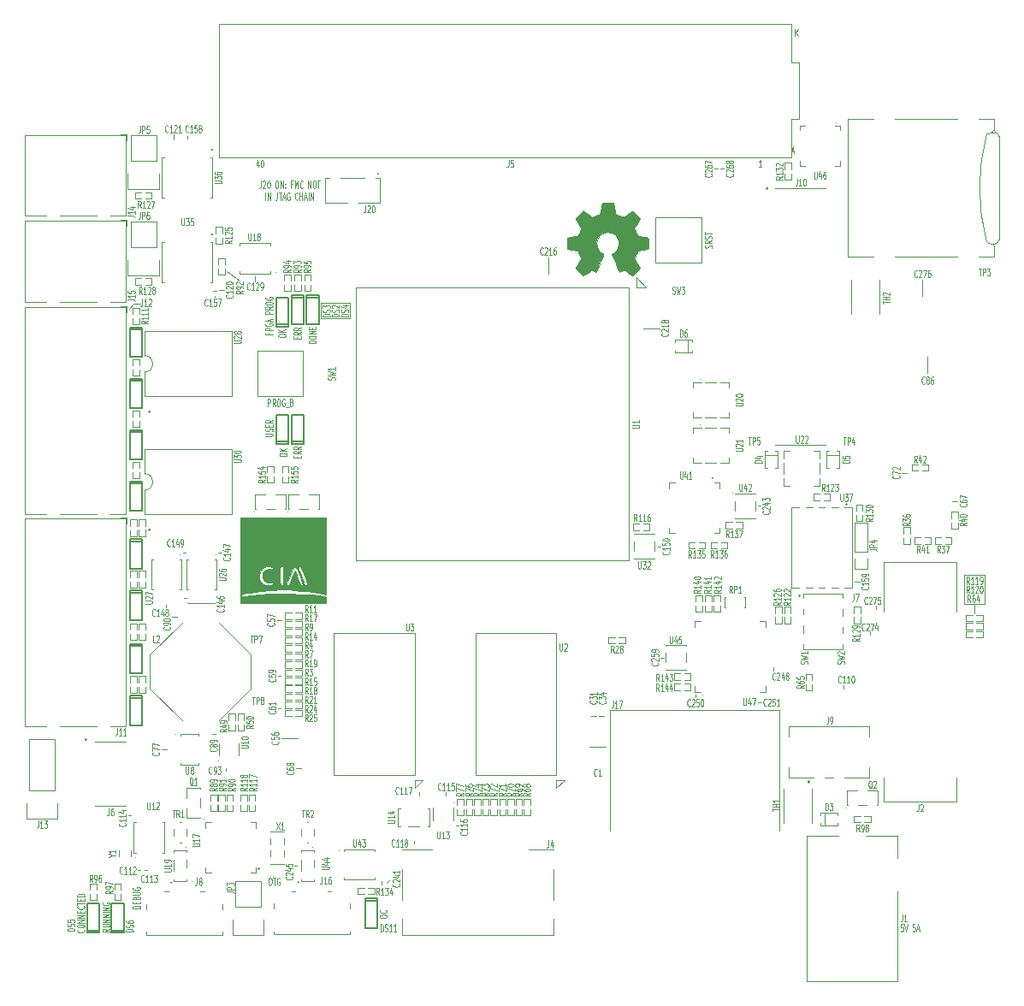
<source format=gbr>
G04 #@! TF.FileFunction,Legend,Top*
%FSLAX46Y46*%
G04 Gerber Fmt 4.6, Leading zero omitted, Abs format (unit mm)*
G04 Created by KiCad (PCBNEW (2016-08-02 BZR 7002)-product) date Tue Oct 11 11:13:20 2016*
%MOMM*%
%LPD*%
G01*
G04 APERTURE LIST*
%ADD10C,0.101600*%
%ADD11C,0.114300*%
%ADD12C,0.127000*%
%ADD13C,0.002540*%
G04 APERTURE END LIST*
D10*
X46100000Y-87300000D02*
X46000000Y-87200000D01*
X48700000Y-87300000D02*
X46100000Y-87300000D01*
D11*
X97887866Y-52151114D02*
X97921733Y-52085800D01*
X97921733Y-51976942D01*
X97887866Y-51933400D01*
X97854000Y-51911628D01*
X97786266Y-51889857D01*
X97718533Y-51889857D01*
X97650800Y-51911628D01*
X97616933Y-51933400D01*
X97583066Y-51976942D01*
X97549200Y-52064028D01*
X97515333Y-52107571D01*
X97481466Y-52129342D01*
X97413733Y-52151114D01*
X97346000Y-52151114D01*
X97278266Y-52129342D01*
X97244400Y-52107571D01*
X97210533Y-52064028D01*
X97210533Y-51955171D01*
X97244400Y-51889857D01*
X97921733Y-51432657D02*
X97583066Y-51585057D01*
X97921733Y-51693914D02*
X97210533Y-51693914D01*
X97210533Y-51519742D01*
X97244400Y-51476200D01*
X97278266Y-51454428D01*
X97346000Y-51432657D01*
X97447600Y-51432657D01*
X97515333Y-51454428D01*
X97549200Y-51476200D01*
X97583066Y-51519742D01*
X97583066Y-51693914D01*
X97887866Y-51258485D02*
X97921733Y-51193171D01*
X97921733Y-51084314D01*
X97887866Y-51040771D01*
X97854000Y-51019000D01*
X97786266Y-50997228D01*
X97718533Y-50997228D01*
X97650800Y-51019000D01*
X97616933Y-51040771D01*
X97583066Y-51084314D01*
X97549200Y-51171400D01*
X97515333Y-51214942D01*
X97481466Y-51236714D01*
X97413733Y-51258485D01*
X97346000Y-51258485D01*
X97278266Y-51236714D01*
X97244400Y-51214942D01*
X97210533Y-51171400D01*
X97210533Y-51062542D01*
X97244400Y-50997228D01*
X97210533Y-50866600D02*
X97210533Y-50605342D01*
X97921733Y-50735971D02*
X97210533Y-50735971D01*
D10*
X123900000Y-87400000D02*
X123900000Y-88300000D01*
X124900000Y-84500000D02*
X122900000Y-84500000D01*
X124900000Y-87400000D02*
X124900000Y-84500000D01*
X122900000Y-87400000D02*
X124900000Y-87400000D01*
X122900000Y-84500000D02*
X122900000Y-87400000D01*
D11*
X116825085Y-119110533D02*
X116607371Y-119110533D01*
X116585600Y-119449200D01*
X116607371Y-119415333D01*
X116650914Y-119381466D01*
X116759771Y-119381466D01*
X116803314Y-119415333D01*
X116825085Y-119449200D01*
X116846857Y-119516933D01*
X116846857Y-119686266D01*
X116825085Y-119754000D01*
X116803314Y-119787866D01*
X116759771Y-119821733D01*
X116650914Y-119821733D01*
X116607371Y-119787866D01*
X116585600Y-119754000D01*
X116977485Y-119110533D02*
X117129885Y-119821733D01*
X117282285Y-119110533D01*
X118000742Y-119110533D02*
X117783028Y-119110533D01*
X117761257Y-119449200D01*
X117783028Y-119415333D01*
X117826571Y-119381466D01*
X117935428Y-119381466D01*
X117978971Y-119415333D01*
X118000742Y-119449200D01*
X118022514Y-119516933D01*
X118022514Y-119686266D01*
X118000742Y-119754000D01*
X117978971Y-119787866D01*
X117935428Y-119821733D01*
X117826571Y-119821733D01*
X117783028Y-119787866D01*
X117761257Y-119754000D01*
X118196685Y-119618533D02*
X118414400Y-119618533D01*
X118153142Y-119821733D02*
X118305542Y-119110533D01*
X118457942Y-119821733D01*
X110987866Y-93309600D02*
X111021733Y-93244285D01*
X111021733Y-93135428D01*
X110987866Y-93091885D01*
X110954000Y-93070114D01*
X110886266Y-93048342D01*
X110818533Y-93048342D01*
X110750800Y-93070114D01*
X110716933Y-93091885D01*
X110683066Y-93135428D01*
X110649200Y-93222514D01*
X110615333Y-93266057D01*
X110581466Y-93287828D01*
X110513733Y-93309600D01*
X110446000Y-93309600D01*
X110378266Y-93287828D01*
X110344400Y-93266057D01*
X110310533Y-93222514D01*
X110310533Y-93113657D01*
X110344400Y-93048342D01*
X110310533Y-92895942D02*
X111021733Y-92787085D01*
X110513733Y-92700000D01*
X111021733Y-92612914D01*
X110310533Y-92504057D01*
X110378266Y-92351657D02*
X110344400Y-92329885D01*
X110310533Y-92286342D01*
X110310533Y-92177485D01*
X110344400Y-92133942D01*
X110378266Y-92112171D01*
X110446000Y-92090400D01*
X110513733Y-92090400D01*
X110615333Y-92112171D01*
X111021733Y-92373428D01*
X111021733Y-92090400D01*
X107387866Y-93309600D02*
X107421733Y-93244285D01*
X107421733Y-93135428D01*
X107387866Y-93091885D01*
X107354000Y-93070114D01*
X107286266Y-93048342D01*
X107218533Y-93048342D01*
X107150800Y-93070114D01*
X107116933Y-93091885D01*
X107083066Y-93135428D01*
X107049200Y-93222514D01*
X107015333Y-93266057D01*
X106981466Y-93287828D01*
X106913733Y-93309600D01*
X106846000Y-93309600D01*
X106778266Y-93287828D01*
X106744400Y-93266057D01*
X106710533Y-93222514D01*
X106710533Y-93113657D01*
X106744400Y-93048342D01*
X106710533Y-92895942D02*
X107421733Y-92787085D01*
X106913733Y-92700000D01*
X107421733Y-92612914D01*
X106710533Y-92504057D01*
X107421733Y-92090400D02*
X107421733Y-92351657D01*
X107421733Y-92221028D02*
X106710533Y-92221028D01*
X106812133Y-92264571D01*
X106879866Y-92308114D01*
X106913733Y-92351657D01*
D10*
X65700000Y-115000000D02*
X66100000Y-114700000D01*
D11*
X54153685Y-114510533D02*
X54240771Y-114510533D01*
X54284314Y-114544400D01*
X54327857Y-114612133D01*
X54349628Y-114747600D01*
X54349628Y-114984666D01*
X54327857Y-115120133D01*
X54284314Y-115187866D01*
X54240771Y-115221733D01*
X54153685Y-115221733D01*
X54110142Y-115187866D01*
X54066600Y-115120133D01*
X54044828Y-114984666D01*
X54044828Y-114747600D01*
X54066600Y-114612133D01*
X54110142Y-114544400D01*
X54153685Y-114510533D01*
X54480257Y-114510533D02*
X54741514Y-114510533D01*
X54610885Y-115221733D02*
X54610885Y-114510533D01*
X55133400Y-114544400D02*
X55089857Y-114510533D01*
X55024542Y-114510533D01*
X54959228Y-114544400D01*
X54915685Y-114612133D01*
X54893914Y-114679866D01*
X54872142Y-114815333D01*
X54872142Y-114916933D01*
X54893914Y-115052400D01*
X54915685Y-115120133D01*
X54959228Y-115187866D01*
X55024542Y-115221733D01*
X55068085Y-115221733D01*
X55133400Y-115187866D01*
X55155171Y-115154000D01*
X55155171Y-114916933D01*
X55068085Y-114916933D01*
X41321733Y-117523257D02*
X40610533Y-117523257D01*
X40610533Y-117414400D01*
X40644400Y-117349085D01*
X40712133Y-117305542D01*
X40779866Y-117283771D01*
X40915333Y-117262000D01*
X41016933Y-117262000D01*
X41152400Y-117283771D01*
X41220133Y-117305542D01*
X41287866Y-117349085D01*
X41321733Y-117414400D01*
X41321733Y-117523257D01*
X40949200Y-117066057D02*
X40949200Y-116913657D01*
X41321733Y-116848342D02*
X41321733Y-117066057D01*
X40610533Y-117066057D01*
X40610533Y-116848342D01*
X40949200Y-116500000D02*
X40983066Y-116434685D01*
X41016933Y-116412914D01*
X41084666Y-116391142D01*
X41186266Y-116391142D01*
X41254000Y-116412914D01*
X41287866Y-116434685D01*
X41321733Y-116478228D01*
X41321733Y-116652400D01*
X40610533Y-116652400D01*
X40610533Y-116500000D01*
X40644400Y-116456457D01*
X40678266Y-116434685D01*
X40746000Y-116412914D01*
X40813733Y-116412914D01*
X40881466Y-116434685D01*
X40915333Y-116456457D01*
X40949200Y-116500000D01*
X40949200Y-116652400D01*
X40610533Y-116195200D02*
X41186266Y-116195200D01*
X41254000Y-116173428D01*
X41287866Y-116151657D01*
X41321733Y-116108114D01*
X41321733Y-116021028D01*
X41287866Y-115977485D01*
X41254000Y-115955714D01*
X41186266Y-115933942D01*
X40610533Y-115933942D01*
X40644400Y-115476742D02*
X40610533Y-115520285D01*
X40610533Y-115585600D01*
X40644400Y-115650914D01*
X40712133Y-115694457D01*
X40779866Y-115716228D01*
X40915333Y-115738000D01*
X41016933Y-115738000D01*
X41152400Y-115716228D01*
X41220133Y-115694457D01*
X41287866Y-115650914D01*
X41321733Y-115585600D01*
X41321733Y-115542057D01*
X41287866Y-115476742D01*
X41254000Y-115454971D01*
X41016933Y-115454971D01*
X41016933Y-115542057D01*
X38321733Y-119553885D02*
X37983066Y-119706285D01*
X38321733Y-119815142D02*
X37610533Y-119815142D01*
X37610533Y-119640971D01*
X37644400Y-119597428D01*
X37678266Y-119575657D01*
X37746000Y-119553885D01*
X37847600Y-119553885D01*
X37915333Y-119575657D01*
X37949200Y-119597428D01*
X37983066Y-119640971D01*
X37983066Y-119815142D01*
X37610533Y-119357942D02*
X38186266Y-119357942D01*
X38254000Y-119336171D01*
X38287866Y-119314400D01*
X38321733Y-119270857D01*
X38321733Y-119183771D01*
X38287866Y-119140228D01*
X38254000Y-119118457D01*
X38186266Y-119096685D01*
X37610533Y-119096685D01*
X38321733Y-118878971D02*
X37610533Y-118878971D01*
X38321733Y-118617714D01*
X37610533Y-118617714D01*
X38321733Y-118400000D02*
X37610533Y-118400000D01*
X38321733Y-118138742D01*
X37610533Y-118138742D01*
X38321733Y-117921028D02*
X37610533Y-117921028D01*
X38321733Y-117703314D02*
X37610533Y-117703314D01*
X38321733Y-117442057D01*
X37610533Y-117442057D01*
X37644400Y-116984857D02*
X37610533Y-117028400D01*
X37610533Y-117093714D01*
X37644400Y-117159028D01*
X37712133Y-117202571D01*
X37779866Y-117224342D01*
X37915333Y-117246114D01*
X38016933Y-117246114D01*
X38152400Y-117224342D01*
X38220133Y-117202571D01*
X38287866Y-117159028D01*
X38321733Y-117093714D01*
X38321733Y-117050171D01*
X38287866Y-116984857D01*
X38254000Y-116963085D01*
X38016933Y-116963085D01*
X38016933Y-117050171D01*
X65010533Y-118372142D02*
X65010533Y-118285057D01*
X65044400Y-118241514D01*
X65112133Y-118197971D01*
X65247600Y-118176200D01*
X65484666Y-118176200D01*
X65620133Y-118197971D01*
X65687866Y-118241514D01*
X65721733Y-118285057D01*
X65721733Y-118372142D01*
X65687866Y-118415685D01*
X65620133Y-118459228D01*
X65484666Y-118481000D01*
X65247600Y-118481000D01*
X65112133Y-118459228D01*
X65044400Y-118415685D01*
X65010533Y-118372142D01*
X65654000Y-117719000D02*
X65687866Y-117740771D01*
X65721733Y-117806085D01*
X65721733Y-117849628D01*
X65687866Y-117914942D01*
X65620133Y-117958485D01*
X65552400Y-117980257D01*
X65416933Y-118002028D01*
X65315333Y-118002028D01*
X65179866Y-117980257D01*
X65112133Y-117958485D01*
X65044400Y-117914942D01*
X65010533Y-117849628D01*
X65010533Y-117806085D01*
X65044400Y-117740771D01*
X65078266Y-117719000D01*
X35754000Y-119621971D02*
X35787866Y-119643742D01*
X35821733Y-119709057D01*
X35821733Y-119752600D01*
X35787866Y-119817914D01*
X35720133Y-119861457D01*
X35652400Y-119883228D01*
X35516933Y-119905000D01*
X35415333Y-119905000D01*
X35279866Y-119883228D01*
X35212133Y-119861457D01*
X35144400Y-119817914D01*
X35110533Y-119752600D01*
X35110533Y-119709057D01*
X35144400Y-119643742D01*
X35178266Y-119621971D01*
X35110533Y-119338942D02*
X35110533Y-119251857D01*
X35144400Y-119208314D01*
X35212133Y-119164771D01*
X35347600Y-119143000D01*
X35584666Y-119143000D01*
X35720133Y-119164771D01*
X35787866Y-119208314D01*
X35821733Y-119251857D01*
X35821733Y-119338942D01*
X35787866Y-119382485D01*
X35720133Y-119426028D01*
X35584666Y-119447800D01*
X35347600Y-119447800D01*
X35212133Y-119426028D01*
X35144400Y-119382485D01*
X35110533Y-119338942D01*
X35821733Y-118947057D02*
X35110533Y-118947057D01*
X35821733Y-118685800D01*
X35110533Y-118685800D01*
X35821733Y-118468085D02*
X35110533Y-118468085D01*
X35821733Y-118206828D01*
X35110533Y-118206828D01*
X35449200Y-117989114D02*
X35449200Y-117836714D01*
X35821733Y-117771400D02*
X35821733Y-117989114D01*
X35110533Y-117989114D01*
X35110533Y-117771400D01*
X35754000Y-117314200D02*
X35787866Y-117335971D01*
X35821733Y-117401285D01*
X35821733Y-117444828D01*
X35787866Y-117510142D01*
X35720133Y-117553685D01*
X35652400Y-117575457D01*
X35516933Y-117597228D01*
X35415333Y-117597228D01*
X35279866Y-117575457D01*
X35212133Y-117553685D01*
X35144400Y-117510142D01*
X35110533Y-117444828D01*
X35110533Y-117401285D01*
X35144400Y-117335971D01*
X35178266Y-117314200D01*
X35110533Y-117183571D02*
X35110533Y-116922314D01*
X35821733Y-117052942D02*
X35110533Y-117052942D01*
X35449200Y-116769914D02*
X35449200Y-116617514D01*
X35821733Y-116552200D02*
X35821733Y-116769914D01*
X35110533Y-116769914D01*
X35110533Y-116552200D01*
X35821733Y-116356257D02*
X35110533Y-116356257D01*
X35110533Y-116247400D01*
X35144400Y-116182085D01*
X35212133Y-116138542D01*
X35279866Y-116116771D01*
X35415333Y-116095000D01*
X35516933Y-116095000D01*
X35652400Y-116116771D01*
X35720133Y-116138542D01*
X35787866Y-116182085D01*
X35821733Y-116247400D01*
X35821733Y-116356257D01*
X38321733Y-119553885D02*
X37983066Y-119706285D01*
X38321733Y-119815142D02*
X37610533Y-119815142D01*
X37610533Y-119640971D01*
X37644400Y-119597428D01*
X37678266Y-119575657D01*
X37746000Y-119553885D01*
X37847600Y-119553885D01*
X37915333Y-119575657D01*
X37949200Y-119597428D01*
X37983066Y-119640971D01*
X37983066Y-119815142D01*
X37610533Y-119357942D02*
X38186266Y-119357942D01*
X38254000Y-119336171D01*
X38287866Y-119314400D01*
X38321733Y-119270857D01*
X38321733Y-119183771D01*
X38287866Y-119140228D01*
X38254000Y-119118457D01*
X38186266Y-119096685D01*
X37610533Y-119096685D01*
X38321733Y-118878971D02*
X37610533Y-118878971D01*
X38321733Y-118617714D01*
X37610533Y-118617714D01*
X38321733Y-118400000D02*
X37610533Y-118400000D01*
X38321733Y-118138742D01*
X37610533Y-118138742D01*
X38321733Y-117921028D02*
X37610533Y-117921028D01*
X38321733Y-117703314D02*
X37610533Y-117703314D01*
X38321733Y-117442057D01*
X37610533Y-117442057D01*
X37644400Y-116984857D02*
X37610533Y-117028400D01*
X37610533Y-117093714D01*
X37644400Y-117159028D01*
X37712133Y-117202571D01*
X37779866Y-117224342D01*
X37915333Y-117246114D01*
X38016933Y-117246114D01*
X38152400Y-117224342D01*
X38220133Y-117202571D01*
X38287866Y-117159028D01*
X38321733Y-117093714D01*
X38321733Y-117050171D01*
X38287866Y-116984857D01*
X38254000Y-116963085D01*
X38016933Y-116963085D01*
X38016933Y-117050171D01*
D10*
X40700000Y-57700000D02*
X40200000Y-58200000D01*
X41300000Y-57700000D02*
X40700000Y-57700000D01*
D11*
X53280600Y-45519983D02*
X53280600Y-46027983D01*
X53258828Y-46129583D01*
X53215285Y-46197316D01*
X53149971Y-46231183D01*
X53106428Y-46231183D01*
X53476542Y-45587716D02*
X53498314Y-45553850D01*
X53541857Y-45519983D01*
X53650714Y-45519983D01*
X53694257Y-45553850D01*
X53716028Y-45587716D01*
X53737800Y-45655450D01*
X53737800Y-45723183D01*
X53716028Y-45824783D01*
X53454771Y-46231183D01*
X53737800Y-46231183D01*
X54020828Y-45519983D02*
X54064371Y-45519983D01*
X54107914Y-45553850D01*
X54129685Y-45587716D01*
X54151457Y-45655450D01*
X54173228Y-45790916D01*
X54173228Y-45960250D01*
X54151457Y-46095716D01*
X54129685Y-46163450D01*
X54107914Y-46197316D01*
X54064371Y-46231183D01*
X54020828Y-46231183D01*
X53977285Y-46197316D01*
X53955514Y-46163450D01*
X53933742Y-46095716D01*
X53911971Y-45960250D01*
X53911971Y-45790916D01*
X53933742Y-45655450D01*
X53955514Y-45587716D01*
X53977285Y-45553850D01*
X54020828Y-45519983D01*
X54804600Y-45519983D02*
X54891685Y-45519983D01*
X54935228Y-45553850D01*
X54978771Y-45621583D01*
X55000542Y-45757050D01*
X55000542Y-45994116D01*
X54978771Y-46129583D01*
X54935228Y-46197316D01*
X54891685Y-46231183D01*
X54804600Y-46231183D01*
X54761057Y-46197316D01*
X54717514Y-46129583D01*
X54695742Y-45994116D01*
X54695742Y-45757050D01*
X54717514Y-45621583D01*
X54761057Y-45553850D01*
X54804600Y-45519983D01*
X55196485Y-46231183D02*
X55196485Y-45519983D01*
X55457742Y-46231183D01*
X55457742Y-45519983D01*
X55675457Y-46163450D02*
X55697228Y-46197316D01*
X55675457Y-46231183D01*
X55653685Y-46197316D01*
X55675457Y-46163450D01*
X55675457Y-46231183D01*
X55675457Y-45790916D02*
X55697228Y-45824783D01*
X55675457Y-45858650D01*
X55653685Y-45824783D01*
X55675457Y-45790916D01*
X55675457Y-45858650D01*
X56393914Y-45858650D02*
X56241514Y-45858650D01*
X56241514Y-46231183D02*
X56241514Y-45519983D01*
X56459228Y-45519983D01*
X56633400Y-46231183D02*
X56633400Y-45519983D01*
X56785800Y-46027983D01*
X56938200Y-45519983D01*
X56938200Y-46231183D01*
X57417171Y-46163450D02*
X57395400Y-46197316D01*
X57330085Y-46231183D01*
X57286542Y-46231183D01*
X57221228Y-46197316D01*
X57177685Y-46129583D01*
X57155914Y-46061850D01*
X57134142Y-45926383D01*
X57134142Y-45824783D01*
X57155914Y-45689316D01*
X57177685Y-45621583D01*
X57221228Y-45553850D01*
X57286542Y-45519983D01*
X57330085Y-45519983D01*
X57395400Y-45553850D01*
X57417171Y-45587716D01*
X57961457Y-46231183D02*
X57961457Y-45519983D01*
X58222714Y-46231183D01*
X58222714Y-45519983D01*
X58527514Y-45519983D02*
X58614600Y-45519983D01*
X58658142Y-45553850D01*
X58701685Y-45621583D01*
X58723457Y-45757050D01*
X58723457Y-45994116D01*
X58701685Y-46129583D01*
X58658142Y-46197316D01*
X58614600Y-46231183D01*
X58527514Y-46231183D01*
X58483971Y-46197316D01*
X58440428Y-46129583D01*
X58418657Y-45994116D01*
X58418657Y-45757050D01*
X58440428Y-45621583D01*
X58483971Y-45553850D01*
X58527514Y-45519983D01*
X58854085Y-45519983D02*
X59115342Y-45519983D01*
X58984714Y-46231183D02*
X58984714Y-45519983D01*
X53726914Y-47412283D02*
X53726914Y-46701083D01*
X53944628Y-47412283D02*
X53944628Y-46701083D01*
X54205885Y-47412283D01*
X54205885Y-46701083D01*
X54902571Y-46701083D02*
X54902571Y-47209083D01*
X54880800Y-47310683D01*
X54837257Y-47378416D01*
X54771942Y-47412283D01*
X54728400Y-47412283D01*
X55054971Y-46701083D02*
X55316228Y-46701083D01*
X55185600Y-47412283D02*
X55185600Y-46701083D01*
X55446857Y-47209083D02*
X55664571Y-47209083D01*
X55403314Y-47412283D02*
X55555714Y-46701083D01*
X55708114Y-47412283D01*
X56100000Y-46734950D02*
X56056457Y-46701083D01*
X55991142Y-46701083D01*
X55925828Y-46734950D01*
X55882285Y-46802683D01*
X55860514Y-46870416D01*
X55838742Y-47005883D01*
X55838742Y-47107483D01*
X55860514Y-47242950D01*
X55882285Y-47310683D01*
X55925828Y-47378416D01*
X55991142Y-47412283D01*
X56034685Y-47412283D01*
X56100000Y-47378416D01*
X56121771Y-47344550D01*
X56121771Y-47107483D01*
X56034685Y-47107483D01*
X56927314Y-47344550D02*
X56905542Y-47378416D01*
X56840228Y-47412283D01*
X56796685Y-47412283D01*
X56731371Y-47378416D01*
X56687828Y-47310683D01*
X56666057Y-47242950D01*
X56644285Y-47107483D01*
X56644285Y-47005883D01*
X56666057Y-46870416D01*
X56687828Y-46802683D01*
X56731371Y-46734950D01*
X56796685Y-46701083D01*
X56840228Y-46701083D01*
X56905542Y-46734950D01*
X56927314Y-46768816D01*
X57123257Y-47412283D02*
X57123257Y-46701083D01*
X57123257Y-47039750D02*
X57384514Y-47039750D01*
X57384514Y-47412283D02*
X57384514Y-46701083D01*
X57580457Y-47209083D02*
X57798171Y-47209083D01*
X57536914Y-47412283D02*
X57689314Y-46701083D01*
X57841714Y-47412283D01*
X57994114Y-47412283D02*
X57994114Y-46701083D01*
X58211828Y-47412283D02*
X58211828Y-46701083D01*
X58473085Y-47412283D01*
X58473085Y-46701083D01*
D10*
X48700000Y-56900000D02*
X48700000Y-57000000D01*
D11*
X53980800Y-67821733D02*
X53980800Y-67110533D01*
X54154971Y-67110533D01*
X54198514Y-67144400D01*
X54220285Y-67178266D01*
X54242057Y-67246000D01*
X54242057Y-67347600D01*
X54220285Y-67415333D01*
X54198514Y-67449200D01*
X54154971Y-67483066D01*
X53980800Y-67483066D01*
X54699257Y-67821733D02*
X54546857Y-67483066D01*
X54438000Y-67821733D02*
X54438000Y-67110533D01*
X54612171Y-67110533D01*
X54655714Y-67144400D01*
X54677485Y-67178266D01*
X54699257Y-67246000D01*
X54699257Y-67347600D01*
X54677485Y-67415333D01*
X54655714Y-67449200D01*
X54612171Y-67483066D01*
X54438000Y-67483066D01*
X54982285Y-67110533D02*
X55069371Y-67110533D01*
X55112914Y-67144400D01*
X55156457Y-67212133D01*
X55178228Y-67347600D01*
X55178228Y-67584666D01*
X55156457Y-67720133D01*
X55112914Y-67787866D01*
X55069371Y-67821733D01*
X54982285Y-67821733D01*
X54938742Y-67787866D01*
X54895200Y-67720133D01*
X54873428Y-67584666D01*
X54873428Y-67347600D01*
X54895200Y-67212133D01*
X54938742Y-67144400D01*
X54982285Y-67110533D01*
X55613657Y-67144400D02*
X55570114Y-67110533D01*
X55504800Y-67110533D01*
X55439485Y-67144400D01*
X55395942Y-67212133D01*
X55374171Y-67279866D01*
X55352400Y-67415333D01*
X55352400Y-67516933D01*
X55374171Y-67652400D01*
X55395942Y-67720133D01*
X55439485Y-67787866D01*
X55504800Y-67821733D01*
X55548342Y-67821733D01*
X55613657Y-67787866D01*
X55635428Y-67754000D01*
X55635428Y-67516933D01*
X55548342Y-67516933D01*
X55722514Y-67889466D02*
X56070857Y-67889466D01*
X56332114Y-67449200D02*
X56397428Y-67483066D01*
X56419200Y-67516933D01*
X56440971Y-67584666D01*
X56440971Y-67686266D01*
X56419200Y-67754000D01*
X56397428Y-67787866D01*
X56353885Y-67821733D01*
X56179714Y-67821733D01*
X56179714Y-67110533D01*
X56332114Y-67110533D01*
X56375657Y-67144400D01*
X56397428Y-67178266D01*
X56419200Y-67246000D01*
X56419200Y-67313733D01*
X56397428Y-67381466D01*
X56375657Y-67415333D01*
X56332114Y-67449200D01*
X56179714Y-67449200D01*
X53710533Y-70783771D02*
X54286266Y-70783771D01*
X54354000Y-70762000D01*
X54387866Y-70740228D01*
X54421733Y-70696685D01*
X54421733Y-70609600D01*
X54387866Y-70566057D01*
X54354000Y-70544285D01*
X54286266Y-70522514D01*
X53710533Y-70522514D01*
X54387866Y-70326571D02*
X54421733Y-70261257D01*
X54421733Y-70152400D01*
X54387866Y-70108857D01*
X54354000Y-70087085D01*
X54286266Y-70065314D01*
X54218533Y-70065314D01*
X54150800Y-70087085D01*
X54116933Y-70108857D01*
X54083066Y-70152400D01*
X54049200Y-70239485D01*
X54015333Y-70283028D01*
X53981466Y-70304800D01*
X53913733Y-70326571D01*
X53846000Y-70326571D01*
X53778266Y-70304800D01*
X53744400Y-70283028D01*
X53710533Y-70239485D01*
X53710533Y-70130628D01*
X53744400Y-70065314D01*
X54049200Y-69869371D02*
X54049200Y-69716971D01*
X54421733Y-69651657D02*
X54421733Y-69869371D01*
X53710533Y-69869371D01*
X53710533Y-69651657D01*
X54421733Y-69194457D02*
X54083066Y-69346857D01*
X54421733Y-69455714D02*
X53710533Y-69455714D01*
X53710533Y-69281542D01*
X53744400Y-69238000D01*
X53778266Y-69216228D01*
X53846000Y-69194457D01*
X53947600Y-69194457D01*
X54015333Y-69216228D01*
X54049200Y-69238000D01*
X54083066Y-69281542D01*
X54083066Y-69455714D01*
X56849200Y-72955171D02*
X56849200Y-72802771D01*
X57221733Y-72737457D02*
X57221733Y-72955171D01*
X56510533Y-72955171D01*
X56510533Y-72737457D01*
X57221733Y-72280257D02*
X56883066Y-72432657D01*
X57221733Y-72541514D02*
X56510533Y-72541514D01*
X56510533Y-72367342D01*
X56544400Y-72323800D01*
X56578266Y-72302028D01*
X56646000Y-72280257D01*
X56747600Y-72280257D01*
X56815333Y-72302028D01*
X56849200Y-72323800D01*
X56883066Y-72367342D01*
X56883066Y-72541514D01*
X57221733Y-71823057D02*
X56883066Y-71975457D01*
X57221733Y-72084314D02*
X56510533Y-72084314D01*
X56510533Y-71910142D01*
X56544400Y-71866600D01*
X56578266Y-71844828D01*
X56646000Y-71823057D01*
X56747600Y-71823057D01*
X56815333Y-71844828D01*
X56849200Y-71866600D01*
X56883066Y-71910142D01*
X56883066Y-72084314D01*
X55110533Y-72672142D02*
X55110533Y-72585057D01*
X55144400Y-72541514D01*
X55212133Y-72497971D01*
X55347600Y-72476200D01*
X55584666Y-72476200D01*
X55720133Y-72497971D01*
X55787866Y-72541514D01*
X55821733Y-72585057D01*
X55821733Y-72672142D01*
X55787866Y-72715685D01*
X55720133Y-72759228D01*
X55584666Y-72781000D01*
X55347600Y-72781000D01*
X55212133Y-72759228D01*
X55144400Y-72715685D01*
X55110533Y-72672142D01*
X55821733Y-72280257D02*
X55110533Y-72280257D01*
X55821733Y-72019000D02*
X55415333Y-72214942D01*
X55110533Y-72019000D02*
X55516933Y-72280257D01*
X54049200Y-60587285D02*
X54049200Y-60739685D01*
X54421733Y-60739685D02*
X53710533Y-60739685D01*
X53710533Y-60521971D01*
X54421733Y-60347800D02*
X53710533Y-60347800D01*
X53710533Y-60173628D01*
X53744400Y-60130085D01*
X53778266Y-60108314D01*
X53846000Y-60086542D01*
X53947600Y-60086542D01*
X54015333Y-60108314D01*
X54049200Y-60130085D01*
X54083066Y-60173628D01*
X54083066Y-60347800D01*
X53744400Y-59651114D02*
X53710533Y-59694657D01*
X53710533Y-59759971D01*
X53744400Y-59825285D01*
X53812133Y-59868828D01*
X53879866Y-59890600D01*
X54015333Y-59912371D01*
X54116933Y-59912371D01*
X54252400Y-59890600D01*
X54320133Y-59868828D01*
X54387866Y-59825285D01*
X54421733Y-59759971D01*
X54421733Y-59716428D01*
X54387866Y-59651114D01*
X54354000Y-59629342D01*
X54116933Y-59629342D01*
X54116933Y-59716428D01*
X54218533Y-59455171D02*
X54218533Y-59237457D01*
X54421733Y-59498714D02*
X53710533Y-59346314D01*
X54421733Y-59193914D01*
X54421733Y-58693171D02*
X53710533Y-58693171D01*
X53710533Y-58519000D01*
X53744400Y-58475457D01*
X53778266Y-58453685D01*
X53846000Y-58431914D01*
X53947600Y-58431914D01*
X54015333Y-58453685D01*
X54049200Y-58475457D01*
X54083066Y-58519000D01*
X54083066Y-58693171D01*
X54421733Y-57974714D02*
X54083066Y-58127114D01*
X54421733Y-58235971D02*
X53710533Y-58235971D01*
X53710533Y-58061800D01*
X53744400Y-58018257D01*
X53778266Y-57996485D01*
X53846000Y-57974714D01*
X53947600Y-57974714D01*
X54015333Y-57996485D01*
X54049200Y-58018257D01*
X54083066Y-58061800D01*
X54083066Y-58235971D01*
X53710533Y-57691685D02*
X53710533Y-57604600D01*
X53744400Y-57561057D01*
X53812133Y-57517514D01*
X53947600Y-57495742D01*
X54184666Y-57495742D01*
X54320133Y-57517514D01*
X54387866Y-57561057D01*
X54421733Y-57604600D01*
X54421733Y-57691685D01*
X54387866Y-57735228D01*
X54320133Y-57778771D01*
X54184666Y-57800542D01*
X53947600Y-57800542D01*
X53812133Y-57778771D01*
X53744400Y-57735228D01*
X53710533Y-57691685D01*
X53744400Y-57060314D02*
X53710533Y-57103857D01*
X53710533Y-57169171D01*
X53744400Y-57234485D01*
X53812133Y-57278028D01*
X53879866Y-57299800D01*
X54015333Y-57321571D01*
X54116933Y-57321571D01*
X54252400Y-57299800D01*
X54320133Y-57278028D01*
X54387866Y-57234485D01*
X54421733Y-57169171D01*
X54421733Y-57125628D01*
X54387866Y-57060314D01*
X54354000Y-57038542D01*
X54116933Y-57038542D01*
X54116933Y-57125628D01*
X56849200Y-61155171D02*
X56849200Y-61002771D01*
X57221733Y-60937457D02*
X57221733Y-61155171D01*
X56510533Y-61155171D01*
X56510533Y-60937457D01*
X57221733Y-60480257D02*
X56883066Y-60632657D01*
X57221733Y-60741514D02*
X56510533Y-60741514D01*
X56510533Y-60567342D01*
X56544400Y-60523800D01*
X56578266Y-60502028D01*
X56646000Y-60480257D01*
X56747600Y-60480257D01*
X56815333Y-60502028D01*
X56849200Y-60523800D01*
X56883066Y-60567342D01*
X56883066Y-60741514D01*
X57221733Y-60023057D02*
X56883066Y-60175457D01*
X57221733Y-60284314D02*
X56510533Y-60284314D01*
X56510533Y-60110142D01*
X56544400Y-60066600D01*
X56578266Y-60044828D01*
X56646000Y-60023057D01*
X56747600Y-60023057D01*
X56815333Y-60044828D01*
X56849200Y-60066600D01*
X56883066Y-60110142D01*
X56883066Y-60284314D01*
X58721733Y-61605542D02*
X58010533Y-61605542D01*
X58010533Y-61496685D01*
X58044400Y-61431371D01*
X58112133Y-61387828D01*
X58179866Y-61366057D01*
X58315333Y-61344285D01*
X58416933Y-61344285D01*
X58552400Y-61366057D01*
X58620133Y-61387828D01*
X58687866Y-61431371D01*
X58721733Y-61496685D01*
X58721733Y-61605542D01*
X58010533Y-61061257D02*
X58010533Y-60974171D01*
X58044400Y-60930628D01*
X58112133Y-60887085D01*
X58247600Y-60865314D01*
X58484666Y-60865314D01*
X58620133Y-60887085D01*
X58687866Y-60930628D01*
X58721733Y-60974171D01*
X58721733Y-61061257D01*
X58687866Y-61104800D01*
X58620133Y-61148342D01*
X58484666Y-61170114D01*
X58247600Y-61170114D01*
X58112133Y-61148342D01*
X58044400Y-61104800D01*
X58010533Y-61061257D01*
X58721733Y-60669371D02*
X58010533Y-60669371D01*
X58721733Y-60408114D01*
X58010533Y-60408114D01*
X58349200Y-60190400D02*
X58349200Y-60038000D01*
X58721733Y-59972685D02*
X58721733Y-60190400D01*
X58010533Y-60190400D01*
X58010533Y-59972685D01*
X55010533Y-60872142D02*
X55010533Y-60785057D01*
X55044400Y-60741514D01*
X55112133Y-60697971D01*
X55247600Y-60676200D01*
X55484666Y-60676200D01*
X55620133Y-60697971D01*
X55687866Y-60741514D01*
X55721733Y-60785057D01*
X55721733Y-60872142D01*
X55687866Y-60915685D01*
X55620133Y-60959228D01*
X55484666Y-60981000D01*
X55247600Y-60981000D01*
X55112133Y-60959228D01*
X55044400Y-60915685D01*
X55010533Y-60872142D01*
X55721733Y-60480257D02*
X55010533Y-60480257D01*
X55721733Y-60219000D02*
X55315333Y-60414942D01*
X55010533Y-60219000D02*
X55416933Y-60480257D01*
D10*
X62100000Y-57600000D02*
X59200000Y-57600000D01*
X62100000Y-59100000D02*
X62100000Y-57600000D01*
X59200000Y-59100000D02*
X62100000Y-59100000D01*
X59200000Y-57600000D02*
X59200000Y-59100000D01*
X49900000Y-54500000D02*
X51200000Y-55400000D01*
X89700000Y-56100000D02*
X89700000Y-83100000D01*
X89700000Y-83100000D02*
X62700000Y-83100000D01*
X62700000Y-83100000D02*
X62700000Y-56100000D01*
X62700000Y-56100000D02*
X89700000Y-56100000D01*
X90411200Y-55100000D02*
X90411200Y-56100000D01*
X90411200Y-56100000D02*
X91411200Y-56100000D01*
X91411200Y-56100000D02*
X90411200Y-55100000D01*
X98020711Y-74950000D02*
G75*
G03X98020711Y-74950000I-70711J0D01*
G01*
X98700000Y-75400000D02*
X98150000Y-75400000D01*
X93700000Y-75400000D02*
X94250000Y-75400000D01*
X93700000Y-75950000D02*
X93700000Y-75400000D01*
X93700000Y-80400000D02*
X93700000Y-79850000D01*
X94250000Y-80400000D02*
X93700000Y-80400000D01*
X98700000Y-80400000D02*
X98150000Y-80400000D01*
X98700000Y-75400000D02*
X98700000Y-75950000D01*
X98700000Y-80400000D02*
X98700000Y-79850000D01*
X82500000Y-104300000D02*
X74500000Y-104300000D01*
X74500000Y-104300000D02*
X74500000Y-90300000D01*
X74500000Y-90300000D02*
X82500000Y-90300000D01*
X82500000Y-90300000D02*
X82500000Y-104300000D01*
X83300000Y-104811200D02*
X82500000Y-104811200D01*
X82500000Y-104811200D02*
X82500000Y-105611200D01*
X82500000Y-105611200D02*
X83300000Y-104811200D01*
X104613000Y-97926000D02*
X104613000Y-109806000D01*
X87853000Y-97926000D02*
X104613000Y-97926000D01*
X87853000Y-109806000D02*
X87853000Y-97926000D01*
X85800000Y-101500000D02*
X87400000Y-101500000D01*
X55300000Y-100700000D02*
X56900000Y-100700000D01*
X54950000Y-94500000D02*
X55250000Y-94500000D01*
X55250000Y-97700000D02*
X54950000Y-97700000D01*
X122170000Y-77216000D02*
X121670000Y-77216000D01*
X116717000Y-74422000D02*
X117217000Y-74422000D01*
X119253000Y-62954000D02*
X119253000Y-64554000D01*
X48450000Y-100300000D02*
X48750000Y-100300000D01*
X49800000Y-103650000D02*
X49800000Y-103950000D01*
X110900000Y-95481000D02*
X110900000Y-95781000D01*
X41050000Y-113700000D02*
X41350000Y-113700000D01*
X41750000Y-113700000D02*
X42050000Y-113700000D01*
X71600000Y-106350000D02*
X71600000Y-106050000D01*
X72850000Y-109300000D02*
X72550000Y-109300000D01*
X49650000Y-56300000D02*
X49150000Y-56300000D01*
X44600000Y-40950000D02*
X44600000Y-41450000D01*
X52700000Y-55450000D02*
X52700000Y-54950000D01*
X45650000Y-86800000D02*
X45950000Y-86800000D01*
X49050000Y-82300000D02*
X49350000Y-82300000D01*
X43900000Y-87750000D02*
X43900000Y-87450000D01*
X45550000Y-82300000D02*
X45850000Y-82300000D01*
X92850000Y-81700000D02*
X92550000Y-81700000D01*
X112550000Y-85200000D02*
X112050000Y-85200000D01*
X81700000Y-53100000D02*
X81700000Y-54700000D01*
X92700000Y-60100000D02*
X91100000Y-60100000D01*
X102450000Y-77700000D02*
X102750000Y-77700000D01*
X104013000Y-93703000D02*
X104013000Y-94003000D01*
X96266000Y-96670000D02*
X96266000Y-96370000D01*
X102766000Y-97155000D02*
X102466000Y-97155000D01*
X93114000Y-92710000D02*
X92814000Y-92710000D01*
X98448000Y-44323000D02*
X98148000Y-44323000D01*
X99083000Y-44323000D02*
X98783000Y-44323000D01*
X110350000Y-108050000D02*
X110350000Y-108300000D01*
X110350000Y-109350000D02*
X110350000Y-109100000D01*
X108650000Y-108050000D02*
X108650000Y-108300000D01*
X108650000Y-109350000D02*
X108650000Y-109100000D01*
X109050000Y-109350000D02*
X109050000Y-108050000D01*
X108650000Y-108050000D02*
X110350000Y-108050000D01*
X110350000Y-109350000D02*
X108650000Y-109350000D01*
X104450000Y-73950000D02*
X104200000Y-73950000D01*
X103150000Y-73950000D02*
X103400000Y-73950000D01*
X104450000Y-72250000D02*
X104200000Y-72250000D01*
X103150000Y-72250000D02*
X103400000Y-72250000D01*
X103150000Y-72650000D02*
X104450000Y-72650000D01*
X104450000Y-72250000D02*
X104450000Y-73950000D01*
X103150000Y-73950000D02*
X103150000Y-72250000D01*
X110550000Y-73950000D02*
X110300000Y-73950000D01*
X109250000Y-73950000D02*
X109500000Y-73950000D01*
X110550000Y-72250000D02*
X110300000Y-72250000D01*
X109250000Y-72250000D02*
X109500000Y-72250000D01*
X109250000Y-72650000D02*
X110550000Y-72650000D01*
X110550000Y-72250000D02*
X110550000Y-73950000D01*
X109250000Y-73950000D02*
X109250000Y-72250000D01*
X94250000Y-62550000D02*
X94250000Y-62300000D01*
X94250000Y-61250000D02*
X94250000Y-61500000D01*
X95950000Y-62550000D02*
X95950000Y-62300000D01*
X95950000Y-61250000D02*
X95950000Y-61500000D01*
X95550000Y-61250000D02*
X95550000Y-62550000D01*
X95950000Y-62550000D02*
X94250000Y-62550000D01*
X94250000Y-61250000D02*
X95950000Y-61250000D01*
D12*
X56300000Y-59750000D02*
X56300000Y-56850000D01*
X57500000Y-59750000D02*
X57500000Y-56850000D01*
X56300000Y-56850000D02*
X57500000Y-56850000D01*
X56300000Y-57050000D02*
X57500000Y-57050000D01*
X57500000Y-59750000D02*
X56300000Y-59750000D01*
X56000000Y-57050000D02*
X56000000Y-59950000D01*
X54800000Y-57050000D02*
X54800000Y-59950000D01*
X56000000Y-59950000D02*
X54800000Y-59950000D01*
X56000000Y-59750000D02*
X54800000Y-59750000D01*
X54800000Y-57050000D02*
X56000000Y-57050000D01*
X57800000Y-59750000D02*
X57800000Y-56850000D01*
X59000000Y-59750000D02*
X59000000Y-56850000D01*
X57800000Y-56850000D02*
X59000000Y-56850000D01*
X57800000Y-57050000D02*
X59000000Y-57050000D01*
X59000000Y-59750000D02*
X57800000Y-59750000D01*
X37300000Y-117050000D02*
X37300000Y-119950000D01*
X36100000Y-117050000D02*
X36100000Y-119950000D01*
X37300000Y-119950000D02*
X36100000Y-119950000D01*
X37300000Y-119750000D02*
X36100000Y-119750000D01*
X36100000Y-117050000D02*
X37300000Y-117050000D01*
X39700000Y-117050000D02*
X39700000Y-119950000D01*
X38500000Y-117050000D02*
X38500000Y-119950000D01*
X39700000Y-119950000D02*
X38500000Y-119950000D01*
X39700000Y-119750000D02*
X38500000Y-119750000D01*
X38500000Y-117050000D02*
X39700000Y-117050000D01*
X40294000Y-83900000D02*
X40294000Y-81000000D01*
X41494000Y-83900000D02*
X41494000Y-81000000D01*
X40294000Y-81000000D02*
X41494000Y-81000000D01*
X40294000Y-81200000D02*
X41494000Y-81200000D01*
X41494000Y-83900000D02*
X40294000Y-83900000D01*
X40294000Y-88980000D02*
X40294000Y-86080000D01*
X41494000Y-88980000D02*
X41494000Y-86080000D01*
X40294000Y-86080000D02*
X41494000Y-86080000D01*
X40294000Y-86280000D02*
X41494000Y-86280000D01*
X41494000Y-88980000D02*
X40294000Y-88980000D01*
X40294000Y-94251000D02*
X40294000Y-91351000D01*
X41494000Y-94251000D02*
X41494000Y-91351000D01*
X40294000Y-91351000D02*
X41494000Y-91351000D01*
X40294000Y-91551000D02*
X41494000Y-91551000D01*
X41494000Y-94251000D02*
X40294000Y-94251000D01*
X40294000Y-99394000D02*
X40294000Y-96494000D01*
X41494000Y-99394000D02*
X41494000Y-96494000D01*
X40294000Y-96494000D02*
X41494000Y-96494000D01*
X40294000Y-96694000D02*
X41494000Y-96694000D01*
X41494000Y-99394000D02*
X40294000Y-99394000D01*
X63600000Y-119450000D02*
X63600000Y-116550000D01*
X64800000Y-119450000D02*
X64800000Y-116550000D01*
X63600000Y-116550000D02*
X64800000Y-116550000D01*
X63600000Y-116750000D02*
X64800000Y-116750000D01*
X64800000Y-119450000D02*
X63600000Y-119450000D01*
X56000000Y-68650000D02*
X56000000Y-71550000D01*
X54800000Y-68650000D02*
X54800000Y-71550000D01*
X56000000Y-71550000D02*
X54800000Y-71550000D01*
X56000000Y-71350000D02*
X54800000Y-71350000D01*
X54800000Y-68650000D02*
X56000000Y-68650000D01*
X57500000Y-68650000D02*
X57500000Y-71550000D01*
X56300000Y-68650000D02*
X56300000Y-71550000D01*
X57500000Y-71550000D02*
X56300000Y-71550000D01*
X57500000Y-71350000D02*
X56300000Y-71350000D01*
X56300000Y-68650000D02*
X57500000Y-68650000D01*
D10*
X116259000Y-110373000D02*
X113109000Y-110373000D01*
X116259000Y-112523000D02*
X116259000Y-110373000D01*
X116259000Y-124773000D02*
X116259000Y-115823000D01*
X107259000Y-110373000D02*
X110409000Y-110373000D01*
X107259000Y-124773000D02*
X107259000Y-110373000D01*
X116259000Y-124773000D02*
X107259000Y-124773000D01*
X122152200Y-106960000D02*
X122152200Y-104555500D01*
X114887800Y-106955500D02*
X114887800Y-104555500D01*
X114887800Y-106960000D02*
X122152200Y-106960000D01*
X122152200Y-83236400D02*
X122152200Y-88155500D01*
X114887800Y-83236400D02*
X114887800Y-88155500D01*
X114887800Y-83236400D02*
X122152200Y-83236400D01*
X67250000Y-120200000D02*
X67250000Y-118600000D01*
X82250000Y-118600000D02*
X82250000Y-120200000D01*
X67250000Y-116700000D02*
X67250000Y-113650000D01*
X82250000Y-116700000D02*
X82250000Y-113650000D01*
X79750000Y-111700000D02*
X82250000Y-111700000D01*
X67250000Y-111700000D02*
X70250000Y-111700000D01*
X67250000Y-120200000D02*
X82250000Y-120200000D01*
X49450000Y-119850000D02*
X49450000Y-120150000D01*
X41950000Y-120150000D02*
X41950000Y-119850000D01*
X44470711Y-114970000D02*
G75*
G03X44470711Y-114970000I-70711J0D01*
G01*
X47300000Y-115850000D02*
X47650000Y-115850000D01*
X43750000Y-115850000D02*
X44100000Y-115850000D01*
X41950000Y-117100000D02*
X41950000Y-117600000D01*
X49450000Y-117100000D02*
X49450000Y-117600000D01*
X41950000Y-120150000D02*
X49450000Y-120150000D01*
X107550000Y-105000000D02*
G75*
G03X107550000Y-105000000I-50000J0D01*
G01*
X107611803Y-105000000D02*
G75*
G03X107611803Y-105000000I-111803J0D01*
G01*
X109050000Y-104550000D02*
X109950000Y-104550000D01*
X105525000Y-104550000D02*
X105525000Y-103600000D01*
X113475000Y-104550000D02*
X113475000Y-103600000D01*
X113475000Y-99550000D02*
X113475000Y-100500000D01*
X105525000Y-99550000D02*
X105525000Y-100500000D01*
X111050000Y-104550000D02*
X113475000Y-104550000D01*
X105525000Y-104550000D02*
X107950000Y-104550000D01*
X105525000Y-99550000D02*
X113475000Y-99550000D01*
X32870000Y-105870000D02*
X32870000Y-100790000D01*
X32870000Y-100790000D02*
X30330000Y-100790000D01*
X30330000Y-100790000D02*
X30330000Y-105870000D01*
X30050000Y-108690000D02*
X30050000Y-107140000D01*
X30330000Y-105870000D02*
X32870000Y-105870000D01*
X33150000Y-107140000D02*
X33150000Y-108690000D01*
X33150000Y-108690000D02*
X30050000Y-108690000D01*
X62050000Y-119825000D02*
X62050000Y-120125000D01*
X54550000Y-120125000D02*
X54550000Y-119825000D01*
X57070711Y-114945000D02*
G75*
G03X57070711Y-114945000I-70711J0D01*
G01*
X59900000Y-115825000D02*
X60250000Y-115825000D01*
X56350000Y-115825000D02*
X56700000Y-115825000D01*
X54550000Y-117075000D02*
X54550000Y-117575000D01*
X62050000Y-117075000D02*
X62050000Y-117575000D01*
X54550000Y-120125000D02*
X62050000Y-120125000D01*
X126326000Y-41128000D02*
G75*
G03X125926000Y-40728000I-400000J0D01*
G01*
X125926000Y-51728000D02*
G75*
G03X126326000Y-51328000I0J400000D01*
G01*
X126326000Y-51328000D02*
X126326000Y-41128000D01*
X125576000Y-40728000D02*
X125926000Y-40728000D01*
X125576000Y-51728000D02*
X125926000Y-51728000D01*
X125226000Y-40803000D02*
X125676000Y-40703000D01*
X125101496Y-40925189D02*
G75*
G02X125226000Y-40803000I149504J-27811D01*
G01*
X125826000Y-40503000D02*
G75*
G02X125676000Y-40703000I-175000J-25000D01*
G01*
X125826000Y-51953000D02*
G75*
G03X125676000Y-51753000I-175000J25000D01*
G01*
X125226000Y-51653000D02*
X125676000Y-51753000D01*
X125826000Y-53028000D02*
X125826000Y-51953000D01*
X125101496Y-51530811D02*
G75*
G03X125226000Y-51653000I149504J27811D01*
G01*
X125101812Y-40924951D02*
G75*
G03X125101000Y-51528000I19924188J-5303049D01*
G01*
X125826000Y-39428000D02*
X125826000Y-40503000D01*
X113901000Y-53028000D02*
X111326000Y-53028000D01*
X111326000Y-53028000D02*
X111326000Y-39428000D01*
X111326000Y-39428000D02*
X113901000Y-39428000D01*
X125826000Y-39428000D02*
X124351000Y-39428000D01*
X125826000Y-53028000D02*
X124351000Y-53028000D01*
X122201000Y-39428000D02*
X116051000Y-39428000D01*
X116051000Y-53028000D02*
X122201000Y-53028000D01*
X50730000Y-117370000D02*
X50730000Y-114830000D01*
X50450000Y-120190000D02*
X50450000Y-118640000D01*
X50730000Y-117370000D02*
X53270000Y-117370000D01*
X53550000Y-118640000D02*
X53550000Y-120190000D01*
X53550000Y-120190000D02*
X50450000Y-120190000D01*
X53270000Y-117370000D02*
X53270000Y-114830000D01*
X53270000Y-114830000D02*
X50730000Y-114830000D01*
X113269000Y-82231000D02*
X113269000Y-79391000D01*
X113269000Y-79391000D02*
X112029000Y-79391000D01*
X112029000Y-79391000D02*
X112029000Y-82231000D01*
X112029000Y-82231000D02*
X113269000Y-82231000D01*
X113269000Y-83931000D02*
X113269000Y-82911000D01*
X113269000Y-83931000D02*
X112029000Y-83931000D01*
X112029000Y-83931000D02*
X112029000Y-82911000D01*
X40386000Y-43561000D02*
X40386000Y-41021000D01*
X40106000Y-46381000D02*
X40106000Y-44831000D01*
X40386000Y-43561000D02*
X42926000Y-43561000D01*
X43206000Y-44831000D02*
X43206000Y-46381000D01*
X43206000Y-46381000D02*
X40106000Y-46381000D01*
X42926000Y-43561000D02*
X42926000Y-41021000D01*
X42926000Y-41021000D02*
X40386000Y-41021000D01*
X40386000Y-52070000D02*
X40386000Y-49530000D01*
X40106000Y-54890000D02*
X40106000Y-53340000D01*
X40386000Y-52070000D02*
X42926000Y-52070000D01*
X43206000Y-53340000D02*
X43206000Y-54890000D01*
X43206000Y-54890000D02*
X40106000Y-54890000D01*
X42926000Y-52070000D02*
X42926000Y-49530000D01*
X42926000Y-49530000D02*
X40386000Y-49530000D01*
X52300000Y-95800000D02*
X49150000Y-98950000D01*
X52300000Y-92400000D02*
X49150000Y-89250000D01*
X42300000Y-92400000D02*
X45450000Y-89250000D01*
X42300000Y-95800000D02*
X45450000Y-98950000D01*
X52300000Y-95800000D02*
X52300000Y-92400000D01*
X42300000Y-95800000D02*
X42300000Y-92400000D01*
X47300000Y-105600000D02*
X47300000Y-105650000D01*
X47300000Y-108600000D02*
X47300000Y-108550000D01*
X47300000Y-107550000D02*
X47300000Y-106650000D01*
X47650000Y-108700000D02*
G75*
G03X47650000Y-108700000I-50000J0D01*
G01*
X45900000Y-106600000D02*
X45900000Y-105600000D01*
X45900000Y-108600000D02*
X45900000Y-107600000D01*
X45900000Y-105600000D02*
X47300000Y-105600000D01*
X47300000Y-108600000D02*
X45900000Y-108600000D01*
X114300000Y-107300000D02*
X114250000Y-107300000D01*
X111300000Y-107300000D02*
X111350000Y-107300000D01*
X112350000Y-107300000D02*
X113250000Y-107300000D01*
X111250000Y-107600000D02*
G75*
G03X111250000Y-107600000I-50000J0D01*
G01*
X113300000Y-105900000D02*
X114300000Y-105900000D01*
X111300000Y-105900000D02*
X112300000Y-105900000D01*
X114300000Y-105900000D02*
X114300000Y-107300000D01*
X111300000Y-107300000D02*
X111300000Y-105900000D01*
X55700000Y-78000000D02*
X55650000Y-78000000D01*
X52700000Y-78000000D02*
X52750000Y-78000000D01*
X53750000Y-78000000D02*
X54650000Y-78000000D01*
X52650000Y-78300000D02*
G75*
G03X52650000Y-78300000I-50000J0D01*
G01*
X54700000Y-76600000D02*
X55700000Y-76600000D01*
X52700000Y-76600000D02*
X53700000Y-76600000D01*
X55700000Y-76600000D02*
X55700000Y-78000000D01*
X52700000Y-78000000D02*
X52700000Y-76600000D01*
X59000000Y-78000000D02*
X58950000Y-78000000D01*
X56000000Y-78000000D02*
X56050000Y-78000000D01*
X57050000Y-78000000D02*
X57950000Y-78000000D01*
X55950000Y-78300000D02*
G75*
G03X55950000Y-78300000I-50000J0D01*
G01*
X58000000Y-76600000D02*
X59000000Y-76600000D01*
X56000000Y-76600000D02*
X57000000Y-76600000D01*
X59000000Y-76600000D02*
X59000000Y-78000000D01*
X56000000Y-78000000D02*
X56000000Y-76600000D01*
X57320000Y-94520000D02*
X56700000Y-94520000D01*
X57320000Y-93880000D02*
X57320000Y-94520000D01*
X56700000Y-93880000D02*
X57320000Y-93880000D01*
X55680000Y-94520000D02*
X56300000Y-94520000D01*
X55680000Y-93880000D02*
X55680000Y-94520000D01*
X56300000Y-93880000D02*
X55680000Y-93880000D01*
X57320000Y-92120000D02*
X56700000Y-92120000D01*
X57320000Y-91480000D02*
X57320000Y-92120000D01*
X56700000Y-91480000D02*
X57320000Y-91480000D01*
X55680000Y-92120000D02*
X56300000Y-92120000D01*
X55680000Y-91480000D02*
X55680000Y-92120000D01*
X56300000Y-91480000D02*
X55680000Y-91480000D01*
X57320000Y-92920000D02*
X56700000Y-92920000D01*
X57320000Y-92280000D02*
X57320000Y-92920000D01*
X56700000Y-92280000D02*
X57320000Y-92280000D01*
X55680000Y-92920000D02*
X56300000Y-92920000D01*
X55680000Y-92280000D02*
X55680000Y-92920000D01*
X56300000Y-92280000D02*
X55680000Y-92280000D01*
X57320000Y-90520000D02*
X56700000Y-90520000D01*
X57320000Y-89880000D02*
X57320000Y-90520000D01*
X56700000Y-89880000D02*
X57320000Y-89880000D01*
X55680000Y-90520000D02*
X56300000Y-90520000D01*
X55680000Y-89880000D02*
X55680000Y-90520000D01*
X56300000Y-89880000D02*
X55680000Y-89880000D01*
X57320000Y-88920000D02*
X56700000Y-88920000D01*
X57320000Y-88280000D02*
X57320000Y-88920000D01*
X56700000Y-88280000D02*
X57320000Y-88280000D01*
X55680000Y-88920000D02*
X56300000Y-88920000D01*
X55680000Y-88280000D02*
X55680000Y-88920000D01*
X56300000Y-88280000D02*
X55680000Y-88280000D01*
X57320000Y-91320000D02*
X56700000Y-91320000D01*
X57320000Y-90680000D02*
X57320000Y-91320000D01*
X56700000Y-90680000D02*
X57320000Y-90680000D01*
X55680000Y-91320000D02*
X56300000Y-91320000D01*
X55680000Y-90680000D02*
X55680000Y-91320000D01*
X56300000Y-90680000D02*
X55680000Y-90680000D01*
X57320000Y-95320000D02*
X56700000Y-95320000D01*
X57320000Y-94680000D02*
X57320000Y-95320000D01*
X56700000Y-94680000D02*
X57320000Y-94680000D01*
X55680000Y-95320000D02*
X56300000Y-95320000D01*
X55680000Y-94680000D02*
X55680000Y-95320000D01*
X56300000Y-94680000D02*
X55680000Y-94680000D01*
X57320000Y-89720000D02*
X56700000Y-89720000D01*
X57320000Y-89080000D02*
X57320000Y-89720000D01*
X56700000Y-89080000D02*
X57320000Y-89080000D01*
X55680000Y-89720000D02*
X56300000Y-89720000D01*
X55680000Y-89080000D02*
X55680000Y-89720000D01*
X56300000Y-89080000D02*
X55680000Y-89080000D01*
X57320000Y-96120000D02*
X56700000Y-96120000D01*
X57320000Y-95480000D02*
X57320000Y-96120000D01*
X56700000Y-95480000D02*
X57320000Y-95480000D01*
X55680000Y-96120000D02*
X56300000Y-96120000D01*
X55680000Y-95480000D02*
X55680000Y-96120000D01*
X56300000Y-95480000D02*
X55680000Y-95480000D01*
X57320000Y-93720000D02*
X56700000Y-93720000D01*
X57320000Y-93080000D02*
X57320000Y-93720000D01*
X56700000Y-93080000D02*
X57320000Y-93080000D01*
X55680000Y-93720000D02*
X56300000Y-93720000D01*
X55680000Y-93080000D02*
X55680000Y-93720000D01*
X56300000Y-93080000D02*
X55680000Y-93080000D01*
X57320000Y-96920000D02*
X56700000Y-96920000D01*
X57320000Y-96280000D02*
X57320000Y-96920000D01*
X56700000Y-96280000D02*
X57320000Y-96280000D01*
X55680000Y-96920000D02*
X56300000Y-96920000D01*
X55680000Y-96280000D02*
X55680000Y-96920000D01*
X56300000Y-96280000D02*
X55680000Y-96280000D01*
X57320000Y-97720000D02*
X56700000Y-97720000D01*
X57320000Y-97080000D02*
X57320000Y-97720000D01*
X56700000Y-97080000D02*
X57320000Y-97080000D01*
X55680000Y-97720000D02*
X56300000Y-97720000D01*
X55680000Y-97080000D02*
X55680000Y-97720000D01*
X56300000Y-97080000D02*
X55680000Y-97080000D01*
X57320000Y-98520000D02*
X56700000Y-98520000D01*
X57320000Y-97880000D02*
X57320000Y-98520000D01*
X56700000Y-97880000D02*
X57320000Y-97880000D01*
X55680000Y-98520000D02*
X56300000Y-98520000D01*
X55680000Y-97880000D02*
X55680000Y-98520000D01*
X56300000Y-97880000D02*
X55680000Y-97880000D01*
X87680000Y-90680000D02*
X88300000Y-90680000D01*
X87680000Y-91320000D02*
X87680000Y-90680000D01*
X88300000Y-91320000D02*
X87680000Y-91320000D01*
X89320000Y-90680000D02*
X88700000Y-90680000D01*
X89320000Y-91320000D02*
X89320000Y-90680000D01*
X88700000Y-91320000D02*
X89320000Y-91320000D01*
X116901000Y-81465000D02*
X116901000Y-80845000D01*
X117541000Y-81465000D02*
X116901000Y-81465000D01*
X117541000Y-80845000D02*
X117541000Y-81465000D01*
X116901000Y-79825000D02*
X116901000Y-80445000D01*
X117541000Y-79825000D02*
X116901000Y-79825000D01*
X117541000Y-80445000D02*
X117541000Y-79825000D01*
X119957000Y-80833000D02*
X120577000Y-80833000D01*
X119957000Y-81473000D02*
X119957000Y-80833000D01*
X120577000Y-81473000D02*
X119957000Y-81473000D01*
X121597000Y-80833000D02*
X120977000Y-80833000D01*
X121597000Y-81473000D02*
X121597000Y-80833000D01*
X120977000Y-81473000D02*
X121597000Y-81473000D01*
X122240000Y-78301000D02*
X122240000Y-78921000D01*
X121600000Y-78301000D02*
X122240000Y-78301000D01*
X121600000Y-78921000D02*
X121600000Y-78301000D01*
X122240000Y-79941000D02*
X122240000Y-79321000D01*
X121600000Y-79941000D02*
X122240000Y-79941000D01*
X121600000Y-79321000D02*
X121600000Y-79941000D01*
X119565000Y-81473000D02*
X118945000Y-81473000D01*
X119565000Y-80833000D02*
X119565000Y-81473000D01*
X118945000Y-80833000D02*
X119565000Y-80833000D01*
X117925000Y-81473000D02*
X118545000Y-81473000D01*
X117925000Y-80833000D02*
X117925000Y-81473000D01*
X118545000Y-80833000D02*
X117925000Y-80833000D01*
X119311000Y-74234000D02*
X118691000Y-74234000D01*
X119311000Y-73594000D02*
X119311000Y-74234000D01*
X118691000Y-73594000D02*
X119311000Y-73594000D01*
X117671000Y-74234000D02*
X118291000Y-74234000D01*
X117671000Y-73594000D02*
X117671000Y-74234000D01*
X118291000Y-73594000D02*
X117671000Y-73594000D01*
X50080000Y-99920000D02*
X50080000Y-99300000D01*
X50720000Y-99920000D02*
X50080000Y-99920000D01*
X50720000Y-99300000D02*
X50720000Y-99920000D01*
X50080000Y-98280000D02*
X50080000Y-98900000D01*
X50720000Y-98280000D02*
X50080000Y-98280000D01*
X50720000Y-98900000D02*
X50720000Y-98280000D01*
X50980000Y-99920000D02*
X50980000Y-99300000D01*
X51620000Y-99920000D02*
X50980000Y-99920000D01*
X51620000Y-99300000D02*
X51620000Y-99920000D01*
X50980000Y-98280000D02*
X50980000Y-98900000D01*
X51620000Y-98280000D02*
X50980000Y-98280000D01*
X51620000Y-98900000D02*
X51620000Y-98280000D01*
X123080000Y-90080000D02*
X123700000Y-90080000D01*
X123080000Y-90720000D02*
X123080000Y-90080000D01*
X123700000Y-90720000D02*
X123080000Y-90720000D01*
X124720000Y-90080000D02*
X124100000Y-90080000D01*
X124720000Y-90720000D02*
X124720000Y-90080000D01*
X124100000Y-90720000D02*
X124720000Y-90720000D01*
X107815000Y-94311000D02*
X107815000Y-94931000D01*
X107175000Y-94311000D02*
X107815000Y-94311000D01*
X107175000Y-94931000D02*
X107175000Y-94311000D01*
X107815000Y-95951000D02*
X107815000Y-95331000D01*
X107175000Y-95951000D02*
X107815000Y-95951000D01*
X107175000Y-95331000D02*
X107175000Y-95951000D01*
X79280000Y-108320000D02*
X79280000Y-107700000D01*
X79920000Y-108320000D02*
X79280000Y-108320000D01*
X79920000Y-107700000D02*
X79920000Y-108320000D01*
X79280000Y-106680000D02*
X79280000Y-107300000D01*
X79920000Y-106680000D02*
X79280000Y-106680000D01*
X79920000Y-107300000D02*
X79920000Y-106680000D01*
X78480000Y-108320000D02*
X78480000Y-107700000D01*
X79120000Y-108320000D02*
X78480000Y-108320000D01*
X79120000Y-107700000D02*
X79120000Y-108320000D01*
X78480000Y-106680000D02*
X78480000Y-107300000D01*
X79120000Y-106680000D02*
X78480000Y-106680000D01*
X79120000Y-107300000D02*
X79120000Y-106680000D01*
X77680000Y-108320000D02*
X77680000Y-107700000D01*
X78320000Y-108320000D02*
X77680000Y-108320000D01*
X78320000Y-107700000D02*
X78320000Y-108320000D01*
X77680000Y-106680000D02*
X77680000Y-107300000D01*
X78320000Y-106680000D02*
X77680000Y-106680000D01*
X78320000Y-107300000D02*
X78320000Y-106680000D01*
X76880000Y-108320000D02*
X76880000Y-107700000D01*
X77520000Y-108320000D02*
X76880000Y-108320000D01*
X77520000Y-107700000D02*
X77520000Y-108320000D01*
X76880000Y-106680000D02*
X76880000Y-107300000D01*
X77520000Y-106680000D02*
X76880000Y-106680000D01*
X77520000Y-107300000D02*
X77520000Y-106680000D01*
X75980000Y-108320000D02*
X75980000Y-107700000D01*
X76620000Y-108320000D02*
X75980000Y-108320000D01*
X76620000Y-107700000D02*
X76620000Y-108320000D01*
X75980000Y-106680000D02*
X75980000Y-107300000D01*
X76620000Y-106680000D02*
X75980000Y-106680000D01*
X76620000Y-107300000D02*
X76620000Y-106680000D01*
X75180000Y-108320000D02*
X75180000Y-107700000D01*
X75820000Y-108320000D02*
X75180000Y-108320000D01*
X75820000Y-107700000D02*
X75820000Y-108320000D01*
X75180000Y-106680000D02*
X75180000Y-107300000D01*
X75820000Y-106680000D02*
X75180000Y-106680000D01*
X75820000Y-107300000D02*
X75820000Y-106680000D01*
X74380000Y-108320000D02*
X74380000Y-107700000D01*
X75020000Y-108320000D02*
X74380000Y-108320000D01*
X75020000Y-107700000D02*
X75020000Y-108320000D01*
X74380000Y-106680000D02*
X74380000Y-107300000D01*
X75020000Y-106680000D02*
X74380000Y-106680000D01*
X75020000Y-107300000D02*
X75020000Y-106680000D01*
X73580000Y-108320000D02*
X73580000Y-107700000D01*
X74220000Y-108320000D02*
X73580000Y-108320000D01*
X74220000Y-107700000D02*
X74220000Y-108320000D01*
X73580000Y-106680000D02*
X73580000Y-107300000D01*
X74220000Y-106680000D02*
X73580000Y-106680000D01*
X74220000Y-107300000D02*
X74220000Y-106680000D01*
X73320000Y-106680000D02*
X73320000Y-107300000D01*
X72680000Y-106680000D02*
X73320000Y-106680000D01*
X72680000Y-107300000D02*
X72680000Y-106680000D01*
X73320000Y-108320000D02*
X73320000Y-107700000D01*
X72680000Y-108320000D02*
X73320000Y-108320000D01*
X72680000Y-107700000D02*
X72680000Y-108320000D01*
X48920000Y-106280000D02*
X48920000Y-106900000D01*
X48280000Y-106280000D02*
X48920000Y-106280000D01*
X48280000Y-106900000D02*
X48280000Y-106280000D01*
X48920000Y-107920000D02*
X48920000Y-107300000D01*
X48280000Y-107920000D02*
X48920000Y-107920000D01*
X48280000Y-107300000D02*
X48280000Y-107920000D01*
X49880000Y-107920000D02*
X49880000Y-107300000D01*
X50520000Y-107920000D02*
X49880000Y-107920000D01*
X50520000Y-107300000D02*
X50520000Y-107920000D01*
X49880000Y-106280000D02*
X49880000Y-106900000D01*
X50520000Y-106280000D02*
X49880000Y-106280000D01*
X50520000Y-106900000D02*
X50520000Y-106280000D01*
X49080000Y-107920000D02*
X49080000Y-107300000D01*
X49720000Y-107920000D02*
X49080000Y-107920000D01*
X49720000Y-107300000D02*
X49720000Y-107920000D01*
X49080000Y-106280000D02*
X49080000Y-106900000D01*
X49720000Y-106280000D02*
X49080000Y-106280000D01*
X49720000Y-106900000D02*
X49720000Y-106280000D01*
X49080000Y-54820000D02*
X49080000Y-54200000D01*
X49720000Y-54820000D02*
X49080000Y-54820000D01*
X49720000Y-54200000D02*
X49720000Y-54820000D01*
X49080000Y-53180000D02*
X49080000Y-53800000D01*
X49720000Y-53180000D02*
X49080000Y-53180000D01*
X49720000Y-53800000D02*
X49720000Y-53180000D01*
X57220000Y-54780000D02*
X57220000Y-55400000D01*
X56580000Y-54780000D02*
X57220000Y-54780000D01*
X56580000Y-55400000D02*
X56580000Y-54780000D01*
X57220000Y-56420000D02*
X57220000Y-55800000D01*
X56580000Y-56420000D02*
X57220000Y-56420000D01*
X56580000Y-55800000D02*
X56580000Y-56420000D01*
X56220000Y-54780000D02*
X56220000Y-55400000D01*
X55580000Y-54780000D02*
X56220000Y-54780000D01*
X55580000Y-55400000D02*
X55580000Y-54780000D01*
X56220000Y-56420000D02*
X56220000Y-55800000D01*
X55580000Y-56420000D02*
X56220000Y-56420000D01*
X55580000Y-55800000D02*
X55580000Y-56420000D01*
X58220000Y-54780000D02*
X58220000Y-55400000D01*
X57580000Y-54780000D02*
X58220000Y-54780000D01*
X57580000Y-55400000D02*
X57580000Y-54780000D01*
X58220000Y-56420000D02*
X58220000Y-55800000D01*
X57580000Y-56420000D02*
X58220000Y-56420000D01*
X57580000Y-55800000D02*
X57580000Y-56420000D01*
X37020000Y-115080000D02*
X37020000Y-115700000D01*
X36380000Y-115080000D02*
X37020000Y-115080000D01*
X36380000Y-115700000D02*
X36380000Y-115080000D01*
X37020000Y-116720000D02*
X37020000Y-116100000D01*
X36380000Y-116720000D02*
X37020000Y-116720000D01*
X36380000Y-116100000D02*
X36380000Y-116720000D01*
X39420000Y-115080000D02*
X39420000Y-115700000D01*
X38780000Y-115080000D02*
X39420000Y-115080000D01*
X38780000Y-115700000D02*
X38780000Y-115080000D01*
X39420000Y-116720000D02*
X39420000Y-116100000D01*
X38780000Y-116720000D02*
X39420000Y-116720000D01*
X38780000Y-116100000D02*
X38780000Y-116720000D01*
X113620000Y-109020000D02*
X113000000Y-109020000D01*
X113620000Y-108380000D02*
X113620000Y-109020000D01*
X113000000Y-108380000D02*
X113620000Y-108380000D01*
X111980000Y-109020000D02*
X112600000Y-109020000D01*
X111980000Y-108380000D02*
X111980000Y-109020000D01*
X112600000Y-108380000D02*
X111980000Y-108380000D01*
X40960000Y-79063000D02*
X40960000Y-79683000D01*
X40320000Y-79063000D02*
X40960000Y-79063000D01*
X40320000Y-79683000D02*
X40320000Y-79063000D01*
X40960000Y-80703000D02*
X40960000Y-80083000D01*
X40320000Y-80703000D02*
X40960000Y-80703000D01*
X40320000Y-80083000D02*
X40320000Y-80703000D01*
X40960000Y-84143000D02*
X40960000Y-84763000D01*
X40320000Y-84143000D02*
X40960000Y-84143000D01*
X40320000Y-84763000D02*
X40320000Y-84143000D01*
X40960000Y-85783000D02*
X40960000Y-85163000D01*
X40320000Y-85783000D02*
X40960000Y-85783000D01*
X40320000Y-85163000D02*
X40320000Y-85783000D01*
X40960000Y-89350000D02*
X40960000Y-89970000D01*
X40320000Y-89350000D02*
X40960000Y-89350000D01*
X40320000Y-89970000D02*
X40320000Y-89350000D01*
X40960000Y-90990000D02*
X40960000Y-90370000D01*
X40320000Y-90990000D02*
X40960000Y-90990000D01*
X40320000Y-90370000D02*
X40320000Y-90990000D01*
X40960000Y-94557000D02*
X40960000Y-95177000D01*
X40320000Y-94557000D02*
X40960000Y-94557000D01*
X40320000Y-95177000D02*
X40320000Y-94557000D01*
X40960000Y-96197000D02*
X40960000Y-95577000D01*
X40320000Y-96197000D02*
X40960000Y-96197000D01*
X40320000Y-95577000D02*
X40320000Y-96197000D01*
X41209000Y-80695000D02*
X41209000Y-80075000D01*
X41849000Y-80695000D02*
X41209000Y-80695000D01*
X41849000Y-80075000D02*
X41849000Y-80695000D01*
X41209000Y-79055000D02*
X41209000Y-79675000D01*
X41849000Y-79055000D02*
X41209000Y-79055000D01*
X41849000Y-79675000D02*
X41849000Y-79055000D01*
X41209000Y-85783000D02*
X41209000Y-85163000D01*
X41849000Y-85783000D02*
X41209000Y-85783000D01*
X41849000Y-85163000D02*
X41849000Y-85783000D01*
X41209000Y-84143000D02*
X41209000Y-84763000D01*
X41849000Y-84143000D02*
X41209000Y-84143000D01*
X41849000Y-84763000D02*
X41849000Y-84143000D01*
X41209000Y-90990000D02*
X41209000Y-90370000D01*
X41849000Y-90990000D02*
X41209000Y-90990000D01*
X41849000Y-90370000D02*
X41849000Y-90990000D01*
X41209000Y-89350000D02*
X41209000Y-89970000D01*
X41849000Y-89350000D02*
X41209000Y-89350000D01*
X41849000Y-89970000D02*
X41849000Y-89350000D01*
X41209000Y-96197000D02*
X41209000Y-95577000D01*
X41849000Y-96197000D02*
X41209000Y-96197000D01*
X41849000Y-95577000D02*
X41849000Y-96197000D01*
X41209000Y-94557000D02*
X41209000Y-95177000D01*
X41849000Y-94557000D02*
X41209000Y-94557000D01*
X41849000Y-95177000D02*
X41849000Y-94557000D01*
X41214000Y-58116000D02*
X41214000Y-58736000D01*
X40574000Y-58116000D02*
X41214000Y-58116000D01*
X40574000Y-58736000D02*
X40574000Y-58116000D01*
X41214000Y-59756000D02*
X41214000Y-59136000D01*
X40574000Y-59756000D02*
X41214000Y-59756000D01*
X40574000Y-59136000D02*
X40574000Y-59756000D01*
X41214000Y-63188000D02*
X41214000Y-63808000D01*
X40574000Y-63188000D02*
X41214000Y-63188000D01*
X40574000Y-63808000D02*
X40574000Y-63188000D01*
X41214000Y-64828000D02*
X41214000Y-64208000D01*
X40574000Y-64828000D02*
X41214000Y-64828000D01*
X40574000Y-64208000D02*
X40574000Y-64828000D01*
X41214000Y-68268000D02*
X41214000Y-68888000D01*
X40574000Y-68268000D02*
X41214000Y-68268000D01*
X40574000Y-68888000D02*
X40574000Y-68268000D01*
X41214000Y-69908000D02*
X41214000Y-69288000D01*
X40574000Y-69908000D02*
X41214000Y-69908000D01*
X40574000Y-69288000D02*
X40574000Y-69908000D01*
X41214000Y-73348000D02*
X41214000Y-73968000D01*
X40574000Y-73348000D02*
X41214000Y-73348000D01*
X40574000Y-73968000D02*
X40574000Y-73348000D01*
X41214000Y-74988000D02*
X41214000Y-74368000D01*
X40574000Y-74988000D02*
X41214000Y-74988000D01*
X40574000Y-74368000D02*
X40574000Y-74988000D01*
X90080000Y-79480000D02*
X90700000Y-79480000D01*
X90080000Y-80120000D02*
X90080000Y-79480000D01*
X90700000Y-80120000D02*
X90080000Y-80120000D01*
X91720000Y-79480000D02*
X91100000Y-79480000D01*
X91720000Y-80120000D02*
X91720000Y-79480000D01*
X91100000Y-80120000D02*
X91720000Y-80120000D01*
X52720000Y-106280000D02*
X52720000Y-106900000D01*
X52080000Y-106280000D02*
X52720000Y-106280000D01*
X52080000Y-106900000D02*
X52080000Y-106280000D01*
X52720000Y-107920000D02*
X52720000Y-107300000D01*
X52080000Y-107920000D02*
X52720000Y-107920000D01*
X52080000Y-107300000D02*
X52080000Y-107920000D01*
X51920000Y-106280000D02*
X51920000Y-106900000D01*
X51280000Y-106280000D02*
X51920000Y-106280000D01*
X51280000Y-106900000D02*
X51280000Y-106280000D01*
X51920000Y-107920000D02*
X51920000Y-107300000D01*
X51280000Y-107920000D02*
X51920000Y-107920000D01*
X51280000Y-107300000D02*
X51280000Y-107920000D01*
X123080000Y-88480000D02*
X123700000Y-88480000D01*
X123080000Y-89120000D02*
X123080000Y-88480000D01*
X123700000Y-89120000D02*
X123080000Y-89120000D01*
X124720000Y-88480000D02*
X124100000Y-88480000D01*
X124720000Y-89120000D02*
X124720000Y-88480000D01*
X124100000Y-89120000D02*
X124720000Y-89120000D01*
X123080000Y-89280000D02*
X123700000Y-89280000D01*
X123080000Y-89920000D02*
X123080000Y-89280000D01*
X123700000Y-89920000D02*
X123080000Y-89920000D01*
X124720000Y-89280000D02*
X124100000Y-89280000D01*
X124720000Y-89920000D02*
X124720000Y-89280000D01*
X124100000Y-89920000D02*
X124720000Y-89920000D01*
X105080000Y-89320000D02*
X105080000Y-88700000D01*
X105720000Y-89320000D02*
X105080000Y-89320000D01*
X105720000Y-88700000D02*
X105720000Y-89320000D01*
X105080000Y-87680000D02*
X105080000Y-88300000D01*
X105720000Y-87680000D02*
X105080000Y-87680000D01*
X105720000Y-88300000D02*
X105720000Y-87680000D01*
X107980000Y-76480000D02*
X108600000Y-76480000D01*
X107980000Y-77120000D02*
X107980000Y-76480000D01*
X108600000Y-77120000D02*
X107980000Y-77120000D01*
X109620000Y-76480000D02*
X109000000Y-76480000D01*
X109620000Y-77120000D02*
X109620000Y-76480000D01*
X109000000Y-77120000D02*
X109620000Y-77120000D01*
X48829000Y-51747000D02*
X48829000Y-51127000D01*
X49469000Y-51747000D02*
X48829000Y-51747000D01*
X49469000Y-51127000D02*
X49469000Y-51747000D01*
X48829000Y-50107000D02*
X48829000Y-50727000D01*
X49469000Y-50107000D02*
X48829000Y-50107000D01*
X49469000Y-50727000D02*
X49469000Y-50107000D01*
X104820000Y-87680000D02*
X104820000Y-88300000D01*
X104180000Y-87680000D02*
X104820000Y-87680000D01*
X104180000Y-88300000D02*
X104180000Y-87680000D01*
X104820000Y-89320000D02*
X104820000Y-88700000D01*
X104180000Y-89320000D02*
X104820000Y-89320000D01*
X104180000Y-88700000D02*
X104180000Y-89320000D01*
X40836000Y-46670000D02*
X41456000Y-46670000D01*
X40836000Y-47310000D02*
X40836000Y-46670000D01*
X41456000Y-47310000D02*
X40836000Y-47310000D01*
X42476000Y-46670000D02*
X41856000Y-46670000D01*
X42476000Y-47310000D02*
X42476000Y-46670000D01*
X41856000Y-47310000D02*
X42476000Y-47310000D01*
X42476000Y-55819000D02*
X41856000Y-55819000D01*
X42476000Y-55179000D02*
X42476000Y-55819000D01*
X41856000Y-55179000D02*
X42476000Y-55179000D01*
X40836000Y-55819000D02*
X41456000Y-55819000D01*
X40836000Y-55179000D02*
X40836000Y-55819000D01*
X41456000Y-55179000D02*
X40836000Y-55179000D01*
X111980000Y-89320000D02*
X111980000Y-88700000D01*
X112620000Y-89320000D02*
X111980000Y-89320000D01*
X112620000Y-88700000D02*
X112620000Y-89320000D01*
X111980000Y-87680000D02*
X111980000Y-88300000D01*
X112620000Y-87680000D02*
X111980000Y-87680000D01*
X112620000Y-88300000D02*
X112620000Y-87680000D01*
X112820000Y-77580000D02*
X112820000Y-78200000D01*
X112180000Y-77580000D02*
X112820000Y-77580000D01*
X112180000Y-78200000D02*
X112180000Y-77580000D01*
X112820000Y-79220000D02*
X112820000Y-78600000D01*
X112180000Y-79220000D02*
X112820000Y-79220000D01*
X112180000Y-78600000D02*
X112180000Y-79220000D01*
X105090000Y-45397000D02*
X105090000Y-44777000D01*
X105730000Y-45397000D02*
X105090000Y-45397000D01*
X105730000Y-44777000D02*
X105730000Y-45397000D01*
X105090000Y-43757000D02*
X105090000Y-44377000D01*
X105730000Y-43757000D02*
X105090000Y-43757000D01*
X105730000Y-44377000D02*
X105730000Y-43757000D01*
X64520000Y-116120000D02*
X63900000Y-116120000D01*
X64520000Y-115480000D02*
X64520000Y-116120000D01*
X63900000Y-115480000D02*
X64520000Y-115480000D01*
X62880000Y-116120000D02*
X63500000Y-116120000D01*
X62880000Y-115480000D02*
X62880000Y-116120000D01*
X63500000Y-115480000D02*
X62880000Y-115480000D01*
X95580000Y-81280000D02*
X96200000Y-81280000D01*
X95580000Y-81920000D02*
X95580000Y-81280000D01*
X96200000Y-81920000D02*
X95580000Y-81920000D01*
X97220000Y-81280000D02*
X96600000Y-81280000D01*
X97220000Y-81920000D02*
X97220000Y-81280000D01*
X96600000Y-81920000D02*
X97220000Y-81920000D01*
X99420000Y-81920000D02*
X98800000Y-81920000D01*
X99420000Y-81280000D02*
X99420000Y-81920000D01*
X98800000Y-81280000D02*
X99420000Y-81280000D01*
X97780000Y-81920000D02*
X98400000Y-81920000D01*
X97780000Y-81280000D02*
X97780000Y-81920000D01*
X98400000Y-81280000D02*
X97780000Y-81280000D01*
X100920000Y-79920000D02*
X100300000Y-79920000D01*
X100920000Y-79280000D02*
X100920000Y-79920000D01*
X100300000Y-79280000D02*
X100920000Y-79280000D01*
X99280000Y-79920000D02*
X99900000Y-79920000D01*
X99280000Y-79280000D02*
X99280000Y-79920000D01*
X99900000Y-79280000D02*
X99280000Y-79280000D01*
X96327000Y-88196000D02*
X96327000Y-87576000D01*
X96967000Y-88196000D02*
X96327000Y-88196000D01*
X96967000Y-87576000D02*
X96967000Y-88196000D01*
X96327000Y-86556000D02*
X96327000Y-87176000D01*
X96967000Y-86556000D02*
X96327000Y-86556000D01*
X96967000Y-87176000D02*
X96967000Y-86556000D01*
X97216000Y-88196000D02*
X97216000Y-87576000D01*
X97856000Y-88196000D02*
X97216000Y-88196000D01*
X97856000Y-87576000D02*
X97856000Y-88196000D01*
X97216000Y-86556000D02*
X97216000Y-87176000D01*
X97856000Y-86556000D02*
X97216000Y-86556000D01*
X97856000Y-87176000D02*
X97856000Y-86556000D01*
X98105000Y-88196000D02*
X98105000Y-87576000D01*
X98745000Y-88196000D02*
X98105000Y-88196000D01*
X98745000Y-87576000D02*
X98745000Y-88196000D01*
X98105000Y-86556000D02*
X98105000Y-87176000D01*
X98745000Y-86556000D02*
X98105000Y-86556000D01*
X98745000Y-87176000D02*
X98745000Y-86556000D01*
X94176000Y-94295000D02*
X94796000Y-94295000D01*
X94176000Y-94935000D02*
X94176000Y-94295000D01*
X94796000Y-94935000D02*
X94176000Y-94935000D01*
X95816000Y-94295000D02*
X95196000Y-94295000D01*
X95816000Y-94935000D02*
X95816000Y-94295000D01*
X95196000Y-94935000D02*
X95816000Y-94935000D01*
X95816000Y-95951000D02*
X95196000Y-95951000D01*
X95816000Y-95311000D02*
X95816000Y-95951000D01*
X95196000Y-95311000D02*
X95816000Y-95311000D01*
X94176000Y-95951000D02*
X94796000Y-95951000D01*
X94176000Y-95311000D02*
X94176000Y-95951000D01*
X94796000Y-95311000D02*
X94176000Y-95311000D01*
X54520000Y-73780000D02*
X54520000Y-74400000D01*
X53880000Y-73780000D02*
X54520000Y-73780000D01*
X53880000Y-74400000D02*
X53880000Y-73780000D01*
X54520000Y-75420000D02*
X54520000Y-74800000D01*
X53880000Y-75420000D02*
X54520000Y-75420000D01*
X53880000Y-74800000D02*
X53880000Y-75420000D01*
X55380000Y-75420000D02*
X55380000Y-74800000D01*
X56020000Y-75420000D02*
X55380000Y-75420000D01*
X56020000Y-74800000D02*
X56020000Y-75420000D01*
X55380000Y-73780000D02*
X55380000Y-74400000D01*
X56020000Y-73780000D02*
X55380000Y-73780000D01*
X56020000Y-74400000D02*
X56020000Y-73780000D01*
X99203000Y-87749000D02*
X99253000Y-87749000D01*
X99203000Y-86749000D02*
X99203000Y-87749000D01*
X99253000Y-86749000D02*
X99203000Y-86749000D01*
X101203000Y-86749000D02*
X101153000Y-86749000D01*
X101203000Y-87749000D02*
X101203000Y-86749000D01*
X101153000Y-87749000D02*
X101203000Y-87749000D01*
X52950000Y-66850000D02*
X52950000Y-62350000D01*
X57450000Y-66850000D02*
X52950000Y-66850000D01*
X57450000Y-62350000D02*
X57450000Y-66850000D01*
X52950000Y-62350000D02*
X57450000Y-62350000D01*
X96850000Y-53650000D02*
X92350000Y-53650000D01*
X96850000Y-49150000D02*
X96850000Y-53650000D01*
X92350000Y-49150000D02*
X96850000Y-49150000D01*
X92350000Y-53650000D02*
X92350000Y-49150000D01*
X107800000Y-105685000D02*
X107780000Y-105685000D01*
X107800000Y-109115000D02*
X107780000Y-109115000D01*
X105020000Y-109115000D02*
X105000000Y-109115000D01*
X105020000Y-105685000D02*
X105000000Y-105685000D01*
X107800000Y-109115000D02*
X107800000Y-105685000D01*
X105000000Y-105685000D02*
X105000000Y-109115000D01*
X111700000Y-58715000D02*
X111720000Y-58715000D01*
X111700000Y-55285000D02*
X111720000Y-55285000D01*
X114480000Y-55285000D02*
X114500000Y-55285000D01*
X114480000Y-58715000D02*
X114500000Y-58715000D01*
X111700000Y-55285000D02*
X111700000Y-58715000D01*
X114500000Y-58715000D02*
X114500000Y-55285000D01*
X45846100Y-111473200D02*
G75*
G03X45846100Y-111473200I-38100J0D01*
G01*
X45223800Y-108971300D02*
X45376200Y-108971300D01*
X45223800Y-111028700D02*
X45376200Y-111028700D01*
X45935000Y-110342900D02*
X45935000Y-109657100D01*
X44665000Y-110342900D02*
X44665000Y-109657100D01*
X58446100Y-111473200D02*
G75*
G03X58446100Y-111473200I-38100J0D01*
G01*
X57823800Y-108971300D02*
X57976200Y-108971300D01*
X57823800Y-111028700D02*
X57976200Y-111028700D01*
X58535000Y-110342900D02*
X58535000Y-109657100D01*
X57265000Y-110342900D02*
X57265000Y-109657100D01*
X44850000Y-100300000D02*
G75*
G03X44850000Y-100300000I-50000J0D01*
G01*
X47100000Y-100450000D02*
X47100000Y-100250000D01*
X45300000Y-100450000D02*
X45300000Y-100250000D01*
X47100000Y-103350000D02*
X47100000Y-103150000D01*
X45300000Y-103350000D02*
X45300000Y-103150000D01*
X47100000Y-103350000D02*
X45300000Y-103350000D01*
X45300000Y-100250000D02*
X47100000Y-100250000D01*
X49100000Y-102900000D02*
G75*
G03X49100000Y-102900000I-50000J0D01*
G01*
X49100000Y-101175000D02*
X49100000Y-102425000D01*
X51100000Y-101175000D02*
X51100000Y-102425000D01*
X40850000Y-112500000D02*
G75*
G03X40850000Y-112500000I-50000J0D01*
G01*
X43700000Y-109000000D02*
X43500000Y-109000000D01*
X43700000Y-112000000D02*
X43700000Y-109000000D01*
X43500000Y-112000000D02*
X43700000Y-112000000D01*
X40700000Y-112000000D02*
X40900000Y-112000000D01*
X40700000Y-109000000D02*
X40700000Y-112000000D01*
X40700000Y-109000000D02*
X40900000Y-109000000D01*
X72400000Y-107100000D02*
G75*
G03X72400000Y-107100000I-50000J0D01*
G01*
X72300000Y-108825000D02*
X72300000Y-107575000D01*
X70300000Y-108825000D02*
X70300000Y-107575000D01*
X68950000Y-109400000D02*
X67850000Y-109400000D01*
X69950000Y-107100000D02*
G75*
G03X69950000Y-107100000I-50000J0D01*
G01*
X69750000Y-109400000D02*
X69950000Y-109400000D01*
X69750000Y-107600000D02*
X69950000Y-107600000D01*
X66850000Y-109400000D02*
X67050000Y-109400000D01*
X66850000Y-107600000D02*
X67050000Y-107600000D01*
X66850000Y-109400000D02*
X66850000Y-107600000D01*
X69950000Y-107600000D02*
X69950000Y-109400000D01*
X53150001Y-113600000D02*
G75*
G03X53150001Y-113600000I-70711J0D01*
G01*
X52800000Y-114000000D02*
X52800000Y-113450000D01*
X52800000Y-109000000D02*
X52800000Y-109550000D01*
X52250000Y-109000000D02*
X52800000Y-109000000D01*
X47800000Y-109000000D02*
X48350000Y-109000000D01*
X47800000Y-109550000D02*
X47800000Y-109000000D01*
X47800000Y-114000000D02*
X47800000Y-113450000D01*
X52800000Y-114000000D02*
X52250000Y-114000000D01*
X47800000Y-114000000D02*
X48350000Y-114000000D01*
X54750000Y-54600000D02*
G75*
G03X54750000Y-54600000I-50000J0D01*
G01*
X51200000Y-51700000D02*
X51200000Y-51900000D01*
X54200000Y-51700000D02*
X51200000Y-51700000D01*
X54200000Y-51900000D02*
X54200000Y-51700000D01*
X54200000Y-54700000D02*
X54200000Y-54500000D01*
X51200000Y-54700000D02*
X54200000Y-54700000D01*
X51200000Y-54700000D02*
X51200000Y-54500000D01*
X46450000Y-114900000D02*
G75*
G03X46450000Y-114900000I-50000J0D01*
G01*
X44650000Y-111800000D02*
X44650000Y-111950000D01*
X44650000Y-111800000D02*
X45950000Y-111800000D01*
X45950000Y-111800000D02*
X45950000Y-111950000D01*
X44650000Y-114800000D02*
X44650000Y-114650000D01*
X44650000Y-114800000D02*
X45950000Y-114800000D01*
X45950000Y-114800000D02*
X45950000Y-114650000D01*
X45950000Y-113450000D02*
X45950000Y-112750000D01*
X44650000Y-113850000D02*
X44650000Y-112750000D01*
X96750000Y-65200000D02*
G75*
G03X96750000Y-65200000I-50000J0D01*
G01*
X98350000Y-68950000D02*
X97250000Y-68950000D01*
X97250000Y-65450000D02*
X98350000Y-65450000D01*
X96050000Y-65450000D02*
X96850000Y-65450000D01*
X96050000Y-66000000D02*
X96050000Y-65450000D01*
X96050000Y-68950000D02*
X96050000Y-68400000D01*
X96050000Y-68950000D02*
X96850000Y-68950000D01*
X99550000Y-68950000D02*
X98750000Y-68950000D01*
X99550000Y-68400000D02*
X99550000Y-68950000D01*
X99550000Y-65450000D02*
X98750000Y-65450000D01*
X99550000Y-65450000D02*
X99550000Y-66000000D01*
X96750000Y-69700000D02*
G75*
G03X96750000Y-69700000I-50000J0D01*
G01*
X98350000Y-73450000D02*
X97250000Y-73450000D01*
X97250000Y-69950000D02*
X98350000Y-69950000D01*
X96050000Y-69950000D02*
X96850000Y-69950000D01*
X96050000Y-70500000D02*
X96050000Y-69950000D01*
X96050000Y-73450000D02*
X96050000Y-72900000D01*
X96050000Y-73450000D02*
X96850000Y-73450000D01*
X99550000Y-73450000D02*
X98750000Y-73450000D01*
X99550000Y-72900000D02*
X99550000Y-73450000D01*
X99550000Y-69950000D02*
X98750000Y-69950000D01*
X99550000Y-69950000D02*
X99550000Y-70500000D01*
X104850000Y-75100000D02*
G75*
G03X104850000Y-75100000I-50000J0D01*
G01*
X108550000Y-73450000D02*
X108550000Y-74550000D01*
X105050000Y-74550000D02*
X105050000Y-73450000D01*
X105050000Y-75750000D02*
X105050000Y-74950000D01*
X105600000Y-75750000D02*
X105050000Y-75750000D01*
X108550000Y-75750000D02*
X108000000Y-75750000D01*
X108550000Y-75750000D02*
X108550000Y-74950000D01*
X108550000Y-72250000D02*
X108550000Y-73050000D01*
X108000000Y-72250000D02*
X108550000Y-72250000D01*
X105050000Y-72250000D02*
X105050000Y-73050000D01*
X105050000Y-72250000D02*
X105600000Y-72250000D01*
X48850000Y-82500000D02*
G75*
G03X48850000Y-82500000I-50000J0D01*
G01*
X45900000Y-86000000D02*
X46100000Y-86000000D01*
X45900000Y-83000000D02*
X45900000Y-86000000D01*
X46100000Y-83000000D02*
X45900000Y-83000000D01*
X48900000Y-83000000D02*
X48700000Y-83000000D01*
X48900000Y-86000000D02*
X48900000Y-83000000D01*
X48900000Y-86000000D02*
X48700000Y-86000000D01*
X45350000Y-82500000D02*
G75*
G03X45350000Y-82500000I-50000J0D01*
G01*
X42400000Y-86000000D02*
X42600000Y-86000000D01*
X42400000Y-83000000D02*
X42400000Y-86000000D01*
X42600000Y-83000000D02*
X42400000Y-83000000D01*
X45400000Y-83000000D02*
X45200000Y-83000000D01*
X45400000Y-86000000D02*
X45400000Y-83000000D01*
X45400000Y-86000000D02*
X45200000Y-86000000D01*
X41801000Y-64427000D02*
G75*
G03X41801000Y-62827000I0J800000D01*
G01*
X41801000Y-60427000D02*
X41801000Y-62827000D01*
X41801000Y-66827000D02*
X41801000Y-64427000D01*
X50401000Y-66827000D02*
X41801000Y-66827000D01*
X50401000Y-60427000D02*
X50401000Y-66827000D01*
X41801000Y-60427000D02*
X50401000Y-60427000D01*
X42351000Y-68377000D02*
G75*
G03X42351000Y-68377000I-100000J0D01*
G01*
X41801000Y-76111000D02*
G75*
G03X41801000Y-74511000I0J800000D01*
G01*
X41801000Y-72111000D02*
X41801000Y-74511000D01*
X41801000Y-78511000D02*
X41801000Y-76111000D01*
X50401000Y-78511000D02*
X41801000Y-78511000D01*
X50401000Y-72111000D02*
X50401000Y-78511000D01*
X41801000Y-72111000D02*
X50401000Y-72111000D01*
X42351000Y-80061000D02*
G75*
G03X42351000Y-80061000I-100000J0D01*
G01*
X92450000Y-83000000D02*
G75*
G03X92450000Y-83000000I-50000J0D01*
G01*
X92200000Y-82150000D02*
X92200000Y-81250000D01*
X90200000Y-81250000D02*
X90200000Y-82150000D01*
X90200000Y-80450000D02*
X90200000Y-80500000D01*
X92200000Y-80450000D02*
X90200000Y-80450000D01*
X92200000Y-80500000D02*
X92200000Y-80450000D01*
X92200000Y-82950000D02*
X92200000Y-82900000D01*
X90200000Y-82950000D02*
X92200000Y-82950000D01*
X90200000Y-82950000D02*
X90200000Y-82900000D01*
X48474000Y-51594000D02*
X48274000Y-51594000D01*
X43474000Y-51594000D02*
X43674000Y-51594000D01*
X43474000Y-55594000D02*
X43674000Y-55594000D01*
X48474000Y-55594000D02*
X48274000Y-55594000D01*
X48554512Y-50819400D02*
G75*
G03X48554512Y-50819400I-80512J0D01*
G01*
X48474000Y-55594000D02*
X48474000Y-51594000D01*
X43474000Y-51594000D02*
X43474000Y-55594000D01*
X48474000Y-43212000D02*
X48274000Y-43212000D01*
X43474000Y-43212000D02*
X43674000Y-43212000D01*
X43474000Y-47212000D02*
X43674000Y-47212000D01*
X48474000Y-47212000D02*
X48274000Y-47212000D01*
X48554512Y-42437400D02*
G75*
G03X48554512Y-42437400I-80512J0D01*
G01*
X48474000Y-47212000D02*
X48474000Y-43212000D01*
X43474000Y-43212000D02*
X43474000Y-47212000D01*
X111320711Y-77550000D02*
G75*
G03X111320711Y-77550000I-70711J0D01*
G01*
X109750000Y-77800000D02*
X110400000Y-77800000D01*
X108500000Y-77800000D02*
X109100000Y-77800000D01*
X107200000Y-77800000D02*
X107850000Y-77800000D01*
X107850000Y-85800000D02*
X107200000Y-85800000D01*
X109100000Y-85800000D02*
X108500000Y-85800000D01*
X110400000Y-85800000D02*
X109750000Y-85800000D01*
X105800000Y-85800000D02*
X106550000Y-85800000D01*
X105800000Y-77800000D02*
X106550000Y-77800000D01*
X105800000Y-85800000D02*
X105800000Y-77800000D01*
X111800000Y-85800000D02*
X111050000Y-85800000D01*
X111800000Y-77800000D02*
X111050000Y-77800000D01*
X111800000Y-85800000D02*
X111800000Y-77800000D01*
X106670711Y-86600000D02*
G75*
G03X106670711Y-86600000I-70711J0D01*
G01*
X106950000Y-88400000D02*
X106950000Y-87900000D01*
X106950000Y-90300000D02*
X106950000Y-89500000D01*
X110850000Y-89650000D02*
X110850000Y-90300000D01*
X110850000Y-87900000D02*
X110850000Y-88550000D01*
X106950000Y-91850000D02*
X106950000Y-91400000D01*
X110850000Y-91850000D02*
X110850000Y-91400000D01*
X106950000Y-91850000D02*
X110850000Y-91850000D01*
X110850000Y-86400000D02*
X110850000Y-86800000D01*
X106950000Y-86400000D02*
X106950000Y-86800000D01*
X110850000Y-86400000D02*
X106950000Y-86400000D01*
X100050000Y-76400000D02*
G75*
G03X100050000Y-76400000I-50000J0D01*
G01*
X100200000Y-77250000D02*
X100200000Y-78150000D01*
X102200000Y-78150000D02*
X102200000Y-77250000D01*
X102200000Y-78950000D02*
X102200000Y-78900000D01*
X100200000Y-78950000D02*
X102200000Y-78950000D01*
X100200000Y-78900000D02*
X100200000Y-78950000D01*
X100200000Y-76450000D02*
X100200000Y-76500000D01*
X102200000Y-76450000D02*
X100200000Y-76450000D01*
X102200000Y-76450000D02*
X102200000Y-76500000D01*
X61050000Y-111800000D02*
G75*
G03X61050000Y-111800000I-50000J0D01*
G01*
X64500000Y-114700000D02*
X64500000Y-114500000D01*
X61500000Y-114700000D02*
X64500000Y-114700000D01*
X61500000Y-114500000D02*
X61500000Y-114700000D01*
X61500000Y-111700000D02*
X61500000Y-111900000D01*
X64500000Y-111700000D02*
X61500000Y-111700000D01*
X64500000Y-111700000D02*
X64500000Y-111900000D01*
X59050000Y-114900000D02*
G75*
G03X59050000Y-114900000I-50000J0D01*
G01*
X57250000Y-111800000D02*
X57250000Y-111950000D01*
X57250000Y-111800000D02*
X58550000Y-111800000D01*
X58550000Y-111800000D02*
X58550000Y-111950000D01*
X57250000Y-114800000D02*
X57250000Y-114650000D01*
X57250000Y-114800000D02*
X58550000Y-114800000D01*
X58550000Y-114800000D02*
X58550000Y-114650000D01*
X58550000Y-113450000D02*
X58550000Y-112750000D01*
X57250000Y-113850000D02*
X57250000Y-112750000D01*
X96995000Y-96433000D02*
G75*
G03X96995000Y-96433000I-50000J0D01*
G01*
X103195000Y-96083000D02*
X103195000Y-95513000D01*
X102625000Y-96083000D02*
X103195000Y-96083000D01*
X103195000Y-89083000D02*
X103195000Y-89653000D01*
X102625000Y-89083000D02*
X103195000Y-89083000D01*
X96195000Y-96083000D02*
X96765000Y-96083000D01*
X96195000Y-95513000D02*
X96195000Y-96083000D01*
X96195000Y-89083000D02*
X96765000Y-89083000D01*
X96195000Y-89653000D02*
X96195000Y-89083000D01*
X110235000Y-39787000D02*
G75*
G03X110235000Y-39787000I-50000J0D01*
G01*
X110585000Y-40037000D02*
X110085000Y-40037000D01*
X110585000Y-40537000D02*
X110585000Y-40037000D01*
X106585000Y-40037000D02*
X107085000Y-40037000D01*
X106585000Y-40537000D02*
X106585000Y-40037000D01*
X106585000Y-44037000D02*
X106585000Y-43537000D01*
X107085000Y-44037000D02*
X106585000Y-44037000D01*
X110585000Y-44037000D02*
X110085000Y-44037000D01*
X110585000Y-43537000D02*
X110585000Y-44037000D01*
X93211000Y-91410000D02*
G75*
G03X93211000Y-91410000I-50000J0D01*
G01*
X93361000Y-92260000D02*
X93361000Y-93160000D01*
X95361000Y-93160000D02*
X95361000Y-92260000D01*
X95361000Y-93960000D02*
X95361000Y-93910000D01*
X93361000Y-93960000D02*
X95361000Y-93960000D01*
X93361000Y-93910000D02*
X93361000Y-93960000D01*
X93361000Y-91460000D02*
X93361000Y-91510000D01*
X95361000Y-91460000D02*
X93361000Y-91460000D01*
X95361000Y-91460000D02*
X95361000Y-91510000D01*
X55550000Y-111200000D02*
X55550000Y-110600000D01*
X55550000Y-112400000D02*
X55550000Y-111800000D01*
X54250000Y-113100000D02*
X55550000Y-113100000D01*
X54250000Y-111800000D02*
X54250000Y-112400000D01*
X54250000Y-110600000D02*
X54250000Y-111200000D01*
X55550000Y-109900000D02*
X54250000Y-109900000D01*
X40400000Y-111800000D02*
X40400000Y-112400000D01*
X39200000Y-112400000D02*
X39200000Y-111800000D01*
X49116000Y-43233400D02*
X105758000Y-43233400D01*
X49116000Y-30000000D02*
X49116000Y-43233400D01*
X105758000Y-30000000D02*
X49116000Y-30000000D01*
X105758000Y-33822700D02*
X105758000Y-30000000D01*
X106520000Y-33822700D02*
X105758000Y-33822700D01*
X106520000Y-39410700D02*
X106520000Y-33822700D01*
X105758000Y-39410700D02*
X106520000Y-39410700D01*
X105758000Y-43233400D02*
X105758000Y-39410700D01*
X40019000Y-57915000D02*
X39419000Y-57915000D01*
X40019000Y-57915000D02*
X40019000Y-58515000D01*
X29919000Y-58015000D02*
X29919000Y-78515000D01*
X39919000Y-58015000D02*
X29919000Y-58015000D01*
X39919000Y-78515000D02*
X39919000Y-58015000D01*
X32019000Y-78515000D02*
X29919000Y-78515000D01*
X37019000Y-78515000D02*
X33419000Y-78515000D01*
X39919000Y-78515000D02*
X38419000Y-78515000D01*
X40019000Y-78870000D02*
X39419000Y-78870000D01*
X40019000Y-78870000D02*
X40019000Y-79470000D01*
X29919000Y-78970000D02*
X29919000Y-99470000D01*
X39919000Y-78970000D02*
X29919000Y-78970000D01*
X39919000Y-99470000D02*
X39919000Y-78970000D01*
X32019000Y-99470000D02*
X29919000Y-99470000D01*
X37019000Y-99470000D02*
X33419000Y-99470000D01*
X39919000Y-99470000D02*
X38419000Y-99470000D01*
X40019000Y-49406000D02*
X39419000Y-49406000D01*
X40019000Y-49406000D02*
X40019000Y-50006000D01*
X29919000Y-49506000D02*
X29919000Y-57506000D01*
X39919000Y-49506000D02*
X29919000Y-49506000D01*
X39919000Y-57506000D02*
X39919000Y-49506000D01*
X32019000Y-57506000D02*
X29919000Y-57506000D01*
X37019000Y-57506000D02*
X33419000Y-57506000D01*
X39919000Y-57506000D02*
X38419000Y-57506000D01*
X40019000Y-40897000D02*
X39419000Y-40897000D01*
X40019000Y-40897000D02*
X40019000Y-41497000D01*
X29919000Y-40997000D02*
X29919000Y-48997000D01*
X39919000Y-40997000D02*
X29919000Y-40997000D01*
X39919000Y-48997000D02*
X39919000Y-40997000D01*
X32019000Y-48997000D02*
X29919000Y-48997000D01*
X37019000Y-48997000D02*
X33419000Y-48997000D01*
X39919000Y-48997000D02*
X38419000Y-48997000D01*
X113538000Y-90447000D02*
X113538000Y-90147000D01*
X114184000Y-87907000D02*
X114184000Y-87607000D01*
X65200000Y-115150000D02*
X65200000Y-114850000D01*
X118745000Y-55334000D02*
X118745000Y-56934000D01*
X48850000Y-56400000D02*
X48550000Y-56400000D01*
X45974000Y-41350000D02*
X45974000Y-41050000D01*
D12*
X40294000Y-62945000D02*
X40294000Y-60045000D01*
X41494000Y-62945000D02*
X41494000Y-60045000D01*
X40294000Y-60045000D02*
X41494000Y-60045000D01*
X40294000Y-60245000D02*
X41494000Y-60245000D01*
X41494000Y-62945000D02*
X40294000Y-62945000D01*
X40294000Y-68025000D02*
X40294000Y-65125000D01*
X41494000Y-68025000D02*
X41494000Y-65125000D01*
X40294000Y-65125000D02*
X41494000Y-65125000D01*
X40294000Y-65325000D02*
X41494000Y-65325000D01*
X41494000Y-68025000D02*
X40294000Y-68025000D01*
X40294000Y-73105000D02*
X40294000Y-70205000D01*
X41494000Y-73105000D02*
X41494000Y-70205000D01*
X40294000Y-70205000D02*
X41494000Y-70205000D01*
X40294000Y-70405000D02*
X41494000Y-70405000D01*
X41494000Y-73105000D02*
X40294000Y-73105000D01*
X40294000Y-78185000D02*
X40294000Y-75285000D01*
X41494000Y-78185000D02*
X41494000Y-75285000D01*
X40294000Y-75285000D02*
X41494000Y-75285000D01*
X40294000Y-75485000D02*
X41494000Y-75485000D01*
X41494000Y-78185000D02*
X40294000Y-78185000D01*
D10*
X64927711Y-44832000D02*
G75*
G03X64927711Y-44832000I-70711J0D01*
G01*
X59657000Y-47732000D02*
X61807000Y-47732000D01*
X59657000Y-45232000D02*
X59657000Y-47732000D01*
X60057000Y-45232000D02*
X59657000Y-45232000D01*
X63557000Y-45232000D02*
X61157000Y-45232000D01*
X65057000Y-45232000D02*
X64657000Y-45232000D01*
X65057000Y-47732000D02*
X65057000Y-45232000D01*
X65057000Y-47732000D02*
X62907000Y-47732000D01*
X36061803Y-100850000D02*
G75*
G03X36061803Y-100850000I-111803J0D01*
G01*
X36000000Y-100850000D02*
G75*
G03X36000000Y-100850000I-50000J0D01*
G01*
X36876000Y-107375000D02*
X39924000Y-107375000D01*
X39924000Y-101025000D02*
X36876000Y-101025000D01*
X103450711Y-46278000D02*
G75*
G03X103450711Y-46278000I-70711J0D01*
G01*
X103491803Y-46278000D02*
G75*
G03X103491803Y-46278000I-111803J0D01*
G01*
X104180000Y-71628000D02*
X109180000Y-71628000D01*
X104180000Y-46228000D02*
X109180000Y-46228000D01*
X68500000Y-104300000D02*
X60500000Y-104300000D01*
X60500000Y-104300000D02*
X60500000Y-90300000D01*
X60500000Y-90300000D02*
X68500000Y-90300000D01*
X68500000Y-90300000D02*
X68500000Y-104300000D01*
X69300000Y-104811200D02*
X68500000Y-104811200D01*
X68500000Y-104811200D02*
X68500000Y-105611200D01*
X68500000Y-105611200D02*
X69300000Y-104811200D01*
X40150000Y-108300000D02*
X40450000Y-108300000D01*
X68400000Y-110850000D02*
X68400000Y-111150000D01*
X68900000Y-106050000D02*
X68900000Y-106350000D01*
X86450000Y-98500000D02*
X85950000Y-98500000D01*
X87250000Y-98500000D02*
X86750000Y-98500000D01*
X54850000Y-89000000D02*
X55350000Y-89000000D01*
X56750000Y-103700000D02*
X57250000Y-103700000D01*
X43450000Y-101800000D02*
X43950000Y-101800000D01*
X44950000Y-88700000D02*
X44450000Y-88700000D01*
X56550000Y-113300000D02*
X56850000Y-113300000D01*
D13*
G36*
X59734180Y-87334180D02*
X55500000Y-87334180D01*
X51268360Y-87334180D01*
X51268360Y-83100000D01*
X51268360Y-78868360D01*
X55500000Y-78868360D01*
X59734180Y-78868360D01*
X59734180Y-82665660D01*
X59734180Y-86465500D01*
X59373500Y-86386760D01*
X58972180Y-86313100D01*
X58446400Y-86236900D01*
X57872360Y-86165780D01*
X57872360Y-85474900D01*
X57841880Y-85345360D01*
X57763140Y-85104060D01*
X57648840Y-84794180D01*
X57521840Y-84461440D01*
X57392300Y-84146480D01*
X57349120Y-84052500D01*
X57224660Y-83831520D01*
X57097660Y-83707060D01*
X57054480Y-83694360D01*
X56963040Y-83740080D01*
X56980820Y-83841680D01*
X57031620Y-83976300D01*
X57125600Y-84225220D01*
X57239900Y-84537640D01*
X57361820Y-84865300D01*
X57471040Y-85167560D01*
X57552320Y-85391080D01*
X57575180Y-85449500D01*
X57661540Y-85533320D01*
X57788540Y-85551100D01*
X57867280Y-85495220D01*
X57872360Y-85474900D01*
X57872360Y-86165780D01*
X57844420Y-86163240D01*
X57427860Y-86117520D01*
X57427860Y-85520620D01*
X57422780Y-85439340D01*
X57377060Y-85281860D01*
X57283080Y-85025320D01*
X57138300Y-84641780D01*
X57082420Y-84497000D01*
X56930020Y-84118540D01*
X56800480Y-83864540D01*
X56686180Y-83737540D01*
X56571880Y-83742620D01*
X56447420Y-83889940D01*
X56300100Y-84179500D01*
X56117220Y-84621460D01*
X55962280Y-85027860D01*
X55858140Y-85307260D01*
X55814960Y-85467280D01*
X55830200Y-85538400D01*
X55896240Y-85556180D01*
X55916560Y-85556180D01*
X56010540Y-85513000D01*
X56114680Y-85365680D01*
X56239140Y-85096440D01*
X56348360Y-84819580D01*
X56627760Y-84080440D01*
X56792860Y-84542720D01*
X56957960Y-84982140D01*
X57087500Y-85281860D01*
X57191640Y-85462200D01*
X57283080Y-85543480D01*
X57333880Y-85556180D01*
X57394840Y-85551100D01*
X57427860Y-85520620D01*
X57427860Y-86117520D01*
X57209420Y-86097200D01*
X56589660Y-86041320D01*
X56030860Y-86003220D01*
X55578740Y-85985440D01*
X55500000Y-85985440D01*
X55500000Y-84799260D01*
X55500000Y-84624000D01*
X55497460Y-84217600D01*
X55489840Y-83948360D01*
X55466980Y-83793420D01*
X55426340Y-83717220D01*
X55362840Y-83694360D01*
X55332360Y-83694360D01*
X55256160Y-83704520D01*
X55207900Y-83755320D01*
X55179960Y-83877240D01*
X55167260Y-84098220D01*
X55162180Y-84448740D01*
X55162180Y-84624000D01*
X55164720Y-85032940D01*
X55172340Y-85299640D01*
X55195200Y-85457120D01*
X55235840Y-85530780D01*
X55299340Y-85553640D01*
X55332360Y-85556180D01*
X55406020Y-85546020D01*
X55454280Y-85492680D01*
X55482220Y-85370760D01*
X55494920Y-85149780D01*
X55500000Y-84799260D01*
X55500000Y-85985440D01*
X55080900Y-85995600D01*
X54555120Y-86028620D01*
X54484000Y-86033700D01*
X54484000Y-83854380D01*
X54410340Y-83729920D01*
X54217300Y-83666420D01*
X53945520Y-83668960D01*
X53757560Y-83704520D01*
X53427360Y-83872160D01*
X53219080Y-84159180D01*
X53132720Y-84555420D01*
X53130180Y-84641780D01*
X53147960Y-84928800D01*
X53226700Y-85126920D01*
X53381640Y-85312340D01*
X53564520Y-85469820D01*
X53744860Y-85538400D01*
X53998860Y-85540940D01*
X54036960Y-85538400D01*
X54313820Y-85500300D01*
X54445900Y-85424100D01*
X54466220Y-85378380D01*
X54448440Y-85289480D01*
X54316360Y-85274240D01*
X54235080Y-85281860D01*
X53864240Y-85274240D01*
X53589920Y-85139620D01*
X53432440Y-84898320D01*
X53407040Y-84565580D01*
X53422280Y-84469060D01*
X53554360Y-84164260D01*
X53782960Y-83994080D01*
X54115700Y-83958520D01*
X54141100Y-83961060D01*
X54367160Y-83968680D01*
X54466220Y-83925500D01*
X54484000Y-83854380D01*
X54484000Y-86033700D01*
X53981080Y-86076880D01*
X53424820Y-86135300D01*
X53300360Y-86150540D01*
X52678060Y-86229280D01*
X52205620Y-86292780D01*
X51860180Y-86341040D01*
X51623960Y-86384220D01*
X51474100Y-86419780D01*
X51392820Y-86457880D01*
X51359800Y-86498520D01*
X51352180Y-86546780D01*
X51352180Y-86549320D01*
X51392820Y-86630600D01*
X51545220Y-86638220D01*
X51626500Y-86628060D01*
X52363100Y-86523920D01*
X53226700Y-86450260D01*
X54189360Y-86404540D01*
X55207900Y-86386760D01*
X56251840Y-86396920D01*
X57280540Y-86435020D01*
X58263520Y-86501060D01*
X59157600Y-86595040D01*
X59373500Y-86625520D01*
X59599560Y-86666160D01*
X59703700Y-86734740D01*
X59731640Y-86882060D01*
X59734180Y-87003980D01*
X59734180Y-87334180D01*
X59734180Y-87334180D01*
X59734180Y-87334180D01*
G37*
X59734180Y-87334180D02*
X55500000Y-87334180D01*
X51268360Y-87334180D01*
X51268360Y-83100000D01*
X51268360Y-78868360D01*
X55500000Y-78868360D01*
X59734180Y-78868360D01*
X59734180Y-82665660D01*
X59734180Y-86465500D01*
X59373500Y-86386760D01*
X58972180Y-86313100D01*
X58446400Y-86236900D01*
X57872360Y-86165780D01*
X57872360Y-85474900D01*
X57841880Y-85345360D01*
X57763140Y-85104060D01*
X57648840Y-84794180D01*
X57521840Y-84461440D01*
X57392300Y-84146480D01*
X57349120Y-84052500D01*
X57224660Y-83831520D01*
X57097660Y-83707060D01*
X57054480Y-83694360D01*
X56963040Y-83740080D01*
X56980820Y-83841680D01*
X57031620Y-83976300D01*
X57125600Y-84225220D01*
X57239900Y-84537640D01*
X57361820Y-84865300D01*
X57471040Y-85167560D01*
X57552320Y-85391080D01*
X57575180Y-85449500D01*
X57661540Y-85533320D01*
X57788540Y-85551100D01*
X57867280Y-85495220D01*
X57872360Y-85474900D01*
X57872360Y-86165780D01*
X57844420Y-86163240D01*
X57427860Y-86117520D01*
X57427860Y-85520620D01*
X57422780Y-85439340D01*
X57377060Y-85281860D01*
X57283080Y-85025320D01*
X57138300Y-84641780D01*
X57082420Y-84497000D01*
X56930020Y-84118540D01*
X56800480Y-83864540D01*
X56686180Y-83737540D01*
X56571880Y-83742620D01*
X56447420Y-83889940D01*
X56300100Y-84179500D01*
X56117220Y-84621460D01*
X55962280Y-85027860D01*
X55858140Y-85307260D01*
X55814960Y-85467280D01*
X55830200Y-85538400D01*
X55896240Y-85556180D01*
X55916560Y-85556180D01*
X56010540Y-85513000D01*
X56114680Y-85365680D01*
X56239140Y-85096440D01*
X56348360Y-84819580D01*
X56627760Y-84080440D01*
X56792860Y-84542720D01*
X56957960Y-84982140D01*
X57087500Y-85281860D01*
X57191640Y-85462200D01*
X57283080Y-85543480D01*
X57333880Y-85556180D01*
X57394840Y-85551100D01*
X57427860Y-85520620D01*
X57427860Y-86117520D01*
X57209420Y-86097200D01*
X56589660Y-86041320D01*
X56030860Y-86003220D01*
X55578740Y-85985440D01*
X55500000Y-85985440D01*
X55500000Y-84799260D01*
X55500000Y-84624000D01*
X55497460Y-84217600D01*
X55489840Y-83948360D01*
X55466980Y-83793420D01*
X55426340Y-83717220D01*
X55362840Y-83694360D01*
X55332360Y-83694360D01*
X55256160Y-83704520D01*
X55207900Y-83755320D01*
X55179960Y-83877240D01*
X55167260Y-84098220D01*
X55162180Y-84448740D01*
X55162180Y-84624000D01*
X55164720Y-85032940D01*
X55172340Y-85299640D01*
X55195200Y-85457120D01*
X55235840Y-85530780D01*
X55299340Y-85553640D01*
X55332360Y-85556180D01*
X55406020Y-85546020D01*
X55454280Y-85492680D01*
X55482220Y-85370760D01*
X55494920Y-85149780D01*
X55500000Y-84799260D01*
X55500000Y-85985440D01*
X55080900Y-85995600D01*
X54555120Y-86028620D01*
X54484000Y-86033700D01*
X54484000Y-83854380D01*
X54410340Y-83729920D01*
X54217300Y-83666420D01*
X53945520Y-83668960D01*
X53757560Y-83704520D01*
X53427360Y-83872160D01*
X53219080Y-84159180D01*
X53132720Y-84555420D01*
X53130180Y-84641780D01*
X53147960Y-84928800D01*
X53226700Y-85126920D01*
X53381640Y-85312340D01*
X53564520Y-85469820D01*
X53744860Y-85538400D01*
X53998860Y-85540940D01*
X54036960Y-85538400D01*
X54313820Y-85500300D01*
X54445900Y-85424100D01*
X54466220Y-85378380D01*
X54448440Y-85289480D01*
X54316360Y-85274240D01*
X54235080Y-85281860D01*
X53864240Y-85274240D01*
X53589920Y-85139620D01*
X53432440Y-84898320D01*
X53407040Y-84565580D01*
X53422280Y-84469060D01*
X53554360Y-84164260D01*
X53782960Y-83994080D01*
X54115700Y-83958520D01*
X54141100Y-83961060D01*
X54367160Y-83968680D01*
X54466220Y-83925500D01*
X54484000Y-83854380D01*
X54484000Y-86033700D01*
X53981080Y-86076880D01*
X53424820Y-86135300D01*
X53300360Y-86150540D01*
X52678060Y-86229280D01*
X52205620Y-86292780D01*
X51860180Y-86341040D01*
X51623960Y-86384220D01*
X51474100Y-86419780D01*
X51392820Y-86457880D01*
X51359800Y-86498520D01*
X51352180Y-86546780D01*
X51352180Y-86549320D01*
X51392820Y-86630600D01*
X51545220Y-86638220D01*
X51626500Y-86628060D01*
X52363100Y-86523920D01*
X53226700Y-86450260D01*
X54189360Y-86404540D01*
X55207900Y-86386760D01*
X56251840Y-86396920D01*
X57280540Y-86435020D01*
X58263520Y-86501060D01*
X59157600Y-86595040D01*
X59373500Y-86625520D01*
X59599560Y-86666160D01*
X59703700Y-86734740D01*
X59731640Y-86882060D01*
X59734180Y-87003980D01*
X59734180Y-87334180D01*
X59734180Y-87334180D01*
G36*
X85176840Y-54891560D02*
X85217480Y-54871240D01*
X85311460Y-54812820D01*
X85446080Y-54723920D01*
X85603560Y-54619780D01*
X85761040Y-54510560D01*
X85890580Y-54424200D01*
X85982020Y-54365780D01*
X86020120Y-54345460D01*
X86040440Y-54350540D01*
X86116640Y-54388640D01*
X86225860Y-54444520D01*
X86289360Y-54477540D01*
X86388420Y-54520720D01*
X86439220Y-54530880D01*
X86446840Y-54515640D01*
X86484940Y-54439440D01*
X86540820Y-54307360D01*
X86617020Y-54134640D01*
X86703380Y-53931440D01*
X86797360Y-53713000D01*
X86888800Y-53489480D01*
X86977700Y-53276120D01*
X87056440Y-53085620D01*
X87119940Y-52930680D01*
X87160580Y-52821460D01*
X87175820Y-52775740D01*
X87170740Y-52765580D01*
X87119940Y-52717320D01*
X87033580Y-52651280D01*
X86843080Y-52496340D01*
X86657660Y-52262660D01*
X86543360Y-51998500D01*
X86505260Y-51703860D01*
X86538280Y-51432080D01*
X86644960Y-51170460D01*
X86827840Y-50934240D01*
X87048820Y-50758980D01*
X87307900Y-50647220D01*
X87600000Y-50611660D01*
X87879400Y-50642140D01*
X88146100Y-50748820D01*
X88382320Y-50929160D01*
X88481380Y-51043460D01*
X88618540Y-51282220D01*
X88697280Y-51538760D01*
X88704900Y-51602260D01*
X88694740Y-51884200D01*
X88610920Y-52153440D01*
X88463600Y-52394740D01*
X88257860Y-52590320D01*
X88229920Y-52610640D01*
X88135940Y-52681760D01*
X88072440Y-52730020D01*
X88021640Y-52770660D01*
X88379780Y-53631720D01*
X88435660Y-53768880D01*
X88534720Y-54005100D01*
X88621080Y-54208300D01*
X88689660Y-54368320D01*
X88737920Y-54477540D01*
X88758240Y-54520720D01*
X88760780Y-54523260D01*
X88791260Y-54528340D01*
X88857300Y-54502940D01*
X88976680Y-54444520D01*
X89057960Y-54403880D01*
X89149400Y-54360700D01*
X89190040Y-54345460D01*
X89225600Y-54363240D01*
X89311960Y-54421660D01*
X89441500Y-54505480D01*
X89593900Y-54609620D01*
X89741220Y-54711220D01*
X89875840Y-54800120D01*
X89974900Y-54861080D01*
X90023160Y-54889020D01*
X90030780Y-54889020D01*
X90071420Y-54863620D01*
X90150160Y-54800120D01*
X90267000Y-54688360D01*
X90432100Y-54525800D01*
X90457500Y-54500400D01*
X90594660Y-54360700D01*
X90706420Y-54243860D01*
X90780080Y-54162580D01*
X90805480Y-54124480D01*
X90805480Y-54124480D01*
X90782620Y-54076220D01*
X90719120Y-53979700D01*
X90630220Y-53842540D01*
X90521000Y-53682520D01*
X90236520Y-53268500D01*
X90394000Y-52877340D01*
X90442260Y-52757960D01*
X90503220Y-52613180D01*
X90546400Y-52509040D01*
X90571800Y-52463320D01*
X90612440Y-52448080D01*
X90721660Y-52422680D01*
X90876600Y-52389660D01*
X91059480Y-52356640D01*
X91237280Y-52323620D01*
X91397300Y-52293140D01*
X91511600Y-52270280D01*
X91562400Y-52260120D01*
X91575100Y-52252500D01*
X91585260Y-52227100D01*
X91592880Y-52173760D01*
X91595420Y-52077240D01*
X91597960Y-51924840D01*
X91597960Y-51703860D01*
X91597960Y-51681000D01*
X91595420Y-51470180D01*
X91592880Y-51302540D01*
X91587800Y-51193320D01*
X91580180Y-51150140D01*
X91580180Y-51150140D01*
X91529380Y-51137440D01*
X91417620Y-51114580D01*
X91257600Y-51081560D01*
X91067100Y-51046000D01*
X91056940Y-51043460D01*
X90866440Y-51007900D01*
X90708960Y-50974880D01*
X90597200Y-50949480D01*
X90551480Y-50934240D01*
X90541320Y-50921540D01*
X90503220Y-50847880D01*
X90447340Y-50731040D01*
X90386380Y-50586260D01*
X90322880Y-50438940D01*
X90269540Y-50304320D01*
X90233980Y-50205260D01*
X90223820Y-50159540D01*
X90223820Y-50159540D01*
X90251760Y-50113820D01*
X90317800Y-50014760D01*
X90409240Y-49880140D01*
X90521000Y-49717580D01*
X90528620Y-49704880D01*
X90637840Y-49544860D01*
X90726740Y-49410240D01*
X90785160Y-49313720D01*
X90805480Y-49270540D01*
X90805480Y-49268000D01*
X90769920Y-49219740D01*
X90688640Y-49130840D01*
X90571800Y-49008920D01*
X90432100Y-48866680D01*
X90386380Y-48823500D01*
X90231440Y-48671100D01*
X90124760Y-48572040D01*
X90056180Y-48518700D01*
X90023160Y-48506000D01*
X90023160Y-48508540D01*
X89974900Y-48536480D01*
X89873300Y-48602520D01*
X89736140Y-48696500D01*
X89573580Y-48805720D01*
X89563420Y-48813340D01*
X89403400Y-48922560D01*
X89271320Y-49011460D01*
X89174800Y-49074960D01*
X89134160Y-49100360D01*
X89126540Y-49100360D01*
X89063040Y-49080040D01*
X88948740Y-49041940D01*
X88809040Y-48986060D01*
X88661720Y-48927640D01*
X88527100Y-48871760D01*
X88425500Y-48823500D01*
X88377240Y-48798100D01*
X88377240Y-48795560D01*
X88359460Y-48737140D01*
X88331520Y-48617760D01*
X88298500Y-48452660D01*
X88260400Y-48257080D01*
X88255320Y-48226600D01*
X88219760Y-48036100D01*
X88189280Y-47878620D01*
X88166420Y-47769400D01*
X88153720Y-47723680D01*
X88128320Y-47718600D01*
X88034340Y-47710980D01*
X87892100Y-47708440D01*
X87719380Y-47705900D01*
X87539040Y-47708440D01*
X87363780Y-47710980D01*
X87211380Y-47716060D01*
X87104700Y-47723680D01*
X87058980Y-47733840D01*
X87056440Y-47736380D01*
X87041200Y-47794800D01*
X87015800Y-47914180D01*
X86980240Y-48079280D01*
X86942140Y-48277400D01*
X86937060Y-48310420D01*
X86901500Y-48500920D01*
X86868480Y-48655860D01*
X86845620Y-48765080D01*
X86832920Y-48805720D01*
X86817680Y-48815880D01*
X86738940Y-48848900D01*
X86611940Y-48902240D01*
X86451920Y-48965740D01*
X86086160Y-49115600D01*
X85639120Y-48805720D01*
X85595940Y-48777780D01*
X85435920Y-48668560D01*
X85301300Y-48579660D01*
X85209860Y-48521240D01*
X85171760Y-48498380D01*
X85169220Y-48500920D01*
X85123500Y-48539020D01*
X85034600Y-48622840D01*
X84912680Y-48742220D01*
X84772980Y-48881920D01*
X84668840Y-48986060D01*
X84544380Y-49113060D01*
X84465640Y-49196880D01*
X84422460Y-49252760D01*
X84407220Y-49285780D01*
X84412300Y-49306100D01*
X84440240Y-49351820D01*
X84506280Y-49450880D01*
X84597720Y-49588040D01*
X84706940Y-49745520D01*
X84798380Y-49880140D01*
X84894900Y-50030000D01*
X84958400Y-50136680D01*
X84981260Y-50190020D01*
X84976180Y-50212880D01*
X84943160Y-50299240D01*
X84889820Y-50433860D01*
X84823780Y-50591340D01*
X84666300Y-50946940D01*
X84432620Y-50990120D01*
X84292920Y-51018060D01*
X84094800Y-51056160D01*
X83906840Y-51091720D01*
X83612200Y-51150140D01*
X83602040Y-52232180D01*
X83647760Y-52252500D01*
X83690940Y-52265200D01*
X83800160Y-52288060D01*
X83955100Y-52318540D01*
X84140520Y-52354100D01*
X84295460Y-52384580D01*
X84455480Y-52412520D01*
X84567240Y-52435380D01*
X84618040Y-52445540D01*
X84630740Y-52463320D01*
X84671380Y-52539520D01*
X84727260Y-52661440D01*
X84788220Y-52808760D01*
X84851720Y-52958620D01*
X84907600Y-53098320D01*
X84948240Y-53205000D01*
X84960940Y-53260880D01*
X84940620Y-53304060D01*
X84879660Y-53395500D01*
X84793300Y-53527580D01*
X84686620Y-53685060D01*
X84577400Y-53842540D01*
X84488500Y-53977160D01*
X84425000Y-54073680D01*
X84399600Y-54116860D01*
X84412300Y-54147340D01*
X84473260Y-54223540D01*
X84592640Y-54345460D01*
X84767900Y-54520720D01*
X84798380Y-54548660D01*
X84938080Y-54683280D01*
X85057460Y-54792500D01*
X85138740Y-54866160D01*
X85176840Y-54891560D01*
X85176840Y-54891560D01*
G37*
X85176840Y-54891560D02*
X85217480Y-54871240D01*
X85311460Y-54812820D01*
X85446080Y-54723920D01*
X85603560Y-54619780D01*
X85761040Y-54510560D01*
X85890580Y-54424200D01*
X85982020Y-54365780D01*
X86020120Y-54345460D01*
X86040440Y-54350540D01*
X86116640Y-54388640D01*
X86225860Y-54444520D01*
X86289360Y-54477540D01*
X86388420Y-54520720D01*
X86439220Y-54530880D01*
X86446840Y-54515640D01*
X86484940Y-54439440D01*
X86540820Y-54307360D01*
X86617020Y-54134640D01*
X86703380Y-53931440D01*
X86797360Y-53713000D01*
X86888800Y-53489480D01*
X86977700Y-53276120D01*
X87056440Y-53085620D01*
X87119940Y-52930680D01*
X87160580Y-52821460D01*
X87175820Y-52775740D01*
X87170740Y-52765580D01*
X87119940Y-52717320D01*
X87033580Y-52651280D01*
X86843080Y-52496340D01*
X86657660Y-52262660D01*
X86543360Y-51998500D01*
X86505260Y-51703860D01*
X86538280Y-51432080D01*
X86644960Y-51170460D01*
X86827840Y-50934240D01*
X87048820Y-50758980D01*
X87307900Y-50647220D01*
X87600000Y-50611660D01*
X87879400Y-50642140D01*
X88146100Y-50748820D01*
X88382320Y-50929160D01*
X88481380Y-51043460D01*
X88618540Y-51282220D01*
X88697280Y-51538760D01*
X88704900Y-51602260D01*
X88694740Y-51884200D01*
X88610920Y-52153440D01*
X88463600Y-52394740D01*
X88257860Y-52590320D01*
X88229920Y-52610640D01*
X88135940Y-52681760D01*
X88072440Y-52730020D01*
X88021640Y-52770660D01*
X88379780Y-53631720D01*
X88435660Y-53768880D01*
X88534720Y-54005100D01*
X88621080Y-54208300D01*
X88689660Y-54368320D01*
X88737920Y-54477540D01*
X88758240Y-54520720D01*
X88760780Y-54523260D01*
X88791260Y-54528340D01*
X88857300Y-54502940D01*
X88976680Y-54444520D01*
X89057960Y-54403880D01*
X89149400Y-54360700D01*
X89190040Y-54345460D01*
X89225600Y-54363240D01*
X89311960Y-54421660D01*
X89441500Y-54505480D01*
X89593900Y-54609620D01*
X89741220Y-54711220D01*
X89875840Y-54800120D01*
X89974900Y-54861080D01*
X90023160Y-54889020D01*
X90030780Y-54889020D01*
X90071420Y-54863620D01*
X90150160Y-54800120D01*
X90267000Y-54688360D01*
X90432100Y-54525800D01*
X90457500Y-54500400D01*
X90594660Y-54360700D01*
X90706420Y-54243860D01*
X90780080Y-54162580D01*
X90805480Y-54124480D01*
X90805480Y-54124480D01*
X90782620Y-54076220D01*
X90719120Y-53979700D01*
X90630220Y-53842540D01*
X90521000Y-53682520D01*
X90236520Y-53268500D01*
X90394000Y-52877340D01*
X90442260Y-52757960D01*
X90503220Y-52613180D01*
X90546400Y-52509040D01*
X90571800Y-52463320D01*
X90612440Y-52448080D01*
X90721660Y-52422680D01*
X90876600Y-52389660D01*
X91059480Y-52356640D01*
X91237280Y-52323620D01*
X91397300Y-52293140D01*
X91511600Y-52270280D01*
X91562400Y-52260120D01*
X91575100Y-52252500D01*
X91585260Y-52227100D01*
X91592880Y-52173760D01*
X91595420Y-52077240D01*
X91597960Y-51924840D01*
X91597960Y-51703860D01*
X91597960Y-51681000D01*
X91595420Y-51470180D01*
X91592880Y-51302540D01*
X91587800Y-51193320D01*
X91580180Y-51150140D01*
X91580180Y-51150140D01*
X91529380Y-51137440D01*
X91417620Y-51114580D01*
X91257600Y-51081560D01*
X91067100Y-51046000D01*
X91056940Y-51043460D01*
X90866440Y-51007900D01*
X90708960Y-50974880D01*
X90597200Y-50949480D01*
X90551480Y-50934240D01*
X90541320Y-50921540D01*
X90503220Y-50847880D01*
X90447340Y-50731040D01*
X90386380Y-50586260D01*
X90322880Y-50438940D01*
X90269540Y-50304320D01*
X90233980Y-50205260D01*
X90223820Y-50159540D01*
X90223820Y-50159540D01*
X90251760Y-50113820D01*
X90317800Y-50014760D01*
X90409240Y-49880140D01*
X90521000Y-49717580D01*
X90528620Y-49704880D01*
X90637840Y-49544860D01*
X90726740Y-49410240D01*
X90785160Y-49313720D01*
X90805480Y-49270540D01*
X90805480Y-49268000D01*
X90769920Y-49219740D01*
X90688640Y-49130840D01*
X90571800Y-49008920D01*
X90432100Y-48866680D01*
X90386380Y-48823500D01*
X90231440Y-48671100D01*
X90124760Y-48572040D01*
X90056180Y-48518700D01*
X90023160Y-48506000D01*
X90023160Y-48508540D01*
X89974900Y-48536480D01*
X89873300Y-48602520D01*
X89736140Y-48696500D01*
X89573580Y-48805720D01*
X89563420Y-48813340D01*
X89403400Y-48922560D01*
X89271320Y-49011460D01*
X89174800Y-49074960D01*
X89134160Y-49100360D01*
X89126540Y-49100360D01*
X89063040Y-49080040D01*
X88948740Y-49041940D01*
X88809040Y-48986060D01*
X88661720Y-48927640D01*
X88527100Y-48871760D01*
X88425500Y-48823500D01*
X88377240Y-48798100D01*
X88377240Y-48795560D01*
X88359460Y-48737140D01*
X88331520Y-48617760D01*
X88298500Y-48452660D01*
X88260400Y-48257080D01*
X88255320Y-48226600D01*
X88219760Y-48036100D01*
X88189280Y-47878620D01*
X88166420Y-47769400D01*
X88153720Y-47723680D01*
X88128320Y-47718600D01*
X88034340Y-47710980D01*
X87892100Y-47708440D01*
X87719380Y-47705900D01*
X87539040Y-47708440D01*
X87363780Y-47710980D01*
X87211380Y-47716060D01*
X87104700Y-47723680D01*
X87058980Y-47733840D01*
X87056440Y-47736380D01*
X87041200Y-47794800D01*
X87015800Y-47914180D01*
X86980240Y-48079280D01*
X86942140Y-48277400D01*
X86937060Y-48310420D01*
X86901500Y-48500920D01*
X86868480Y-48655860D01*
X86845620Y-48765080D01*
X86832920Y-48805720D01*
X86817680Y-48815880D01*
X86738940Y-48848900D01*
X86611940Y-48902240D01*
X86451920Y-48965740D01*
X86086160Y-49115600D01*
X85639120Y-48805720D01*
X85595940Y-48777780D01*
X85435920Y-48668560D01*
X85301300Y-48579660D01*
X85209860Y-48521240D01*
X85171760Y-48498380D01*
X85169220Y-48500920D01*
X85123500Y-48539020D01*
X85034600Y-48622840D01*
X84912680Y-48742220D01*
X84772980Y-48881920D01*
X84668840Y-48986060D01*
X84544380Y-49113060D01*
X84465640Y-49196880D01*
X84422460Y-49252760D01*
X84407220Y-49285780D01*
X84412300Y-49306100D01*
X84440240Y-49351820D01*
X84506280Y-49450880D01*
X84597720Y-49588040D01*
X84706940Y-49745520D01*
X84798380Y-49880140D01*
X84894900Y-50030000D01*
X84958400Y-50136680D01*
X84981260Y-50190020D01*
X84976180Y-50212880D01*
X84943160Y-50299240D01*
X84889820Y-50433860D01*
X84823780Y-50591340D01*
X84666300Y-50946940D01*
X84432620Y-50990120D01*
X84292920Y-51018060D01*
X84094800Y-51056160D01*
X83906840Y-51091720D01*
X83612200Y-51150140D01*
X83602040Y-52232180D01*
X83647760Y-52252500D01*
X83690940Y-52265200D01*
X83800160Y-52288060D01*
X83955100Y-52318540D01*
X84140520Y-52354100D01*
X84295460Y-52384580D01*
X84455480Y-52412520D01*
X84567240Y-52435380D01*
X84618040Y-52445540D01*
X84630740Y-52463320D01*
X84671380Y-52539520D01*
X84727260Y-52661440D01*
X84788220Y-52808760D01*
X84851720Y-52958620D01*
X84907600Y-53098320D01*
X84948240Y-53205000D01*
X84960940Y-53260880D01*
X84940620Y-53304060D01*
X84879660Y-53395500D01*
X84793300Y-53527580D01*
X84686620Y-53685060D01*
X84577400Y-53842540D01*
X84488500Y-53977160D01*
X84425000Y-54073680D01*
X84399600Y-54116860D01*
X84412300Y-54147340D01*
X84473260Y-54223540D01*
X84592640Y-54345460D01*
X84767900Y-54520720D01*
X84798380Y-54548660D01*
X84938080Y-54683280D01*
X85057460Y-54792500D01*
X85138740Y-54866160D01*
X85176840Y-54891560D01*
D10*
X90021733Y-69948342D02*
X90597466Y-69948342D01*
X90665200Y-69926571D01*
X90699066Y-69904800D01*
X90732933Y-69861257D01*
X90732933Y-69774171D01*
X90699066Y-69730628D01*
X90665200Y-69708857D01*
X90597466Y-69687085D01*
X90021733Y-69687085D01*
X90732933Y-69229885D02*
X90732933Y-69491142D01*
X90732933Y-69360514D02*
X90021733Y-69360514D01*
X90123333Y-69404057D01*
X90191066Y-69447600D01*
X90224933Y-69491142D01*
X94733942Y-74310533D02*
X94733942Y-74886266D01*
X94755714Y-74954000D01*
X94777485Y-74987866D01*
X94821028Y-75021733D01*
X94908114Y-75021733D01*
X94951657Y-74987866D01*
X94973428Y-74954000D01*
X94995200Y-74886266D01*
X94995200Y-74310533D01*
X95408857Y-74547600D02*
X95408857Y-75021733D01*
X95300000Y-74276666D02*
X95191142Y-74784666D01*
X95474171Y-74784666D01*
X95887828Y-75021733D02*
X95626571Y-75021733D01*
X95757200Y-75021733D02*
X95757200Y-74310533D01*
X95713657Y-74412133D01*
X95670114Y-74479866D01*
X95626571Y-74513733D01*
X82851657Y-91310533D02*
X82851657Y-91886266D01*
X82873428Y-91954000D01*
X82895200Y-91987866D01*
X82938742Y-92021733D01*
X83025828Y-92021733D01*
X83069371Y-91987866D01*
X83091142Y-91954000D01*
X83112914Y-91886266D01*
X83112914Y-91310533D01*
X83308857Y-91378266D02*
X83330628Y-91344400D01*
X83374171Y-91310533D01*
X83483028Y-91310533D01*
X83526571Y-91344400D01*
X83548342Y-91378266D01*
X83570114Y-91446000D01*
X83570114Y-91513733D01*
X83548342Y-91615333D01*
X83287085Y-92021733D01*
X83570114Y-92021733D01*
X88129885Y-97006533D02*
X88129885Y-97514533D01*
X88108114Y-97616133D01*
X88064571Y-97683866D01*
X87999257Y-97717733D01*
X87955714Y-97717733D01*
X88587085Y-97717733D02*
X88325828Y-97717733D01*
X88456457Y-97717733D02*
X88456457Y-97006533D01*
X88412914Y-97108133D01*
X88369371Y-97175866D01*
X88325828Y-97209733D01*
X88739485Y-97006533D02*
X89044285Y-97006533D01*
X88848342Y-97717733D01*
X86523800Y-104354000D02*
X86502028Y-104387866D01*
X86436714Y-104421733D01*
X86393171Y-104421733D01*
X86327857Y-104387866D01*
X86284314Y-104320133D01*
X86262542Y-104252400D01*
X86240771Y-104116933D01*
X86240771Y-104015333D01*
X86262542Y-103879866D01*
X86284314Y-103812133D01*
X86327857Y-103744400D01*
X86393171Y-103710533D01*
X86436714Y-103710533D01*
X86502028Y-103744400D01*
X86523800Y-103778266D01*
X86959228Y-104421733D02*
X86697971Y-104421733D01*
X86828600Y-104421733D02*
X86828600Y-103710533D01*
X86785057Y-103812133D01*
X86741514Y-103879866D01*
X86697971Y-103913733D01*
X54954000Y-100993914D02*
X54987866Y-101015685D01*
X55021733Y-101081000D01*
X55021733Y-101124542D01*
X54987866Y-101189857D01*
X54920133Y-101233400D01*
X54852400Y-101255171D01*
X54716933Y-101276942D01*
X54615333Y-101276942D01*
X54479866Y-101255171D01*
X54412133Y-101233400D01*
X54344400Y-101189857D01*
X54310533Y-101124542D01*
X54310533Y-101081000D01*
X54344400Y-101015685D01*
X54378266Y-100993914D01*
X54310533Y-100580257D02*
X54310533Y-100797971D01*
X54649200Y-100819742D01*
X54615333Y-100797971D01*
X54581466Y-100754428D01*
X54581466Y-100645571D01*
X54615333Y-100602028D01*
X54649200Y-100580257D01*
X54716933Y-100558485D01*
X54886266Y-100558485D01*
X54954000Y-100580257D01*
X54987866Y-100602028D01*
X55021733Y-100645571D01*
X55021733Y-100754428D01*
X54987866Y-100797971D01*
X54954000Y-100819742D01*
X54310533Y-100166600D02*
X54310533Y-100253685D01*
X54344400Y-100297228D01*
X54378266Y-100319000D01*
X54479866Y-100362542D01*
X54615333Y-100384314D01*
X54886266Y-100384314D01*
X54954000Y-100362542D01*
X54987866Y-100340771D01*
X55021733Y-100297228D01*
X55021733Y-100210142D01*
X54987866Y-100166600D01*
X54954000Y-100144828D01*
X54886266Y-100123057D01*
X54716933Y-100123057D01*
X54649200Y-100144828D01*
X54615333Y-100166600D01*
X54581466Y-100210142D01*
X54581466Y-100297228D01*
X54615333Y-100340771D01*
X54649200Y-100362542D01*
X54716933Y-100384314D01*
D11*
X54654000Y-94793914D02*
X54687866Y-94815685D01*
X54721733Y-94881000D01*
X54721733Y-94924542D01*
X54687866Y-94989857D01*
X54620133Y-95033400D01*
X54552400Y-95055171D01*
X54416933Y-95076942D01*
X54315333Y-95076942D01*
X54179866Y-95055171D01*
X54112133Y-95033400D01*
X54044400Y-94989857D01*
X54010533Y-94924542D01*
X54010533Y-94881000D01*
X54044400Y-94815685D01*
X54078266Y-94793914D01*
X54010533Y-94380257D02*
X54010533Y-94597971D01*
X54349200Y-94619742D01*
X54315333Y-94597971D01*
X54281466Y-94554428D01*
X54281466Y-94445571D01*
X54315333Y-94402028D01*
X54349200Y-94380257D01*
X54416933Y-94358485D01*
X54586266Y-94358485D01*
X54654000Y-94380257D01*
X54687866Y-94402028D01*
X54721733Y-94445571D01*
X54721733Y-94554428D01*
X54687866Y-94597971D01*
X54654000Y-94619742D01*
X54721733Y-94140771D02*
X54721733Y-94053685D01*
X54687866Y-94010142D01*
X54654000Y-93988371D01*
X54552400Y-93944828D01*
X54416933Y-93923057D01*
X54146000Y-93923057D01*
X54078266Y-93944828D01*
X54044400Y-93966600D01*
X54010533Y-94010142D01*
X54010533Y-94097228D01*
X54044400Y-94140771D01*
X54078266Y-94162542D01*
X54146000Y-94184314D01*
X54315333Y-94184314D01*
X54383066Y-94162542D01*
X54416933Y-94140771D01*
X54450800Y-94097228D01*
X54450800Y-94010142D01*
X54416933Y-93966600D01*
X54383066Y-93944828D01*
X54315333Y-93923057D01*
X54654000Y-97993914D02*
X54687866Y-98015685D01*
X54721733Y-98081000D01*
X54721733Y-98124542D01*
X54687866Y-98189857D01*
X54620133Y-98233400D01*
X54552400Y-98255171D01*
X54416933Y-98276942D01*
X54315333Y-98276942D01*
X54179866Y-98255171D01*
X54112133Y-98233400D01*
X54044400Y-98189857D01*
X54010533Y-98124542D01*
X54010533Y-98081000D01*
X54044400Y-98015685D01*
X54078266Y-97993914D01*
X54010533Y-97602028D02*
X54010533Y-97689114D01*
X54044400Y-97732657D01*
X54078266Y-97754428D01*
X54179866Y-97797971D01*
X54315333Y-97819742D01*
X54586266Y-97819742D01*
X54654000Y-97797971D01*
X54687866Y-97776200D01*
X54721733Y-97732657D01*
X54721733Y-97645571D01*
X54687866Y-97602028D01*
X54654000Y-97580257D01*
X54586266Y-97558485D01*
X54416933Y-97558485D01*
X54349200Y-97580257D01*
X54315333Y-97602028D01*
X54281466Y-97645571D01*
X54281466Y-97732657D01*
X54315333Y-97776200D01*
X54349200Y-97797971D01*
X54416933Y-97819742D01*
X54721733Y-97123057D02*
X54721733Y-97384314D01*
X54721733Y-97253685D02*
X54010533Y-97253685D01*
X54112133Y-97297228D01*
X54179866Y-97340771D01*
X54213733Y-97384314D01*
D10*
X123054000Y-77509914D02*
X123087866Y-77531685D01*
X123121733Y-77597000D01*
X123121733Y-77640542D01*
X123087866Y-77705857D01*
X123020133Y-77749400D01*
X122952400Y-77771171D01*
X122816933Y-77792942D01*
X122715333Y-77792942D01*
X122579866Y-77771171D01*
X122512133Y-77749400D01*
X122444400Y-77705857D01*
X122410533Y-77640542D01*
X122410533Y-77597000D01*
X122444400Y-77531685D01*
X122478266Y-77509914D01*
X122410533Y-77118028D02*
X122410533Y-77205114D01*
X122444400Y-77248657D01*
X122478266Y-77270428D01*
X122579866Y-77313971D01*
X122715333Y-77335742D01*
X122986266Y-77335742D01*
X123054000Y-77313971D01*
X123087866Y-77292200D01*
X123121733Y-77248657D01*
X123121733Y-77161571D01*
X123087866Y-77118028D01*
X123054000Y-77096257D01*
X122986266Y-77074485D01*
X122816933Y-77074485D01*
X122749200Y-77096257D01*
X122715333Y-77118028D01*
X122681466Y-77161571D01*
X122681466Y-77248657D01*
X122715333Y-77292200D01*
X122749200Y-77313971D01*
X122816933Y-77335742D01*
X122410533Y-76922085D02*
X122410533Y-76617285D01*
X123121733Y-76813228D01*
X116421000Y-74715914D02*
X116454866Y-74737685D01*
X116488733Y-74803000D01*
X116488733Y-74846542D01*
X116454866Y-74911857D01*
X116387133Y-74955400D01*
X116319400Y-74977171D01*
X116183933Y-74998942D01*
X116082333Y-74998942D01*
X115946866Y-74977171D01*
X115879133Y-74955400D01*
X115811400Y-74911857D01*
X115777533Y-74846542D01*
X115777533Y-74803000D01*
X115811400Y-74737685D01*
X115845266Y-74715914D01*
X115777533Y-74563514D02*
X115777533Y-74258714D01*
X116488733Y-74454657D01*
X115845266Y-74106314D02*
X115811400Y-74084542D01*
X115777533Y-74041000D01*
X115777533Y-73932142D01*
X115811400Y-73888600D01*
X115845266Y-73866828D01*
X115913000Y-73845057D01*
X115980733Y-73845057D01*
X116082333Y-73866828D01*
X116488733Y-74128085D01*
X116488733Y-73845057D01*
X118959085Y-65554000D02*
X118937314Y-65587866D01*
X118872000Y-65621733D01*
X118828457Y-65621733D01*
X118763142Y-65587866D01*
X118719600Y-65520133D01*
X118697828Y-65452400D01*
X118676057Y-65316933D01*
X118676057Y-65215333D01*
X118697828Y-65079866D01*
X118719600Y-65012133D01*
X118763142Y-64944400D01*
X118828457Y-64910533D01*
X118872000Y-64910533D01*
X118937314Y-64944400D01*
X118959085Y-64978266D01*
X119220342Y-65215333D02*
X119176800Y-65181466D01*
X119155028Y-65147600D01*
X119133257Y-65079866D01*
X119133257Y-65046000D01*
X119155028Y-64978266D01*
X119176800Y-64944400D01*
X119220342Y-64910533D01*
X119307428Y-64910533D01*
X119350971Y-64944400D01*
X119372742Y-64978266D01*
X119394514Y-65046000D01*
X119394514Y-65079866D01*
X119372742Y-65147600D01*
X119350971Y-65181466D01*
X119307428Y-65215333D01*
X119220342Y-65215333D01*
X119176800Y-65249200D01*
X119155028Y-65283066D01*
X119133257Y-65350800D01*
X119133257Y-65486266D01*
X119155028Y-65554000D01*
X119176800Y-65587866D01*
X119220342Y-65621733D01*
X119307428Y-65621733D01*
X119350971Y-65587866D01*
X119372742Y-65554000D01*
X119394514Y-65486266D01*
X119394514Y-65350800D01*
X119372742Y-65283066D01*
X119350971Y-65249200D01*
X119307428Y-65215333D01*
X119786400Y-64910533D02*
X119699314Y-64910533D01*
X119655771Y-64944400D01*
X119634000Y-64978266D01*
X119590457Y-65079866D01*
X119568685Y-65215333D01*
X119568685Y-65486266D01*
X119590457Y-65554000D01*
X119612228Y-65587866D01*
X119655771Y-65621733D01*
X119742857Y-65621733D01*
X119786400Y-65587866D01*
X119808171Y-65554000D01*
X119829942Y-65486266D01*
X119829942Y-65316933D01*
X119808171Y-65249200D01*
X119786400Y-65215333D01*
X119742857Y-65181466D01*
X119655771Y-65181466D01*
X119612228Y-65215333D01*
X119590457Y-65249200D01*
X119568685Y-65316933D01*
D11*
X48854000Y-101693914D02*
X48887866Y-101715685D01*
X48921733Y-101781000D01*
X48921733Y-101824542D01*
X48887866Y-101889857D01*
X48820133Y-101933400D01*
X48752400Y-101955171D01*
X48616933Y-101976942D01*
X48515333Y-101976942D01*
X48379866Y-101955171D01*
X48312133Y-101933400D01*
X48244400Y-101889857D01*
X48210533Y-101824542D01*
X48210533Y-101781000D01*
X48244400Y-101715685D01*
X48278266Y-101693914D01*
X48515333Y-101432657D02*
X48481466Y-101476200D01*
X48447600Y-101497971D01*
X48379866Y-101519742D01*
X48346000Y-101519742D01*
X48278266Y-101497971D01*
X48244400Y-101476200D01*
X48210533Y-101432657D01*
X48210533Y-101345571D01*
X48244400Y-101302028D01*
X48278266Y-101280257D01*
X48346000Y-101258485D01*
X48379866Y-101258485D01*
X48447600Y-101280257D01*
X48481466Y-101302028D01*
X48515333Y-101345571D01*
X48515333Y-101432657D01*
X48549200Y-101476200D01*
X48583066Y-101497971D01*
X48650800Y-101519742D01*
X48786266Y-101519742D01*
X48854000Y-101497971D01*
X48887866Y-101476200D01*
X48921733Y-101432657D01*
X48921733Y-101345571D01*
X48887866Y-101302028D01*
X48854000Y-101280257D01*
X48786266Y-101258485D01*
X48650800Y-101258485D01*
X48583066Y-101280257D01*
X48549200Y-101302028D01*
X48515333Y-101345571D01*
X48921733Y-101040771D02*
X48921733Y-100953685D01*
X48887866Y-100910142D01*
X48854000Y-100888371D01*
X48752400Y-100844828D01*
X48616933Y-100823057D01*
X48346000Y-100823057D01*
X48278266Y-100844828D01*
X48244400Y-100866600D01*
X48210533Y-100910142D01*
X48210533Y-100997228D01*
X48244400Y-101040771D01*
X48278266Y-101062542D01*
X48346000Y-101084314D01*
X48515333Y-101084314D01*
X48583066Y-101062542D01*
X48616933Y-101040771D01*
X48650800Y-100997228D01*
X48650800Y-100910142D01*
X48616933Y-100866600D01*
X48583066Y-100844828D01*
X48515333Y-100823057D01*
X48406085Y-104154000D02*
X48384314Y-104187866D01*
X48319000Y-104221733D01*
X48275457Y-104221733D01*
X48210142Y-104187866D01*
X48166600Y-104120133D01*
X48144828Y-104052400D01*
X48123057Y-103916933D01*
X48123057Y-103815333D01*
X48144828Y-103679866D01*
X48166600Y-103612133D01*
X48210142Y-103544400D01*
X48275457Y-103510533D01*
X48319000Y-103510533D01*
X48384314Y-103544400D01*
X48406085Y-103578266D01*
X48623800Y-104221733D02*
X48710885Y-104221733D01*
X48754428Y-104187866D01*
X48776200Y-104154000D01*
X48819742Y-104052400D01*
X48841514Y-103916933D01*
X48841514Y-103646000D01*
X48819742Y-103578266D01*
X48797971Y-103544400D01*
X48754428Y-103510533D01*
X48667342Y-103510533D01*
X48623800Y-103544400D01*
X48602028Y-103578266D01*
X48580257Y-103646000D01*
X48580257Y-103815333D01*
X48602028Y-103883066D01*
X48623800Y-103916933D01*
X48667342Y-103950800D01*
X48754428Y-103950800D01*
X48797971Y-103916933D01*
X48819742Y-103883066D01*
X48841514Y-103815333D01*
X48993914Y-103510533D02*
X49276942Y-103510533D01*
X49124542Y-103781466D01*
X49189857Y-103781466D01*
X49233400Y-103815333D01*
X49255171Y-103849200D01*
X49276942Y-103916933D01*
X49276942Y-104086266D01*
X49255171Y-104154000D01*
X49233400Y-104187866D01*
X49189857Y-104221733D01*
X49059228Y-104221733D01*
X49015685Y-104187866D01*
X48993914Y-104154000D01*
X110688371Y-95154000D02*
X110666600Y-95187866D01*
X110601285Y-95221733D01*
X110557742Y-95221733D01*
X110492428Y-95187866D01*
X110448885Y-95120133D01*
X110427114Y-95052400D01*
X110405342Y-94916933D01*
X110405342Y-94815333D01*
X110427114Y-94679866D01*
X110448885Y-94612133D01*
X110492428Y-94544400D01*
X110557742Y-94510533D01*
X110601285Y-94510533D01*
X110666600Y-94544400D01*
X110688371Y-94578266D01*
X111123800Y-95221733D02*
X110862542Y-95221733D01*
X110993171Y-95221733D02*
X110993171Y-94510533D01*
X110949628Y-94612133D01*
X110906085Y-94679866D01*
X110862542Y-94713733D01*
X111559228Y-95221733D02*
X111297971Y-95221733D01*
X111428600Y-95221733D02*
X111428600Y-94510533D01*
X111385057Y-94612133D01*
X111341514Y-94679866D01*
X111297971Y-94713733D01*
X111842257Y-94510533D02*
X111885800Y-94510533D01*
X111929342Y-94544400D01*
X111951114Y-94578266D01*
X111972885Y-94646000D01*
X111994657Y-94781466D01*
X111994657Y-94950800D01*
X111972885Y-95086266D01*
X111951114Y-95154000D01*
X111929342Y-95187866D01*
X111885800Y-95221733D01*
X111842257Y-95221733D01*
X111798714Y-95187866D01*
X111776942Y-95154000D01*
X111755171Y-95086266D01*
X111733400Y-94950800D01*
X111733400Y-94781466D01*
X111755171Y-94646000D01*
X111776942Y-94578266D01*
X111798714Y-94544400D01*
X111842257Y-94510533D01*
X39588371Y-114054000D02*
X39566600Y-114087866D01*
X39501285Y-114121733D01*
X39457742Y-114121733D01*
X39392428Y-114087866D01*
X39348885Y-114020133D01*
X39327114Y-113952400D01*
X39305342Y-113816933D01*
X39305342Y-113715333D01*
X39327114Y-113579866D01*
X39348885Y-113512133D01*
X39392428Y-113444400D01*
X39457742Y-113410533D01*
X39501285Y-113410533D01*
X39566600Y-113444400D01*
X39588371Y-113478266D01*
X40023800Y-114121733D02*
X39762542Y-114121733D01*
X39893171Y-114121733D02*
X39893171Y-113410533D01*
X39849628Y-113512133D01*
X39806085Y-113579866D01*
X39762542Y-113613733D01*
X40459228Y-114121733D02*
X40197971Y-114121733D01*
X40328600Y-114121733D02*
X40328600Y-113410533D01*
X40285057Y-113512133D01*
X40241514Y-113579866D01*
X40197971Y-113613733D01*
X40633400Y-113478266D02*
X40655171Y-113444400D01*
X40698714Y-113410533D01*
X40807571Y-113410533D01*
X40851114Y-113444400D01*
X40872885Y-113478266D01*
X40894657Y-113546000D01*
X40894657Y-113613733D01*
X40872885Y-113715333D01*
X40611628Y-114121733D01*
X40894657Y-114121733D01*
X41688371Y-114854000D02*
X41666600Y-114887866D01*
X41601285Y-114921733D01*
X41557742Y-114921733D01*
X41492428Y-114887866D01*
X41448885Y-114820133D01*
X41427114Y-114752400D01*
X41405342Y-114616933D01*
X41405342Y-114515333D01*
X41427114Y-114379866D01*
X41448885Y-114312133D01*
X41492428Y-114244400D01*
X41557742Y-114210533D01*
X41601285Y-114210533D01*
X41666600Y-114244400D01*
X41688371Y-114278266D01*
X42123800Y-114921733D02*
X41862542Y-114921733D01*
X41993171Y-114921733D02*
X41993171Y-114210533D01*
X41949628Y-114312133D01*
X41906085Y-114379866D01*
X41862542Y-114413733D01*
X42559228Y-114921733D02*
X42297971Y-114921733D01*
X42428600Y-114921733D02*
X42428600Y-114210533D01*
X42385057Y-114312133D01*
X42341514Y-114379866D01*
X42297971Y-114413733D01*
X42711628Y-114210533D02*
X42994657Y-114210533D01*
X42842257Y-114481466D01*
X42907571Y-114481466D01*
X42951114Y-114515333D01*
X42972885Y-114549200D01*
X42994657Y-114616933D01*
X42994657Y-114786266D01*
X42972885Y-114854000D01*
X42951114Y-114887866D01*
X42907571Y-114921733D01*
X42776942Y-114921733D01*
X42733400Y-114887866D01*
X42711628Y-114854000D01*
X71088371Y-105754000D02*
X71066600Y-105787866D01*
X71001285Y-105821733D01*
X70957742Y-105821733D01*
X70892428Y-105787866D01*
X70848885Y-105720133D01*
X70827114Y-105652400D01*
X70805342Y-105516933D01*
X70805342Y-105415333D01*
X70827114Y-105279866D01*
X70848885Y-105212133D01*
X70892428Y-105144400D01*
X70957742Y-105110533D01*
X71001285Y-105110533D01*
X71066600Y-105144400D01*
X71088371Y-105178266D01*
X71523800Y-105821733D02*
X71262542Y-105821733D01*
X71393171Y-105821733D02*
X71393171Y-105110533D01*
X71349628Y-105212133D01*
X71306085Y-105279866D01*
X71262542Y-105313733D01*
X71959228Y-105821733D02*
X71697971Y-105821733D01*
X71828600Y-105821733D02*
X71828600Y-105110533D01*
X71785057Y-105212133D01*
X71741514Y-105279866D01*
X71697971Y-105313733D01*
X72372885Y-105110533D02*
X72155171Y-105110533D01*
X72133400Y-105449200D01*
X72155171Y-105415333D01*
X72198714Y-105381466D01*
X72307571Y-105381466D01*
X72351114Y-105415333D01*
X72372885Y-105449200D01*
X72394657Y-105516933D01*
X72394657Y-105686266D01*
X72372885Y-105754000D01*
X72351114Y-105787866D01*
X72307571Y-105821733D01*
X72198714Y-105821733D01*
X72155171Y-105787866D01*
X72133400Y-105754000D01*
X73654000Y-110011628D02*
X73687866Y-110033400D01*
X73721733Y-110098714D01*
X73721733Y-110142257D01*
X73687866Y-110207571D01*
X73620133Y-110251114D01*
X73552400Y-110272885D01*
X73416933Y-110294657D01*
X73315333Y-110294657D01*
X73179866Y-110272885D01*
X73112133Y-110251114D01*
X73044400Y-110207571D01*
X73010533Y-110142257D01*
X73010533Y-110098714D01*
X73044400Y-110033400D01*
X73078266Y-110011628D01*
X73721733Y-109576200D02*
X73721733Y-109837457D01*
X73721733Y-109706828D02*
X73010533Y-109706828D01*
X73112133Y-109750371D01*
X73179866Y-109793914D01*
X73213733Y-109837457D01*
X73721733Y-109140771D02*
X73721733Y-109402028D01*
X73721733Y-109271400D02*
X73010533Y-109271400D01*
X73112133Y-109314942D01*
X73179866Y-109358485D01*
X73213733Y-109402028D01*
X73010533Y-108748885D02*
X73010533Y-108835971D01*
X73044400Y-108879514D01*
X73078266Y-108901285D01*
X73179866Y-108944828D01*
X73315333Y-108966600D01*
X73586266Y-108966600D01*
X73654000Y-108944828D01*
X73687866Y-108923057D01*
X73721733Y-108879514D01*
X73721733Y-108792428D01*
X73687866Y-108748885D01*
X73654000Y-108727114D01*
X73586266Y-108705342D01*
X73416933Y-108705342D01*
X73349200Y-108727114D01*
X73315333Y-108748885D01*
X73281466Y-108792428D01*
X73281466Y-108879514D01*
X73315333Y-108923057D01*
X73349200Y-108944828D01*
X73416933Y-108966600D01*
D10*
X50454000Y-56811628D02*
X50487866Y-56833400D01*
X50521733Y-56898714D01*
X50521733Y-56942257D01*
X50487866Y-57007571D01*
X50420133Y-57051114D01*
X50352400Y-57072885D01*
X50216933Y-57094657D01*
X50115333Y-57094657D01*
X49979866Y-57072885D01*
X49912133Y-57051114D01*
X49844400Y-57007571D01*
X49810533Y-56942257D01*
X49810533Y-56898714D01*
X49844400Y-56833400D01*
X49878266Y-56811628D01*
X50521733Y-56376200D02*
X50521733Y-56637457D01*
X50521733Y-56506828D02*
X49810533Y-56506828D01*
X49912133Y-56550371D01*
X49979866Y-56593914D01*
X50013733Y-56637457D01*
X49878266Y-56202028D02*
X49844400Y-56180257D01*
X49810533Y-56136714D01*
X49810533Y-56027857D01*
X49844400Y-55984314D01*
X49878266Y-55962542D01*
X49946000Y-55940771D01*
X50013733Y-55940771D01*
X50115333Y-55962542D01*
X50521733Y-56223800D01*
X50521733Y-55940771D01*
X49810533Y-55657742D02*
X49810533Y-55614200D01*
X49844400Y-55570657D01*
X49878266Y-55548885D01*
X49946000Y-55527114D01*
X50081466Y-55505342D01*
X50250800Y-55505342D01*
X50386266Y-55527114D01*
X50454000Y-55548885D01*
X50487866Y-55570657D01*
X50521733Y-55614200D01*
X50521733Y-55657742D01*
X50487866Y-55701285D01*
X50454000Y-55723057D01*
X50386266Y-55744828D01*
X50250800Y-55766600D01*
X50081466Y-55766600D01*
X49946000Y-55744828D01*
X49878266Y-55723057D01*
X49844400Y-55701285D01*
X49810533Y-55657742D01*
X44088371Y-40654000D02*
X44066600Y-40687866D01*
X44001285Y-40721733D01*
X43957742Y-40721733D01*
X43892428Y-40687866D01*
X43848885Y-40620133D01*
X43827114Y-40552400D01*
X43805342Y-40416933D01*
X43805342Y-40315333D01*
X43827114Y-40179866D01*
X43848885Y-40112133D01*
X43892428Y-40044400D01*
X43957742Y-40010533D01*
X44001285Y-40010533D01*
X44066600Y-40044400D01*
X44088371Y-40078266D01*
X44523800Y-40721733D02*
X44262542Y-40721733D01*
X44393171Y-40721733D02*
X44393171Y-40010533D01*
X44349628Y-40112133D01*
X44306085Y-40179866D01*
X44262542Y-40213733D01*
X44697971Y-40078266D02*
X44719742Y-40044400D01*
X44763285Y-40010533D01*
X44872142Y-40010533D01*
X44915685Y-40044400D01*
X44937457Y-40078266D01*
X44959228Y-40146000D01*
X44959228Y-40213733D01*
X44937457Y-40315333D01*
X44676200Y-40721733D01*
X44959228Y-40721733D01*
X45394657Y-40721733D02*
X45133400Y-40721733D01*
X45264028Y-40721733D02*
X45264028Y-40010533D01*
X45220485Y-40112133D01*
X45176942Y-40179866D01*
X45133400Y-40213733D01*
X52188371Y-56254000D02*
X52166600Y-56287866D01*
X52101285Y-56321733D01*
X52057742Y-56321733D01*
X51992428Y-56287866D01*
X51948885Y-56220133D01*
X51927114Y-56152400D01*
X51905342Y-56016933D01*
X51905342Y-55915333D01*
X51927114Y-55779866D01*
X51948885Y-55712133D01*
X51992428Y-55644400D01*
X52057742Y-55610533D01*
X52101285Y-55610533D01*
X52166600Y-55644400D01*
X52188371Y-55678266D01*
X52623800Y-56321733D02*
X52362542Y-56321733D01*
X52493171Y-56321733D02*
X52493171Y-55610533D01*
X52449628Y-55712133D01*
X52406085Y-55779866D01*
X52362542Y-55813733D01*
X52797971Y-55678266D02*
X52819742Y-55644400D01*
X52863285Y-55610533D01*
X52972142Y-55610533D01*
X53015685Y-55644400D01*
X53037457Y-55678266D01*
X53059228Y-55746000D01*
X53059228Y-55813733D01*
X53037457Y-55915333D01*
X52776200Y-56321733D01*
X53059228Y-56321733D01*
X53276942Y-56321733D02*
X53364028Y-56321733D01*
X53407571Y-56287866D01*
X53429342Y-56254000D01*
X53472885Y-56152400D01*
X53494657Y-56016933D01*
X53494657Y-55746000D01*
X53472885Y-55678266D01*
X53451114Y-55644400D01*
X53407571Y-55610533D01*
X53320485Y-55610533D01*
X53276942Y-55644400D01*
X53255171Y-55678266D01*
X53233400Y-55746000D01*
X53233400Y-55915333D01*
X53255171Y-55983066D01*
X53276942Y-56016933D01*
X53320485Y-56050800D01*
X53407571Y-56050800D01*
X53451114Y-56016933D01*
X53472885Y-55983066D01*
X53494657Y-55915333D01*
D11*
X49554000Y-87911628D02*
X49587866Y-87933400D01*
X49621733Y-87998714D01*
X49621733Y-88042257D01*
X49587866Y-88107571D01*
X49520133Y-88151114D01*
X49452400Y-88172885D01*
X49316933Y-88194657D01*
X49215333Y-88194657D01*
X49079866Y-88172885D01*
X49012133Y-88151114D01*
X48944400Y-88107571D01*
X48910533Y-88042257D01*
X48910533Y-87998714D01*
X48944400Y-87933400D01*
X48978266Y-87911628D01*
X49621733Y-87476200D02*
X49621733Y-87737457D01*
X49621733Y-87606828D02*
X48910533Y-87606828D01*
X49012133Y-87650371D01*
X49079866Y-87693914D01*
X49113733Y-87737457D01*
X49147600Y-87084314D02*
X49621733Y-87084314D01*
X48876666Y-87193171D02*
X49384666Y-87302028D01*
X49384666Y-87019000D01*
X48910533Y-86648885D02*
X48910533Y-86735971D01*
X48944400Y-86779514D01*
X48978266Y-86801285D01*
X49079866Y-86844828D01*
X49215333Y-86866600D01*
X49486266Y-86866600D01*
X49554000Y-86844828D01*
X49587866Y-86823057D01*
X49621733Y-86779514D01*
X49621733Y-86692428D01*
X49587866Y-86648885D01*
X49554000Y-86627114D01*
X49486266Y-86605342D01*
X49316933Y-86605342D01*
X49249200Y-86627114D01*
X49215333Y-86648885D01*
X49181466Y-86692428D01*
X49181466Y-86779514D01*
X49215333Y-86823057D01*
X49249200Y-86844828D01*
X49316933Y-86866600D01*
X50154000Y-82811628D02*
X50187866Y-82833400D01*
X50221733Y-82898714D01*
X50221733Y-82942257D01*
X50187866Y-83007571D01*
X50120133Y-83051114D01*
X50052400Y-83072885D01*
X49916933Y-83094657D01*
X49815333Y-83094657D01*
X49679866Y-83072885D01*
X49612133Y-83051114D01*
X49544400Y-83007571D01*
X49510533Y-82942257D01*
X49510533Y-82898714D01*
X49544400Y-82833400D01*
X49578266Y-82811628D01*
X50221733Y-82376200D02*
X50221733Y-82637457D01*
X50221733Y-82506828D02*
X49510533Y-82506828D01*
X49612133Y-82550371D01*
X49679866Y-82593914D01*
X49713733Y-82637457D01*
X49747600Y-81984314D02*
X50221733Y-81984314D01*
X49476666Y-82093171D02*
X49984666Y-82202028D01*
X49984666Y-81919000D01*
X49510533Y-81788371D02*
X49510533Y-81483571D01*
X50221733Y-81679514D01*
X42788371Y-88554000D02*
X42766600Y-88587866D01*
X42701285Y-88621733D01*
X42657742Y-88621733D01*
X42592428Y-88587866D01*
X42548885Y-88520133D01*
X42527114Y-88452400D01*
X42505342Y-88316933D01*
X42505342Y-88215333D01*
X42527114Y-88079866D01*
X42548885Y-88012133D01*
X42592428Y-87944400D01*
X42657742Y-87910533D01*
X42701285Y-87910533D01*
X42766600Y-87944400D01*
X42788371Y-87978266D01*
X43223800Y-88621733D02*
X42962542Y-88621733D01*
X43093171Y-88621733D02*
X43093171Y-87910533D01*
X43049628Y-88012133D01*
X43006085Y-88079866D01*
X42962542Y-88113733D01*
X43615685Y-88147600D02*
X43615685Y-88621733D01*
X43506828Y-87876666D02*
X43397971Y-88384666D01*
X43681000Y-88384666D01*
X43920485Y-88215333D02*
X43876942Y-88181466D01*
X43855171Y-88147600D01*
X43833400Y-88079866D01*
X43833400Y-88046000D01*
X43855171Y-87978266D01*
X43876942Y-87944400D01*
X43920485Y-87910533D01*
X44007571Y-87910533D01*
X44051114Y-87944400D01*
X44072885Y-87978266D01*
X44094657Y-88046000D01*
X44094657Y-88079866D01*
X44072885Y-88147600D01*
X44051114Y-88181466D01*
X44007571Y-88215333D01*
X43920485Y-88215333D01*
X43876942Y-88249200D01*
X43855171Y-88283066D01*
X43833400Y-88350800D01*
X43833400Y-88486266D01*
X43855171Y-88554000D01*
X43876942Y-88587866D01*
X43920485Y-88621733D01*
X44007571Y-88621733D01*
X44051114Y-88587866D01*
X44072885Y-88554000D01*
X44094657Y-88486266D01*
X44094657Y-88350800D01*
X44072885Y-88283066D01*
X44051114Y-88249200D01*
X44007571Y-88215333D01*
X44288371Y-81654000D02*
X44266600Y-81687866D01*
X44201285Y-81721733D01*
X44157742Y-81721733D01*
X44092428Y-81687866D01*
X44048885Y-81620133D01*
X44027114Y-81552400D01*
X44005342Y-81416933D01*
X44005342Y-81315333D01*
X44027114Y-81179866D01*
X44048885Y-81112133D01*
X44092428Y-81044400D01*
X44157742Y-81010533D01*
X44201285Y-81010533D01*
X44266600Y-81044400D01*
X44288371Y-81078266D01*
X44723800Y-81721733D02*
X44462542Y-81721733D01*
X44593171Y-81721733D02*
X44593171Y-81010533D01*
X44549628Y-81112133D01*
X44506085Y-81179866D01*
X44462542Y-81213733D01*
X45115685Y-81247600D02*
X45115685Y-81721733D01*
X45006828Y-80976666D02*
X44897971Y-81484666D01*
X45181000Y-81484666D01*
X45376942Y-81721733D02*
X45464028Y-81721733D01*
X45507571Y-81687866D01*
X45529342Y-81654000D01*
X45572885Y-81552400D01*
X45594657Y-81416933D01*
X45594657Y-81146000D01*
X45572885Y-81078266D01*
X45551114Y-81044400D01*
X45507571Y-81010533D01*
X45420485Y-81010533D01*
X45376942Y-81044400D01*
X45355171Y-81078266D01*
X45333400Y-81146000D01*
X45333400Y-81315333D01*
X45355171Y-81383066D01*
X45376942Y-81416933D01*
X45420485Y-81450800D01*
X45507571Y-81450800D01*
X45551114Y-81416933D01*
X45572885Y-81383066D01*
X45594657Y-81315333D01*
X93654000Y-82211628D02*
X93687866Y-82233400D01*
X93721733Y-82298714D01*
X93721733Y-82342257D01*
X93687866Y-82407571D01*
X93620133Y-82451114D01*
X93552400Y-82472885D01*
X93416933Y-82494657D01*
X93315333Y-82494657D01*
X93179866Y-82472885D01*
X93112133Y-82451114D01*
X93044400Y-82407571D01*
X93010533Y-82342257D01*
X93010533Y-82298714D01*
X93044400Y-82233400D01*
X93078266Y-82211628D01*
X93721733Y-81776200D02*
X93721733Y-82037457D01*
X93721733Y-81906828D02*
X93010533Y-81906828D01*
X93112133Y-81950371D01*
X93179866Y-81993914D01*
X93213733Y-82037457D01*
X93010533Y-81362542D02*
X93010533Y-81580257D01*
X93349200Y-81602028D01*
X93315333Y-81580257D01*
X93281466Y-81536714D01*
X93281466Y-81427857D01*
X93315333Y-81384314D01*
X93349200Y-81362542D01*
X93416933Y-81340771D01*
X93586266Y-81340771D01*
X93654000Y-81362542D01*
X93687866Y-81384314D01*
X93721733Y-81427857D01*
X93721733Y-81536714D01*
X93687866Y-81580257D01*
X93654000Y-81602028D01*
X93010533Y-81057742D02*
X93010533Y-81014200D01*
X93044400Y-80970657D01*
X93078266Y-80948885D01*
X93146000Y-80927114D01*
X93281466Y-80905342D01*
X93450800Y-80905342D01*
X93586266Y-80927114D01*
X93654000Y-80948885D01*
X93687866Y-80970657D01*
X93721733Y-81014200D01*
X93721733Y-81057742D01*
X93687866Y-81101285D01*
X93654000Y-81123057D01*
X93586266Y-81144828D01*
X93450800Y-81166600D01*
X93281466Y-81166600D01*
X93146000Y-81144828D01*
X93078266Y-81123057D01*
X93044400Y-81101285D01*
X93010533Y-81057742D01*
D10*
X113354000Y-85711628D02*
X113387866Y-85733400D01*
X113421733Y-85798714D01*
X113421733Y-85842257D01*
X113387866Y-85907571D01*
X113320133Y-85951114D01*
X113252400Y-85972885D01*
X113116933Y-85994657D01*
X113015333Y-85994657D01*
X112879866Y-85972885D01*
X112812133Y-85951114D01*
X112744400Y-85907571D01*
X112710533Y-85842257D01*
X112710533Y-85798714D01*
X112744400Y-85733400D01*
X112778266Y-85711628D01*
X113421733Y-85276200D02*
X113421733Y-85537457D01*
X113421733Y-85406828D02*
X112710533Y-85406828D01*
X112812133Y-85450371D01*
X112879866Y-85493914D01*
X112913733Y-85537457D01*
X112710533Y-84862542D02*
X112710533Y-85080257D01*
X113049200Y-85102028D01*
X113015333Y-85080257D01*
X112981466Y-85036714D01*
X112981466Y-84927857D01*
X113015333Y-84884314D01*
X113049200Y-84862542D01*
X113116933Y-84840771D01*
X113286266Y-84840771D01*
X113354000Y-84862542D01*
X113387866Y-84884314D01*
X113421733Y-84927857D01*
X113421733Y-85036714D01*
X113387866Y-85080257D01*
X113354000Y-85102028D01*
X113421733Y-84623057D02*
X113421733Y-84535971D01*
X113387866Y-84492428D01*
X113354000Y-84470657D01*
X113252400Y-84427114D01*
X113116933Y-84405342D01*
X112846000Y-84405342D01*
X112778266Y-84427114D01*
X112744400Y-84448885D01*
X112710533Y-84492428D01*
X112710533Y-84579514D01*
X112744400Y-84623057D01*
X112778266Y-84644828D01*
X112846000Y-84666600D01*
X113015333Y-84666600D01*
X113083066Y-84644828D01*
X113116933Y-84623057D01*
X113150800Y-84579514D01*
X113150800Y-84492428D01*
X113116933Y-84448885D01*
X113083066Y-84427114D01*
X113015333Y-84405342D01*
X81188371Y-52754000D02*
X81166600Y-52787866D01*
X81101285Y-52821733D01*
X81057742Y-52821733D01*
X80992428Y-52787866D01*
X80948885Y-52720133D01*
X80927114Y-52652400D01*
X80905342Y-52516933D01*
X80905342Y-52415333D01*
X80927114Y-52279866D01*
X80948885Y-52212133D01*
X80992428Y-52144400D01*
X81057742Y-52110533D01*
X81101285Y-52110533D01*
X81166600Y-52144400D01*
X81188371Y-52178266D01*
X81362542Y-52178266D02*
X81384314Y-52144400D01*
X81427857Y-52110533D01*
X81536714Y-52110533D01*
X81580257Y-52144400D01*
X81602028Y-52178266D01*
X81623800Y-52246000D01*
X81623800Y-52313733D01*
X81602028Y-52415333D01*
X81340771Y-52821733D01*
X81623800Y-52821733D01*
X82059228Y-52821733D02*
X81797971Y-52821733D01*
X81928600Y-52821733D02*
X81928600Y-52110533D01*
X81885057Y-52212133D01*
X81841514Y-52279866D01*
X81797971Y-52313733D01*
X82451114Y-52110533D02*
X82364028Y-52110533D01*
X82320485Y-52144400D01*
X82298714Y-52178266D01*
X82255171Y-52279866D01*
X82233400Y-52415333D01*
X82233400Y-52686266D01*
X82255171Y-52754000D01*
X82276942Y-52787866D01*
X82320485Y-52821733D01*
X82407571Y-52821733D01*
X82451114Y-52787866D01*
X82472885Y-52754000D01*
X82494657Y-52686266D01*
X82494657Y-52516933D01*
X82472885Y-52449200D01*
X82451114Y-52415333D01*
X82407571Y-52381466D01*
X82320485Y-52381466D01*
X82276942Y-52415333D01*
X82255171Y-52449200D01*
X82233400Y-52516933D01*
X93554000Y-60611628D02*
X93587866Y-60633400D01*
X93621733Y-60698714D01*
X93621733Y-60742257D01*
X93587866Y-60807571D01*
X93520133Y-60851114D01*
X93452400Y-60872885D01*
X93316933Y-60894657D01*
X93215333Y-60894657D01*
X93079866Y-60872885D01*
X93012133Y-60851114D01*
X92944400Y-60807571D01*
X92910533Y-60742257D01*
X92910533Y-60698714D01*
X92944400Y-60633400D01*
X92978266Y-60611628D01*
X92978266Y-60437457D02*
X92944400Y-60415685D01*
X92910533Y-60372142D01*
X92910533Y-60263285D01*
X92944400Y-60219742D01*
X92978266Y-60197971D01*
X93046000Y-60176200D01*
X93113733Y-60176200D01*
X93215333Y-60197971D01*
X93621733Y-60459228D01*
X93621733Y-60176200D01*
X93621733Y-59740771D02*
X93621733Y-60002028D01*
X93621733Y-59871400D02*
X92910533Y-59871400D01*
X93012133Y-59914942D01*
X93079866Y-59958485D01*
X93113733Y-60002028D01*
X93215333Y-59479514D02*
X93181466Y-59523057D01*
X93147600Y-59544828D01*
X93079866Y-59566600D01*
X93046000Y-59566600D01*
X92978266Y-59544828D01*
X92944400Y-59523057D01*
X92910533Y-59479514D01*
X92910533Y-59392428D01*
X92944400Y-59348885D01*
X92978266Y-59327114D01*
X93046000Y-59305342D01*
X93079866Y-59305342D01*
X93147600Y-59327114D01*
X93181466Y-59348885D01*
X93215333Y-59392428D01*
X93215333Y-59479514D01*
X93249200Y-59523057D01*
X93283066Y-59544828D01*
X93350800Y-59566600D01*
X93486266Y-59566600D01*
X93554000Y-59544828D01*
X93587866Y-59523057D01*
X93621733Y-59479514D01*
X93621733Y-59392428D01*
X93587866Y-59348885D01*
X93554000Y-59327114D01*
X93486266Y-59305342D01*
X93350800Y-59305342D01*
X93283066Y-59327114D01*
X93249200Y-59348885D01*
X93215333Y-59392428D01*
D11*
X103554000Y-78211628D02*
X103587866Y-78233400D01*
X103621733Y-78298714D01*
X103621733Y-78342257D01*
X103587866Y-78407571D01*
X103520133Y-78451114D01*
X103452400Y-78472885D01*
X103316933Y-78494657D01*
X103215333Y-78494657D01*
X103079866Y-78472885D01*
X103012133Y-78451114D01*
X102944400Y-78407571D01*
X102910533Y-78342257D01*
X102910533Y-78298714D01*
X102944400Y-78233400D01*
X102978266Y-78211628D01*
X102978266Y-78037457D02*
X102944400Y-78015685D01*
X102910533Y-77972142D01*
X102910533Y-77863285D01*
X102944400Y-77819742D01*
X102978266Y-77797971D01*
X103046000Y-77776200D01*
X103113733Y-77776200D01*
X103215333Y-77797971D01*
X103621733Y-78059228D01*
X103621733Y-77776200D01*
X103147600Y-77384314D02*
X103621733Y-77384314D01*
X102876666Y-77493171D02*
X103384666Y-77602028D01*
X103384666Y-77319000D01*
X102910533Y-77188371D02*
X102910533Y-76905342D01*
X103181466Y-77057742D01*
X103181466Y-76992428D01*
X103215333Y-76948885D01*
X103249200Y-76927114D01*
X103316933Y-76905342D01*
X103486266Y-76905342D01*
X103554000Y-76927114D01*
X103587866Y-76948885D01*
X103621733Y-76992428D01*
X103621733Y-77123057D01*
X103587866Y-77166600D01*
X103554000Y-77188371D01*
X104188371Y-94854000D02*
X104166600Y-94887866D01*
X104101285Y-94921733D01*
X104057742Y-94921733D01*
X103992428Y-94887866D01*
X103948885Y-94820133D01*
X103927114Y-94752400D01*
X103905342Y-94616933D01*
X103905342Y-94515333D01*
X103927114Y-94379866D01*
X103948885Y-94312133D01*
X103992428Y-94244400D01*
X104057742Y-94210533D01*
X104101285Y-94210533D01*
X104166600Y-94244400D01*
X104188371Y-94278266D01*
X104362542Y-94278266D02*
X104384314Y-94244400D01*
X104427857Y-94210533D01*
X104536714Y-94210533D01*
X104580257Y-94244400D01*
X104602028Y-94278266D01*
X104623800Y-94346000D01*
X104623800Y-94413733D01*
X104602028Y-94515333D01*
X104340771Y-94921733D01*
X104623800Y-94921733D01*
X105015685Y-94447600D02*
X105015685Y-94921733D01*
X104906828Y-94176666D02*
X104797971Y-94684666D01*
X105081000Y-94684666D01*
X105320485Y-94515333D02*
X105276942Y-94481466D01*
X105255171Y-94447600D01*
X105233400Y-94379866D01*
X105233400Y-94346000D01*
X105255171Y-94278266D01*
X105276942Y-94244400D01*
X105320485Y-94210533D01*
X105407571Y-94210533D01*
X105451114Y-94244400D01*
X105472885Y-94278266D01*
X105494657Y-94346000D01*
X105494657Y-94379866D01*
X105472885Y-94447600D01*
X105451114Y-94481466D01*
X105407571Y-94515333D01*
X105320485Y-94515333D01*
X105276942Y-94549200D01*
X105255171Y-94583066D01*
X105233400Y-94650800D01*
X105233400Y-94786266D01*
X105255171Y-94854000D01*
X105276942Y-94887866D01*
X105320485Y-94921733D01*
X105407571Y-94921733D01*
X105451114Y-94887866D01*
X105472885Y-94854000D01*
X105494657Y-94786266D01*
X105494657Y-94650800D01*
X105472885Y-94583066D01*
X105451114Y-94549200D01*
X105407571Y-94515333D01*
X95754371Y-97474000D02*
X95732600Y-97507866D01*
X95667285Y-97541733D01*
X95623742Y-97541733D01*
X95558428Y-97507866D01*
X95514885Y-97440133D01*
X95493114Y-97372400D01*
X95471342Y-97236933D01*
X95471342Y-97135333D01*
X95493114Y-96999866D01*
X95514885Y-96932133D01*
X95558428Y-96864400D01*
X95623742Y-96830533D01*
X95667285Y-96830533D01*
X95732600Y-96864400D01*
X95754371Y-96898266D01*
X95928542Y-96898266D02*
X95950314Y-96864400D01*
X95993857Y-96830533D01*
X96102714Y-96830533D01*
X96146257Y-96864400D01*
X96168028Y-96898266D01*
X96189800Y-96966000D01*
X96189800Y-97033733D01*
X96168028Y-97135333D01*
X95906771Y-97541733D01*
X96189800Y-97541733D01*
X96603457Y-96830533D02*
X96385742Y-96830533D01*
X96363971Y-97169200D01*
X96385742Y-97135333D01*
X96429285Y-97101466D01*
X96538142Y-97101466D01*
X96581685Y-97135333D01*
X96603457Y-97169200D01*
X96625228Y-97236933D01*
X96625228Y-97406266D01*
X96603457Y-97474000D01*
X96581685Y-97507866D01*
X96538142Y-97541733D01*
X96429285Y-97541733D01*
X96385742Y-97507866D01*
X96363971Y-97474000D01*
X96908257Y-96830533D02*
X96951800Y-96830533D01*
X96995342Y-96864400D01*
X97017114Y-96898266D01*
X97038885Y-96966000D01*
X97060657Y-97101466D01*
X97060657Y-97270800D01*
X97038885Y-97406266D01*
X97017114Y-97474000D01*
X96995342Y-97507866D01*
X96951800Y-97541733D01*
X96908257Y-97541733D01*
X96864714Y-97507866D01*
X96842942Y-97474000D01*
X96821171Y-97406266D01*
X96799400Y-97270800D01*
X96799400Y-97101466D01*
X96821171Y-96966000D01*
X96842942Y-96898266D01*
X96864714Y-96864400D01*
X96908257Y-96830533D01*
X103288371Y-97409000D02*
X103266600Y-97442866D01*
X103201285Y-97476733D01*
X103157742Y-97476733D01*
X103092428Y-97442866D01*
X103048885Y-97375133D01*
X103027114Y-97307400D01*
X103005342Y-97171933D01*
X103005342Y-97070333D01*
X103027114Y-96934866D01*
X103048885Y-96867133D01*
X103092428Y-96799400D01*
X103157742Y-96765533D01*
X103201285Y-96765533D01*
X103266600Y-96799400D01*
X103288371Y-96833266D01*
X103462542Y-96833266D02*
X103484314Y-96799400D01*
X103527857Y-96765533D01*
X103636714Y-96765533D01*
X103680257Y-96799400D01*
X103702028Y-96833266D01*
X103723800Y-96901000D01*
X103723800Y-96968733D01*
X103702028Y-97070333D01*
X103440771Y-97476733D01*
X103723800Y-97476733D01*
X104137457Y-96765533D02*
X103919742Y-96765533D01*
X103897971Y-97104200D01*
X103919742Y-97070333D01*
X103963285Y-97036466D01*
X104072142Y-97036466D01*
X104115685Y-97070333D01*
X104137457Y-97104200D01*
X104159228Y-97171933D01*
X104159228Y-97341266D01*
X104137457Y-97409000D01*
X104115685Y-97442866D01*
X104072142Y-97476733D01*
X103963285Y-97476733D01*
X103919742Y-97442866D01*
X103897971Y-97409000D01*
X104594657Y-97476733D02*
X104333400Y-97476733D01*
X104464028Y-97476733D02*
X104464028Y-96765533D01*
X104420485Y-96867133D01*
X104376942Y-96934866D01*
X104333400Y-96968733D01*
X92554000Y-93211628D02*
X92587866Y-93233400D01*
X92621733Y-93298714D01*
X92621733Y-93342257D01*
X92587866Y-93407571D01*
X92520133Y-93451114D01*
X92452400Y-93472885D01*
X92316933Y-93494657D01*
X92215333Y-93494657D01*
X92079866Y-93472885D01*
X92012133Y-93451114D01*
X91944400Y-93407571D01*
X91910533Y-93342257D01*
X91910533Y-93298714D01*
X91944400Y-93233400D01*
X91978266Y-93211628D01*
X91978266Y-93037457D02*
X91944400Y-93015685D01*
X91910533Y-92972142D01*
X91910533Y-92863285D01*
X91944400Y-92819742D01*
X91978266Y-92797971D01*
X92046000Y-92776200D01*
X92113733Y-92776200D01*
X92215333Y-92797971D01*
X92621733Y-93059228D01*
X92621733Y-92776200D01*
X91910533Y-92362542D02*
X91910533Y-92580257D01*
X92249200Y-92602028D01*
X92215333Y-92580257D01*
X92181466Y-92536714D01*
X92181466Y-92427857D01*
X92215333Y-92384314D01*
X92249200Y-92362542D01*
X92316933Y-92340771D01*
X92486266Y-92340771D01*
X92554000Y-92362542D01*
X92587866Y-92384314D01*
X92621733Y-92427857D01*
X92621733Y-92536714D01*
X92587866Y-92580257D01*
X92554000Y-92602028D01*
X92621733Y-92123057D02*
X92621733Y-92035971D01*
X92587866Y-91992428D01*
X92554000Y-91970657D01*
X92452400Y-91927114D01*
X92316933Y-91905342D01*
X92046000Y-91905342D01*
X91978266Y-91927114D01*
X91944400Y-91948885D01*
X91910533Y-91992428D01*
X91910533Y-92079514D01*
X91944400Y-92123057D01*
X91978266Y-92144828D01*
X92046000Y-92166600D01*
X92215333Y-92166600D01*
X92283066Y-92144828D01*
X92316933Y-92123057D01*
X92350800Y-92079514D01*
X92350800Y-91992428D01*
X92316933Y-91948885D01*
X92283066Y-91927114D01*
X92215333Y-91905342D01*
X97854000Y-44834628D02*
X97887866Y-44856400D01*
X97921733Y-44921714D01*
X97921733Y-44965257D01*
X97887866Y-45030571D01*
X97820133Y-45074114D01*
X97752400Y-45095885D01*
X97616933Y-45117657D01*
X97515333Y-45117657D01*
X97379866Y-45095885D01*
X97312133Y-45074114D01*
X97244400Y-45030571D01*
X97210533Y-44965257D01*
X97210533Y-44921714D01*
X97244400Y-44856400D01*
X97278266Y-44834628D01*
X97278266Y-44660457D02*
X97244400Y-44638685D01*
X97210533Y-44595142D01*
X97210533Y-44486285D01*
X97244400Y-44442742D01*
X97278266Y-44420971D01*
X97346000Y-44399200D01*
X97413733Y-44399200D01*
X97515333Y-44420971D01*
X97921733Y-44682228D01*
X97921733Y-44399200D01*
X97210533Y-44007314D02*
X97210533Y-44094400D01*
X97244400Y-44137942D01*
X97278266Y-44159714D01*
X97379866Y-44203257D01*
X97515333Y-44225028D01*
X97786266Y-44225028D01*
X97854000Y-44203257D01*
X97887866Y-44181485D01*
X97921733Y-44137942D01*
X97921733Y-44050857D01*
X97887866Y-44007314D01*
X97854000Y-43985542D01*
X97786266Y-43963771D01*
X97616933Y-43963771D01*
X97549200Y-43985542D01*
X97515333Y-44007314D01*
X97481466Y-44050857D01*
X97481466Y-44137942D01*
X97515333Y-44181485D01*
X97549200Y-44203257D01*
X97616933Y-44225028D01*
X97210533Y-43811371D02*
X97210533Y-43506571D01*
X97921733Y-43702514D01*
X99954000Y-44834628D02*
X99987866Y-44856400D01*
X100021733Y-44921714D01*
X100021733Y-44965257D01*
X99987866Y-45030571D01*
X99920133Y-45074114D01*
X99852400Y-45095885D01*
X99716933Y-45117657D01*
X99615333Y-45117657D01*
X99479866Y-45095885D01*
X99412133Y-45074114D01*
X99344400Y-45030571D01*
X99310533Y-44965257D01*
X99310533Y-44921714D01*
X99344400Y-44856400D01*
X99378266Y-44834628D01*
X99378266Y-44660457D02*
X99344400Y-44638685D01*
X99310533Y-44595142D01*
X99310533Y-44486285D01*
X99344400Y-44442742D01*
X99378266Y-44420971D01*
X99446000Y-44399200D01*
X99513733Y-44399200D01*
X99615333Y-44420971D01*
X100021733Y-44682228D01*
X100021733Y-44399200D01*
X99310533Y-44007314D02*
X99310533Y-44094400D01*
X99344400Y-44137942D01*
X99378266Y-44159714D01*
X99479866Y-44203257D01*
X99615333Y-44225028D01*
X99886266Y-44225028D01*
X99954000Y-44203257D01*
X99987866Y-44181485D01*
X100021733Y-44137942D01*
X100021733Y-44050857D01*
X99987866Y-44007314D01*
X99954000Y-43985542D01*
X99886266Y-43963771D01*
X99716933Y-43963771D01*
X99649200Y-43985542D01*
X99615333Y-44007314D01*
X99581466Y-44050857D01*
X99581466Y-44137942D01*
X99615333Y-44181485D01*
X99649200Y-44203257D01*
X99716933Y-44225028D01*
X99615333Y-43702514D02*
X99581466Y-43746057D01*
X99547600Y-43767828D01*
X99479866Y-43789600D01*
X99446000Y-43789600D01*
X99378266Y-43767828D01*
X99344400Y-43746057D01*
X99310533Y-43702514D01*
X99310533Y-43615428D01*
X99344400Y-43571885D01*
X99378266Y-43550114D01*
X99446000Y-43528342D01*
X99479866Y-43528342D01*
X99547600Y-43550114D01*
X99581466Y-43571885D01*
X99615333Y-43615428D01*
X99615333Y-43702514D01*
X99649200Y-43746057D01*
X99683066Y-43767828D01*
X99750800Y-43789600D01*
X99886266Y-43789600D01*
X99954000Y-43767828D01*
X99987866Y-43746057D01*
X100021733Y-43702514D01*
X100021733Y-43615428D01*
X99987866Y-43571885D01*
X99954000Y-43550114D01*
X99886266Y-43528342D01*
X99750800Y-43528342D01*
X99683066Y-43550114D01*
X99649200Y-43571885D01*
X99615333Y-43615428D01*
D10*
X109162542Y-107821733D02*
X109162542Y-107110533D01*
X109271400Y-107110533D01*
X109336714Y-107144400D01*
X109380257Y-107212133D01*
X109402028Y-107279866D01*
X109423800Y-107415333D01*
X109423800Y-107516933D01*
X109402028Y-107652400D01*
X109380257Y-107720133D01*
X109336714Y-107787866D01*
X109271400Y-107821733D01*
X109162542Y-107821733D01*
X109576200Y-107110533D02*
X109859228Y-107110533D01*
X109706828Y-107381466D01*
X109772142Y-107381466D01*
X109815685Y-107415333D01*
X109837457Y-107449200D01*
X109859228Y-107516933D01*
X109859228Y-107686266D01*
X109837457Y-107754000D01*
X109815685Y-107787866D01*
X109772142Y-107821733D01*
X109641514Y-107821733D01*
X109597971Y-107787866D01*
X109576200Y-107754000D01*
X102851733Y-73437457D02*
X102140533Y-73437457D01*
X102140533Y-73328600D01*
X102174400Y-73263285D01*
X102242133Y-73219742D01*
X102309866Y-73197971D01*
X102445333Y-73176200D01*
X102546933Y-73176200D01*
X102682400Y-73197971D01*
X102750133Y-73219742D01*
X102817866Y-73263285D01*
X102851733Y-73328600D01*
X102851733Y-73437457D01*
X102377600Y-72784314D02*
X102851733Y-72784314D01*
X102106666Y-72893171D02*
X102614666Y-73002028D01*
X102614666Y-72719000D01*
X111521733Y-73437457D02*
X110810533Y-73437457D01*
X110810533Y-73328600D01*
X110844400Y-73263285D01*
X110912133Y-73219742D01*
X110979866Y-73197971D01*
X111115333Y-73176200D01*
X111216933Y-73176200D01*
X111352400Y-73197971D01*
X111420133Y-73219742D01*
X111487866Y-73263285D01*
X111521733Y-73328600D01*
X111521733Y-73437457D01*
X110810533Y-72762542D02*
X110810533Y-72980257D01*
X111149200Y-73002028D01*
X111115333Y-72980257D01*
X111081466Y-72936714D01*
X111081466Y-72827857D01*
X111115333Y-72784314D01*
X111149200Y-72762542D01*
X111216933Y-72740771D01*
X111386266Y-72740771D01*
X111454000Y-72762542D01*
X111487866Y-72784314D01*
X111521733Y-72827857D01*
X111521733Y-72936714D01*
X111487866Y-72980257D01*
X111454000Y-73002028D01*
X94762542Y-60951733D02*
X94762542Y-60240533D01*
X94871400Y-60240533D01*
X94936714Y-60274400D01*
X94980257Y-60342133D01*
X95002028Y-60409866D01*
X95023800Y-60545333D01*
X95023800Y-60646933D01*
X95002028Y-60782400D01*
X94980257Y-60850133D01*
X94936714Y-60917866D01*
X94871400Y-60951733D01*
X94762542Y-60951733D01*
X95415685Y-60240533D02*
X95328600Y-60240533D01*
X95285057Y-60274400D01*
X95263285Y-60308266D01*
X95219742Y-60409866D01*
X95197971Y-60545333D01*
X95197971Y-60816266D01*
X95219742Y-60884000D01*
X95241514Y-60917866D01*
X95285057Y-60951733D01*
X95372142Y-60951733D01*
X95415685Y-60917866D01*
X95437457Y-60884000D01*
X95459228Y-60816266D01*
X95459228Y-60646933D01*
X95437457Y-60579200D01*
X95415685Y-60545333D01*
X95372142Y-60511466D01*
X95285057Y-60511466D01*
X95241514Y-60545333D01*
X95219742Y-60579200D01*
X95197971Y-60646933D01*
X61021733Y-58965171D02*
X60310533Y-58965171D01*
X60310533Y-58856314D01*
X60344400Y-58791000D01*
X60412133Y-58747457D01*
X60479866Y-58725685D01*
X60615333Y-58703914D01*
X60716933Y-58703914D01*
X60852400Y-58725685D01*
X60920133Y-58747457D01*
X60987866Y-58791000D01*
X61021733Y-58856314D01*
X61021733Y-58965171D01*
X60987866Y-58529742D02*
X61021733Y-58464428D01*
X61021733Y-58355571D01*
X60987866Y-58312028D01*
X60954000Y-58290257D01*
X60886266Y-58268485D01*
X60818533Y-58268485D01*
X60750800Y-58290257D01*
X60716933Y-58312028D01*
X60683066Y-58355571D01*
X60649200Y-58442657D01*
X60615333Y-58486200D01*
X60581466Y-58507971D01*
X60513733Y-58529742D01*
X60446000Y-58529742D01*
X60378266Y-58507971D01*
X60344400Y-58486200D01*
X60310533Y-58442657D01*
X60310533Y-58333800D01*
X60344400Y-58268485D01*
X60378266Y-58094314D02*
X60344400Y-58072542D01*
X60310533Y-58029000D01*
X60310533Y-57920142D01*
X60344400Y-57876600D01*
X60378266Y-57854828D01*
X60446000Y-57833057D01*
X60513733Y-57833057D01*
X60615333Y-57854828D01*
X61021733Y-58116085D01*
X61021733Y-57833057D01*
X60121733Y-58955171D02*
X59410533Y-58955171D01*
X59410533Y-58846314D01*
X59444400Y-58781000D01*
X59512133Y-58737457D01*
X59579866Y-58715685D01*
X59715333Y-58693914D01*
X59816933Y-58693914D01*
X59952400Y-58715685D01*
X60020133Y-58737457D01*
X60087866Y-58781000D01*
X60121733Y-58846314D01*
X60121733Y-58955171D01*
X60087866Y-58519742D02*
X60121733Y-58454428D01*
X60121733Y-58345571D01*
X60087866Y-58302028D01*
X60054000Y-58280257D01*
X59986266Y-58258485D01*
X59918533Y-58258485D01*
X59850800Y-58280257D01*
X59816933Y-58302028D01*
X59783066Y-58345571D01*
X59749200Y-58432657D01*
X59715333Y-58476200D01*
X59681466Y-58497971D01*
X59613733Y-58519742D01*
X59546000Y-58519742D01*
X59478266Y-58497971D01*
X59444400Y-58476200D01*
X59410533Y-58432657D01*
X59410533Y-58323800D01*
X59444400Y-58258485D01*
X59410533Y-58106085D02*
X59410533Y-57823057D01*
X59681466Y-57975457D01*
X59681466Y-57910142D01*
X59715333Y-57866600D01*
X59749200Y-57844828D01*
X59816933Y-57823057D01*
X59986266Y-57823057D01*
X60054000Y-57844828D01*
X60087866Y-57866600D01*
X60121733Y-57910142D01*
X60121733Y-58040771D01*
X60087866Y-58084314D01*
X60054000Y-58106085D01*
X61921733Y-58955171D02*
X61210533Y-58955171D01*
X61210533Y-58846314D01*
X61244400Y-58781000D01*
X61312133Y-58737457D01*
X61379866Y-58715685D01*
X61515333Y-58693914D01*
X61616933Y-58693914D01*
X61752400Y-58715685D01*
X61820133Y-58737457D01*
X61887866Y-58781000D01*
X61921733Y-58846314D01*
X61921733Y-58955171D01*
X61887866Y-58519742D02*
X61921733Y-58454428D01*
X61921733Y-58345571D01*
X61887866Y-58302028D01*
X61854000Y-58280257D01*
X61786266Y-58258485D01*
X61718533Y-58258485D01*
X61650800Y-58280257D01*
X61616933Y-58302028D01*
X61583066Y-58345571D01*
X61549200Y-58432657D01*
X61515333Y-58476200D01*
X61481466Y-58497971D01*
X61413733Y-58519742D01*
X61346000Y-58519742D01*
X61278266Y-58497971D01*
X61244400Y-58476200D01*
X61210533Y-58432657D01*
X61210533Y-58323800D01*
X61244400Y-58258485D01*
X61447600Y-57866600D02*
X61921733Y-57866600D01*
X61176666Y-57975457D02*
X61684666Y-58084314D01*
X61684666Y-57801285D01*
X34821733Y-119755171D02*
X34110533Y-119755171D01*
X34110533Y-119646314D01*
X34144400Y-119581000D01*
X34212133Y-119537457D01*
X34279866Y-119515685D01*
X34415333Y-119493914D01*
X34516933Y-119493914D01*
X34652400Y-119515685D01*
X34720133Y-119537457D01*
X34787866Y-119581000D01*
X34821733Y-119646314D01*
X34821733Y-119755171D01*
X34787866Y-119319742D02*
X34821733Y-119254428D01*
X34821733Y-119145571D01*
X34787866Y-119102028D01*
X34754000Y-119080257D01*
X34686266Y-119058485D01*
X34618533Y-119058485D01*
X34550800Y-119080257D01*
X34516933Y-119102028D01*
X34483066Y-119145571D01*
X34449200Y-119232657D01*
X34415333Y-119276200D01*
X34381466Y-119297971D01*
X34313733Y-119319742D01*
X34246000Y-119319742D01*
X34178266Y-119297971D01*
X34144400Y-119276200D01*
X34110533Y-119232657D01*
X34110533Y-119123800D01*
X34144400Y-119058485D01*
X34110533Y-118644828D02*
X34110533Y-118862542D01*
X34449200Y-118884314D01*
X34415333Y-118862542D01*
X34381466Y-118819000D01*
X34381466Y-118710142D01*
X34415333Y-118666600D01*
X34449200Y-118644828D01*
X34516933Y-118623057D01*
X34686266Y-118623057D01*
X34754000Y-118644828D01*
X34787866Y-118666600D01*
X34821733Y-118710142D01*
X34821733Y-118819000D01*
X34787866Y-118862542D01*
X34754000Y-118884314D01*
X40621733Y-119855171D02*
X39910533Y-119855171D01*
X39910533Y-119746314D01*
X39944400Y-119681000D01*
X40012133Y-119637457D01*
X40079866Y-119615685D01*
X40215333Y-119593914D01*
X40316933Y-119593914D01*
X40452400Y-119615685D01*
X40520133Y-119637457D01*
X40587866Y-119681000D01*
X40621733Y-119746314D01*
X40621733Y-119855171D01*
X40587866Y-119419742D02*
X40621733Y-119354428D01*
X40621733Y-119245571D01*
X40587866Y-119202028D01*
X40554000Y-119180257D01*
X40486266Y-119158485D01*
X40418533Y-119158485D01*
X40350800Y-119180257D01*
X40316933Y-119202028D01*
X40283066Y-119245571D01*
X40249200Y-119332657D01*
X40215333Y-119376200D01*
X40181466Y-119397971D01*
X40113733Y-119419742D01*
X40046000Y-119419742D01*
X39978266Y-119397971D01*
X39944400Y-119376200D01*
X39910533Y-119332657D01*
X39910533Y-119223800D01*
X39944400Y-119158485D01*
X39910533Y-118766600D02*
X39910533Y-118853685D01*
X39944400Y-118897228D01*
X39978266Y-118919000D01*
X40079866Y-118962542D01*
X40215333Y-118984314D01*
X40486266Y-118984314D01*
X40554000Y-118962542D01*
X40587866Y-118940771D01*
X40621733Y-118897228D01*
X40621733Y-118810142D01*
X40587866Y-118766600D01*
X40554000Y-118744828D01*
X40486266Y-118723057D01*
X40316933Y-118723057D01*
X40249200Y-118744828D01*
X40215333Y-118766600D01*
X40181466Y-118810142D01*
X40181466Y-118897228D01*
X40215333Y-118940771D01*
X40249200Y-118962542D01*
X40316933Y-118984314D01*
X65127114Y-119821733D02*
X65127114Y-119110533D01*
X65235971Y-119110533D01*
X65301285Y-119144400D01*
X65344828Y-119212133D01*
X65366600Y-119279866D01*
X65388371Y-119415333D01*
X65388371Y-119516933D01*
X65366600Y-119652400D01*
X65344828Y-119720133D01*
X65301285Y-119787866D01*
X65235971Y-119821733D01*
X65127114Y-119821733D01*
X65562542Y-119787866D02*
X65627857Y-119821733D01*
X65736714Y-119821733D01*
X65780257Y-119787866D01*
X65802028Y-119754000D01*
X65823800Y-119686266D01*
X65823800Y-119618533D01*
X65802028Y-119550800D01*
X65780257Y-119516933D01*
X65736714Y-119483066D01*
X65649628Y-119449200D01*
X65606085Y-119415333D01*
X65584314Y-119381466D01*
X65562542Y-119313733D01*
X65562542Y-119246000D01*
X65584314Y-119178266D01*
X65606085Y-119144400D01*
X65649628Y-119110533D01*
X65758485Y-119110533D01*
X65823800Y-119144400D01*
X66259228Y-119821733D02*
X65997971Y-119821733D01*
X66128600Y-119821733D02*
X66128600Y-119110533D01*
X66085057Y-119212133D01*
X66041514Y-119279866D01*
X65997971Y-119313733D01*
X66694657Y-119821733D02*
X66433400Y-119821733D01*
X66564028Y-119821733D02*
X66564028Y-119110533D01*
X66520485Y-119212133D01*
X66476942Y-119279866D01*
X66433400Y-119313733D01*
X116747600Y-118110533D02*
X116747600Y-118618533D01*
X116725828Y-118720133D01*
X116682285Y-118787866D01*
X116616971Y-118821733D01*
X116573428Y-118821733D01*
X117204800Y-118821733D02*
X116943542Y-118821733D01*
X117074171Y-118821733D02*
X117074171Y-118110533D01*
X117030628Y-118212133D01*
X116987085Y-118279866D01*
X116943542Y-118313733D01*
X118347600Y-107210533D02*
X118347600Y-107718533D01*
X118325828Y-107820133D01*
X118282285Y-107887866D01*
X118216971Y-107921733D01*
X118173428Y-107921733D01*
X118543542Y-107278266D02*
X118565314Y-107244400D01*
X118608857Y-107210533D01*
X118717714Y-107210533D01*
X118761257Y-107244400D01*
X118783028Y-107278266D01*
X118804800Y-107346000D01*
X118804800Y-107413733D01*
X118783028Y-107515333D01*
X118521771Y-107921733D01*
X118804800Y-107921733D01*
X81747600Y-110810533D02*
X81747600Y-111318533D01*
X81725828Y-111420133D01*
X81682285Y-111487866D01*
X81616971Y-111521733D01*
X81573428Y-111521733D01*
X82161257Y-111047600D02*
X82161257Y-111521733D01*
X82052400Y-110776666D02*
X81943542Y-111284666D01*
X82226571Y-111284666D01*
X46947600Y-114510533D02*
X46947600Y-115018533D01*
X46925828Y-115120133D01*
X46882285Y-115187866D01*
X46816971Y-115221733D01*
X46773428Y-115221733D01*
X47230628Y-114815333D02*
X47187085Y-114781466D01*
X47165314Y-114747600D01*
X47143542Y-114679866D01*
X47143542Y-114646000D01*
X47165314Y-114578266D01*
X47187085Y-114544400D01*
X47230628Y-114510533D01*
X47317714Y-114510533D01*
X47361257Y-114544400D01*
X47383028Y-114578266D01*
X47404800Y-114646000D01*
X47404800Y-114679866D01*
X47383028Y-114747600D01*
X47361257Y-114781466D01*
X47317714Y-114815333D01*
X47230628Y-114815333D01*
X47187085Y-114849200D01*
X47165314Y-114883066D01*
X47143542Y-114950800D01*
X47143542Y-115086266D01*
X47165314Y-115154000D01*
X47187085Y-115187866D01*
X47230628Y-115221733D01*
X47317714Y-115221733D01*
X47361257Y-115187866D01*
X47383028Y-115154000D01*
X47404800Y-115086266D01*
X47404800Y-114950800D01*
X47383028Y-114883066D01*
X47361257Y-114849200D01*
X47317714Y-114815333D01*
X109397600Y-98560533D02*
X109397600Y-99068533D01*
X109375828Y-99170133D01*
X109332285Y-99237866D01*
X109266971Y-99271733D01*
X109223428Y-99271733D01*
X109637085Y-99271733D02*
X109724171Y-99271733D01*
X109767714Y-99237866D01*
X109789485Y-99204000D01*
X109833028Y-99102400D01*
X109854800Y-98966933D01*
X109854800Y-98696000D01*
X109833028Y-98628266D01*
X109811257Y-98594400D01*
X109767714Y-98560533D01*
X109680628Y-98560533D01*
X109637085Y-98594400D01*
X109615314Y-98628266D01*
X109593542Y-98696000D01*
X109593542Y-98865333D01*
X109615314Y-98933066D01*
X109637085Y-98966933D01*
X109680628Y-99000800D01*
X109767714Y-99000800D01*
X109811257Y-98966933D01*
X109833028Y-98933066D01*
X109854800Y-98865333D01*
X31229885Y-108850533D02*
X31229885Y-109358533D01*
X31208114Y-109460133D01*
X31164571Y-109527866D01*
X31099257Y-109561733D01*
X31055714Y-109561733D01*
X31687085Y-109561733D02*
X31425828Y-109561733D01*
X31556457Y-109561733D02*
X31556457Y-108850533D01*
X31512914Y-108952133D01*
X31469371Y-109019866D01*
X31425828Y-109053733D01*
X31839485Y-108850533D02*
X32122514Y-108850533D01*
X31970114Y-109121466D01*
X32035428Y-109121466D01*
X32078971Y-109155333D01*
X32100742Y-109189200D01*
X32122514Y-109256933D01*
X32122514Y-109426266D01*
X32100742Y-109494000D01*
X32078971Y-109527866D01*
X32035428Y-109561733D01*
X31904800Y-109561733D01*
X31861257Y-109527866D01*
X31839485Y-109494000D01*
X59329885Y-114410533D02*
X59329885Y-114918533D01*
X59308114Y-115020133D01*
X59264571Y-115087866D01*
X59199257Y-115121733D01*
X59155714Y-115121733D01*
X59787085Y-115121733D02*
X59525828Y-115121733D01*
X59656457Y-115121733D02*
X59656457Y-114410533D01*
X59612914Y-114512133D01*
X59569371Y-114579866D01*
X59525828Y-114613733D01*
X60178971Y-114410533D02*
X60091885Y-114410533D01*
X60048342Y-114444400D01*
X60026571Y-114478266D01*
X59983028Y-114579866D01*
X59961257Y-114715333D01*
X59961257Y-114986266D01*
X59983028Y-115054000D01*
X60004800Y-115087866D01*
X60048342Y-115121733D01*
X60135428Y-115121733D01*
X60178971Y-115087866D01*
X60200742Y-115054000D01*
X60222514Y-114986266D01*
X60222514Y-114816933D01*
X60200742Y-114749200D01*
X60178971Y-114715333D01*
X60135428Y-114681466D01*
X60048342Y-114681466D01*
X60004800Y-114715333D01*
X59983028Y-114749200D01*
X59961257Y-114816933D01*
X49910533Y-115881000D02*
X50418533Y-115881000D01*
X50520133Y-115902771D01*
X50587866Y-115946314D01*
X50621733Y-116011628D01*
X50621733Y-116055171D01*
X50621733Y-115663285D02*
X49910533Y-115663285D01*
X49910533Y-115489114D01*
X49944400Y-115445571D01*
X49978266Y-115423800D01*
X50046000Y-115402028D01*
X50147600Y-115402028D01*
X50215333Y-115423800D01*
X50249200Y-115445571D01*
X50283066Y-115489114D01*
X50283066Y-115663285D01*
X49910533Y-115249628D02*
X49910533Y-114966600D01*
X50181466Y-115119000D01*
X50181466Y-115053685D01*
X50215333Y-115010142D01*
X50249200Y-114988371D01*
X50316933Y-114966600D01*
X50486266Y-114966600D01*
X50554000Y-114988371D01*
X50587866Y-115010142D01*
X50621733Y-115053685D01*
X50621733Y-115184314D01*
X50587866Y-115227857D01*
X50554000Y-115249628D01*
X113509533Y-81992000D02*
X114017533Y-81992000D01*
X114119133Y-82013771D01*
X114186866Y-82057314D01*
X114220733Y-82122628D01*
X114220733Y-82166171D01*
X114220733Y-81774285D02*
X113509533Y-81774285D01*
X113509533Y-81600114D01*
X113543400Y-81556571D01*
X113577266Y-81534800D01*
X113645000Y-81513028D01*
X113746600Y-81513028D01*
X113814333Y-81534800D01*
X113848200Y-81556571D01*
X113882066Y-81600114D01*
X113882066Y-81774285D01*
X113746600Y-81121142D02*
X114220733Y-81121142D01*
X113475666Y-81230000D02*
X113983666Y-81338857D01*
X113983666Y-81055828D01*
X41319000Y-40110533D02*
X41319000Y-40618533D01*
X41297228Y-40720133D01*
X41253685Y-40787866D01*
X41188371Y-40821733D01*
X41144828Y-40821733D01*
X41536714Y-40821733D02*
X41536714Y-40110533D01*
X41710885Y-40110533D01*
X41754428Y-40144400D01*
X41776200Y-40178266D01*
X41797971Y-40246000D01*
X41797971Y-40347600D01*
X41776200Y-40415333D01*
X41754428Y-40449200D01*
X41710885Y-40483066D01*
X41536714Y-40483066D01*
X42211628Y-40110533D02*
X41993914Y-40110533D01*
X41972142Y-40449200D01*
X41993914Y-40415333D01*
X42037457Y-40381466D01*
X42146314Y-40381466D01*
X42189857Y-40415333D01*
X42211628Y-40449200D01*
X42233400Y-40516933D01*
X42233400Y-40686266D01*
X42211628Y-40754000D01*
X42189857Y-40787866D01*
X42146314Y-40821733D01*
X42037457Y-40821733D01*
X41993914Y-40787866D01*
X41972142Y-40754000D01*
X41319000Y-48610533D02*
X41319000Y-49118533D01*
X41297228Y-49220133D01*
X41253685Y-49287866D01*
X41188371Y-49321733D01*
X41144828Y-49321733D01*
X41536714Y-49321733D02*
X41536714Y-48610533D01*
X41710885Y-48610533D01*
X41754428Y-48644400D01*
X41776200Y-48678266D01*
X41797971Y-48746000D01*
X41797971Y-48847600D01*
X41776200Y-48915333D01*
X41754428Y-48949200D01*
X41710885Y-48983066D01*
X41536714Y-48983066D01*
X42189857Y-48610533D02*
X42102771Y-48610533D01*
X42059228Y-48644400D01*
X42037457Y-48678266D01*
X41993914Y-48779866D01*
X41972142Y-48915333D01*
X41972142Y-49186266D01*
X41993914Y-49254000D01*
X42015685Y-49287866D01*
X42059228Y-49321733D01*
X42146314Y-49321733D01*
X42189857Y-49287866D01*
X42211628Y-49254000D01*
X42233400Y-49186266D01*
X42233400Y-49016933D01*
X42211628Y-48949200D01*
X42189857Y-48915333D01*
X42146314Y-48881466D01*
X42059228Y-48881466D01*
X42015685Y-48915333D01*
X41993914Y-48949200D01*
X41972142Y-49016933D01*
X42823800Y-91221733D02*
X42606085Y-91221733D01*
X42606085Y-90510533D01*
X42954428Y-90578266D02*
X42976200Y-90544400D01*
X43019742Y-90510533D01*
X43128600Y-90510533D01*
X43172142Y-90544400D01*
X43193914Y-90578266D01*
X43215685Y-90646000D01*
X43215685Y-90713733D01*
X43193914Y-90815333D01*
X42932657Y-91221733D01*
X43215685Y-91221733D01*
D11*
X46556457Y-105389466D02*
X46512914Y-105355600D01*
X46469371Y-105287866D01*
X46404057Y-105186266D01*
X46360514Y-105152400D01*
X46316971Y-105152400D01*
X46338742Y-105321733D02*
X46295200Y-105287866D01*
X46251657Y-105220133D01*
X46229885Y-105084666D01*
X46229885Y-104847600D01*
X46251657Y-104712133D01*
X46295200Y-104644400D01*
X46338742Y-104610533D01*
X46425828Y-104610533D01*
X46469371Y-104644400D01*
X46512914Y-104712133D01*
X46534685Y-104847600D01*
X46534685Y-105084666D01*
X46512914Y-105220133D01*
X46469371Y-105287866D01*
X46425828Y-105321733D01*
X46338742Y-105321733D01*
X46970114Y-105321733D02*
X46708857Y-105321733D01*
X46839485Y-105321733D02*
X46839485Y-104610533D01*
X46795942Y-104712133D01*
X46752400Y-104779866D01*
X46708857Y-104813733D01*
X113756457Y-105689466D02*
X113712914Y-105655600D01*
X113669371Y-105587866D01*
X113604057Y-105486266D01*
X113560514Y-105452400D01*
X113516971Y-105452400D01*
X113538742Y-105621733D02*
X113495200Y-105587866D01*
X113451657Y-105520133D01*
X113429885Y-105384666D01*
X113429885Y-105147600D01*
X113451657Y-105012133D01*
X113495200Y-104944400D01*
X113538742Y-104910533D01*
X113625828Y-104910533D01*
X113669371Y-104944400D01*
X113712914Y-105012133D01*
X113734685Y-105147600D01*
X113734685Y-105384666D01*
X113712914Y-105520133D01*
X113669371Y-105587866D01*
X113625828Y-105621733D01*
X113538742Y-105621733D01*
X113908857Y-104978266D02*
X113930628Y-104944400D01*
X113974171Y-104910533D01*
X114083028Y-104910533D01*
X114126571Y-104944400D01*
X114148342Y-104978266D01*
X114170114Y-105046000D01*
X114170114Y-105113733D01*
X114148342Y-105215333D01*
X113887085Y-105621733D01*
X114170114Y-105621733D01*
X54156457Y-79789466D02*
X54112914Y-79755600D01*
X54069371Y-79687866D01*
X54004057Y-79586266D01*
X53960514Y-79552400D01*
X53916971Y-79552400D01*
X53938742Y-79721733D02*
X53895200Y-79687866D01*
X53851657Y-79620133D01*
X53829885Y-79484666D01*
X53829885Y-79247600D01*
X53851657Y-79112133D01*
X53895200Y-79044400D01*
X53938742Y-79010533D01*
X54025828Y-79010533D01*
X54069371Y-79044400D01*
X54112914Y-79112133D01*
X54134685Y-79247600D01*
X54134685Y-79484666D01*
X54112914Y-79620133D01*
X54069371Y-79687866D01*
X54025828Y-79721733D01*
X53938742Y-79721733D01*
X54287085Y-79010533D02*
X54570114Y-79010533D01*
X54417714Y-79281466D01*
X54483028Y-79281466D01*
X54526571Y-79315333D01*
X54548342Y-79349200D01*
X54570114Y-79416933D01*
X54570114Y-79586266D01*
X54548342Y-79654000D01*
X54526571Y-79687866D01*
X54483028Y-79721733D01*
X54352400Y-79721733D01*
X54308857Y-79687866D01*
X54287085Y-79654000D01*
X57456457Y-79789466D02*
X57412914Y-79755600D01*
X57369371Y-79687866D01*
X57304057Y-79586266D01*
X57260514Y-79552400D01*
X57216971Y-79552400D01*
X57238742Y-79721733D02*
X57195200Y-79687866D01*
X57151657Y-79620133D01*
X57129885Y-79484666D01*
X57129885Y-79247600D01*
X57151657Y-79112133D01*
X57195200Y-79044400D01*
X57238742Y-79010533D01*
X57325828Y-79010533D01*
X57369371Y-79044400D01*
X57412914Y-79112133D01*
X57434685Y-79247600D01*
X57434685Y-79484666D01*
X57412914Y-79620133D01*
X57369371Y-79687866D01*
X57325828Y-79721733D01*
X57238742Y-79721733D01*
X57826571Y-79247600D02*
X57826571Y-79721733D01*
X57717714Y-78976666D02*
X57608857Y-79484666D01*
X57891885Y-79484666D01*
D10*
X57923800Y-94521733D02*
X57771400Y-94183066D01*
X57662542Y-94521733D02*
X57662542Y-93810533D01*
X57836714Y-93810533D01*
X57880257Y-93844400D01*
X57902028Y-93878266D01*
X57923800Y-93946000D01*
X57923800Y-94047600D01*
X57902028Y-94115333D01*
X57880257Y-94149200D01*
X57836714Y-94183066D01*
X57662542Y-94183066D01*
X58076200Y-93810533D02*
X58359228Y-93810533D01*
X58206828Y-94081466D01*
X58272142Y-94081466D01*
X58315685Y-94115333D01*
X58337457Y-94149200D01*
X58359228Y-94216933D01*
X58359228Y-94386266D01*
X58337457Y-94454000D01*
X58315685Y-94487866D01*
X58272142Y-94521733D01*
X58141514Y-94521733D01*
X58097971Y-94487866D01*
X58076200Y-94454000D01*
X57923800Y-91821733D02*
X57771400Y-91483066D01*
X57662542Y-91821733D02*
X57662542Y-91110533D01*
X57836714Y-91110533D01*
X57880257Y-91144400D01*
X57902028Y-91178266D01*
X57923800Y-91246000D01*
X57923800Y-91347600D01*
X57902028Y-91415333D01*
X57880257Y-91449200D01*
X57836714Y-91483066D01*
X57662542Y-91483066D01*
X58315685Y-91347600D02*
X58315685Y-91821733D01*
X58206828Y-91076666D02*
X58097971Y-91584666D01*
X58381000Y-91584666D01*
X57923800Y-92721733D02*
X57771400Y-92383066D01*
X57662542Y-92721733D02*
X57662542Y-92010533D01*
X57836714Y-92010533D01*
X57880257Y-92044400D01*
X57902028Y-92078266D01*
X57923800Y-92146000D01*
X57923800Y-92247600D01*
X57902028Y-92315333D01*
X57880257Y-92349200D01*
X57836714Y-92383066D01*
X57662542Y-92383066D01*
X58076200Y-92010533D02*
X58381000Y-92010533D01*
X58185057Y-92721733D01*
X57923800Y-90021733D02*
X57771400Y-89683066D01*
X57662542Y-90021733D02*
X57662542Y-89310533D01*
X57836714Y-89310533D01*
X57880257Y-89344400D01*
X57902028Y-89378266D01*
X57923800Y-89446000D01*
X57923800Y-89547600D01*
X57902028Y-89615333D01*
X57880257Y-89649200D01*
X57836714Y-89683066D01*
X57662542Y-89683066D01*
X58141514Y-90021733D02*
X58228600Y-90021733D01*
X58272142Y-89987866D01*
X58293914Y-89954000D01*
X58337457Y-89852400D01*
X58359228Y-89716933D01*
X58359228Y-89446000D01*
X58337457Y-89378266D01*
X58315685Y-89344400D01*
X58272142Y-89310533D01*
X58185057Y-89310533D01*
X58141514Y-89344400D01*
X58119742Y-89378266D01*
X58097971Y-89446000D01*
X58097971Y-89615333D01*
X58119742Y-89683066D01*
X58141514Y-89716933D01*
X58185057Y-89750800D01*
X58272142Y-89750800D01*
X58315685Y-89716933D01*
X58337457Y-89683066D01*
X58359228Y-89615333D01*
X57906085Y-88221733D02*
X57753685Y-87883066D01*
X57644828Y-88221733D02*
X57644828Y-87510533D01*
X57819000Y-87510533D01*
X57862542Y-87544400D01*
X57884314Y-87578266D01*
X57906085Y-87646000D01*
X57906085Y-87747600D01*
X57884314Y-87815333D01*
X57862542Y-87849200D01*
X57819000Y-87883066D01*
X57644828Y-87883066D01*
X58341514Y-88221733D02*
X58080257Y-88221733D01*
X58210885Y-88221733D02*
X58210885Y-87510533D01*
X58167342Y-87612133D01*
X58123800Y-87679866D01*
X58080257Y-87713733D01*
X58776942Y-88221733D02*
X58515685Y-88221733D01*
X58646314Y-88221733D02*
X58646314Y-87510533D01*
X58602771Y-87612133D01*
X58559228Y-87679866D01*
X58515685Y-87713733D01*
X57906085Y-90921733D02*
X57753685Y-90583066D01*
X57644828Y-90921733D02*
X57644828Y-90210533D01*
X57819000Y-90210533D01*
X57862542Y-90244400D01*
X57884314Y-90278266D01*
X57906085Y-90346000D01*
X57906085Y-90447600D01*
X57884314Y-90515333D01*
X57862542Y-90549200D01*
X57819000Y-90583066D01*
X57644828Y-90583066D01*
X58341514Y-90921733D02*
X58080257Y-90921733D01*
X58210885Y-90921733D02*
X58210885Y-90210533D01*
X58167342Y-90312133D01*
X58123800Y-90379866D01*
X58080257Y-90413733D01*
X58733400Y-90447600D02*
X58733400Y-90921733D01*
X58624542Y-90176666D02*
X58515685Y-90684666D01*
X58798714Y-90684666D01*
X57906085Y-95421733D02*
X57753685Y-95083066D01*
X57644828Y-95421733D02*
X57644828Y-94710533D01*
X57819000Y-94710533D01*
X57862542Y-94744400D01*
X57884314Y-94778266D01*
X57906085Y-94846000D01*
X57906085Y-94947600D01*
X57884314Y-95015333D01*
X57862542Y-95049200D01*
X57819000Y-95083066D01*
X57644828Y-95083066D01*
X58341514Y-95421733D02*
X58080257Y-95421733D01*
X58210885Y-95421733D02*
X58210885Y-94710533D01*
X58167342Y-94812133D01*
X58123800Y-94879866D01*
X58080257Y-94913733D01*
X58755171Y-94710533D02*
X58537457Y-94710533D01*
X58515685Y-95049200D01*
X58537457Y-95015333D01*
X58581000Y-94981466D01*
X58689857Y-94981466D01*
X58733400Y-95015333D01*
X58755171Y-95049200D01*
X58776942Y-95116933D01*
X58776942Y-95286266D01*
X58755171Y-95354000D01*
X58733400Y-95387866D01*
X58689857Y-95421733D01*
X58581000Y-95421733D01*
X58537457Y-95387866D01*
X58515685Y-95354000D01*
X57906085Y-89121733D02*
X57753685Y-88783066D01*
X57644828Y-89121733D02*
X57644828Y-88410533D01*
X57819000Y-88410533D01*
X57862542Y-88444400D01*
X57884314Y-88478266D01*
X57906085Y-88546000D01*
X57906085Y-88647600D01*
X57884314Y-88715333D01*
X57862542Y-88749200D01*
X57819000Y-88783066D01*
X57644828Y-88783066D01*
X58341514Y-89121733D02*
X58080257Y-89121733D01*
X58210885Y-89121733D02*
X58210885Y-88410533D01*
X58167342Y-88512133D01*
X58123800Y-88579866D01*
X58080257Y-88613733D01*
X58493914Y-88410533D02*
X58798714Y-88410533D01*
X58602771Y-89121733D01*
X57906085Y-96321733D02*
X57753685Y-95983066D01*
X57644828Y-96321733D02*
X57644828Y-95610533D01*
X57819000Y-95610533D01*
X57862542Y-95644400D01*
X57884314Y-95678266D01*
X57906085Y-95746000D01*
X57906085Y-95847600D01*
X57884314Y-95915333D01*
X57862542Y-95949200D01*
X57819000Y-95983066D01*
X57644828Y-95983066D01*
X58341514Y-96321733D02*
X58080257Y-96321733D01*
X58210885Y-96321733D02*
X58210885Y-95610533D01*
X58167342Y-95712133D01*
X58123800Y-95779866D01*
X58080257Y-95813733D01*
X58602771Y-95915333D02*
X58559228Y-95881466D01*
X58537457Y-95847600D01*
X58515685Y-95779866D01*
X58515685Y-95746000D01*
X58537457Y-95678266D01*
X58559228Y-95644400D01*
X58602771Y-95610533D01*
X58689857Y-95610533D01*
X58733400Y-95644400D01*
X58755171Y-95678266D01*
X58776942Y-95746000D01*
X58776942Y-95779866D01*
X58755171Y-95847600D01*
X58733400Y-95881466D01*
X58689857Y-95915333D01*
X58602771Y-95915333D01*
X58559228Y-95949200D01*
X58537457Y-95983066D01*
X58515685Y-96050800D01*
X58515685Y-96186266D01*
X58537457Y-96254000D01*
X58559228Y-96287866D01*
X58602771Y-96321733D01*
X58689857Y-96321733D01*
X58733400Y-96287866D01*
X58755171Y-96254000D01*
X58776942Y-96186266D01*
X58776942Y-96050800D01*
X58755171Y-95983066D01*
X58733400Y-95949200D01*
X58689857Y-95915333D01*
X57906085Y-93621733D02*
X57753685Y-93283066D01*
X57644828Y-93621733D02*
X57644828Y-92910533D01*
X57819000Y-92910533D01*
X57862542Y-92944400D01*
X57884314Y-92978266D01*
X57906085Y-93046000D01*
X57906085Y-93147600D01*
X57884314Y-93215333D01*
X57862542Y-93249200D01*
X57819000Y-93283066D01*
X57644828Y-93283066D01*
X58341514Y-93621733D02*
X58080257Y-93621733D01*
X58210885Y-93621733D02*
X58210885Y-92910533D01*
X58167342Y-93012133D01*
X58123800Y-93079866D01*
X58080257Y-93113733D01*
X58559228Y-93621733D02*
X58646314Y-93621733D01*
X58689857Y-93587866D01*
X58711628Y-93554000D01*
X58755171Y-93452400D01*
X58776942Y-93316933D01*
X58776942Y-93046000D01*
X58755171Y-92978266D01*
X58733400Y-92944400D01*
X58689857Y-92910533D01*
X58602771Y-92910533D01*
X58559228Y-92944400D01*
X58537457Y-92978266D01*
X58515685Y-93046000D01*
X58515685Y-93215333D01*
X58537457Y-93283066D01*
X58559228Y-93316933D01*
X58602771Y-93350800D01*
X58689857Y-93350800D01*
X58733400Y-93316933D01*
X58755171Y-93283066D01*
X58776942Y-93215333D01*
X57906085Y-97221733D02*
X57753685Y-96883066D01*
X57644828Y-97221733D02*
X57644828Y-96510533D01*
X57819000Y-96510533D01*
X57862542Y-96544400D01*
X57884314Y-96578266D01*
X57906085Y-96646000D01*
X57906085Y-96747600D01*
X57884314Y-96815333D01*
X57862542Y-96849200D01*
X57819000Y-96883066D01*
X57644828Y-96883066D01*
X58080257Y-96578266D02*
X58102028Y-96544400D01*
X58145571Y-96510533D01*
X58254428Y-96510533D01*
X58297971Y-96544400D01*
X58319742Y-96578266D01*
X58341514Y-96646000D01*
X58341514Y-96713733D01*
X58319742Y-96815333D01*
X58058485Y-97221733D01*
X58341514Y-97221733D01*
X58776942Y-97221733D02*
X58515685Y-97221733D01*
X58646314Y-97221733D02*
X58646314Y-96510533D01*
X58602771Y-96612133D01*
X58559228Y-96679866D01*
X58515685Y-96713733D01*
X57906085Y-98121733D02*
X57753685Y-97783066D01*
X57644828Y-98121733D02*
X57644828Y-97410533D01*
X57819000Y-97410533D01*
X57862542Y-97444400D01*
X57884314Y-97478266D01*
X57906085Y-97546000D01*
X57906085Y-97647600D01*
X57884314Y-97715333D01*
X57862542Y-97749200D01*
X57819000Y-97783066D01*
X57644828Y-97783066D01*
X58080257Y-97478266D02*
X58102028Y-97444400D01*
X58145571Y-97410533D01*
X58254428Y-97410533D01*
X58297971Y-97444400D01*
X58319742Y-97478266D01*
X58341514Y-97546000D01*
X58341514Y-97613733D01*
X58319742Y-97715333D01*
X58058485Y-98121733D01*
X58341514Y-98121733D01*
X58733400Y-97647600D02*
X58733400Y-98121733D01*
X58624542Y-97376666D02*
X58515685Y-97884666D01*
X58798714Y-97884666D01*
X57906085Y-99021733D02*
X57753685Y-98683066D01*
X57644828Y-99021733D02*
X57644828Y-98310533D01*
X57819000Y-98310533D01*
X57862542Y-98344400D01*
X57884314Y-98378266D01*
X57906085Y-98446000D01*
X57906085Y-98547600D01*
X57884314Y-98615333D01*
X57862542Y-98649200D01*
X57819000Y-98683066D01*
X57644828Y-98683066D01*
X58080257Y-98378266D02*
X58102028Y-98344400D01*
X58145571Y-98310533D01*
X58254428Y-98310533D01*
X58297971Y-98344400D01*
X58319742Y-98378266D01*
X58341514Y-98446000D01*
X58341514Y-98513733D01*
X58319742Y-98615333D01*
X58058485Y-99021733D01*
X58341514Y-99021733D01*
X58755171Y-98310533D02*
X58537457Y-98310533D01*
X58515685Y-98649200D01*
X58537457Y-98615333D01*
X58581000Y-98581466D01*
X58689857Y-98581466D01*
X58733400Y-98615333D01*
X58755171Y-98649200D01*
X58776942Y-98716933D01*
X58776942Y-98886266D01*
X58755171Y-98954000D01*
X58733400Y-98987866D01*
X58689857Y-99021733D01*
X58581000Y-99021733D01*
X58537457Y-98987866D01*
X58515685Y-98954000D01*
X88206085Y-92221733D02*
X88053685Y-91883066D01*
X87944828Y-92221733D02*
X87944828Y-91510533D01*
X88119000Y-91510533D01*
X88162542Y-91544400D01*
X88184314Y-91578266D01*
X88206085Y-91646000D01*
X88206085Y-91747600D01*
X88184314Y-91815333D01*
X88162542Y-91849200D01*
X88119000Y-91883066D01*
X87944828Y-91883066D01*
X88380257Y-91578266D02*
X88402028Y-91544400D01*
X88445571Y-91510533D01*
X88554428Y-91510533D01*
X88597971Y-91544400D01*
X88619742Y-91578266D01*
X88641514Y-91646000D01*
X88641514Y-91713733D01*
X88619742Y-91815333D01*
X88358485Y-92221733D01*
X88641514Y-92221733D01*
X88902771Y-91815333D02*
X88859228Y-91781466D01*
X88837457Y-91747600D01*
X88815685Y-91679866D01*
X88815685Y-91646000D01*
X88837457Y-91578266D01*
X88859228Y-91544400D01*
X88902771Y-91510533D01*
X88989857Y-91510533D01*
X89033400Y-91544400D01*
X89055171Y-91578266D01*
X89076942Y-91646000D01*
X89076942Y-91679866D01*
X89055171Y-91747600D01*
X89033400Y-91781466D01*
X88989857Y-91815333D01*
X88902771Y-91815333D01*
X88859228Y-91849200D01*
X88837457Y-91883066D01*
X88815685Y-91950800D01*
X88815685Y-92086266D01*
X88837457Y-92154000D01*
X88859228Y-92187866D01*
X88902771Y-92221733D01*
X88989857Y-92221733D01*
X89033400Y-92187866D01*
X89055171Y-92154000D01*
X89076942Y-92086266D01*
X89076942Y-91950800D01*
X89055171Y-91883066D01*
X89033400Y-91849200D01*
X88989857Y-91815333D01*
X117521733Y-79393914D02*
X117183066Y-79546314D01*
X117521733Y-79655171D02*
X116810533Y-79655171D01*
X116810533Y-79481000D01*
X116844400Y-79437457D01*
X116878266Y-79415685D01*
X116946000Y-79393914D01*
X117047600Y-79393914D01*
X117115333Y-79415685D01*
X117149200Y-79437457D01*
X117183066Y-79481000D01*
X117183066Y-79655171D01*
X116810533Y-79241514D02*
X116810533Y-78958485D01*
X117081466Y-79110885D01*
X117081466Y-79045571D01*
X117115333Y-79002028D01*
X117149200Y-78980257D01*
X117216933Y-78958485D01*
X117386266Y-78958485D01*
X117454000Y-78980257D01*
X117487866Y-79002028D01*
X117521733Y-79045571D01*
X117521733Y-79176200D01*
X117487866Y-79219742D01*
X117454000Y-79241514D01*
X116810533Y-78566600D02*
X116810533Y-78653685D01*
X116844400Y-78697228D01*
X116878266Y-78719000D01*
X116979866Y-78762542D01*
X117115333Y-78784314D01*
X117386266Y-78784314D01*
X117454000Y-78762542D01*
X117487866Y-78740771D01*
X117521733Y-78697228D01*
X117521733Y-78610142D01*
X117487866Y-78566600D01*
X117454000Y-78544828D01*
X117386266Y-78523057D01*
X117216933Y-78523057D01*
X117149200Y-78544828D01*
X117115333Y-78566600D01*
X117081466Y-78610142D01*
X117081466Y-78697228D01*
X117115333Y-78740771D01*
X117149200Y-78762542D01*
X117216933Y-78784314D01*
X120483085Y-82321733D02*
X120330685Y-81983066D01*
X120221828Y-82321733D02*
X120221828Y-81610533D01*
X120396000Y-81610533D01*
X120439542Y-81644400D01*
X120461314Y-81678266D01*
X120483085Y-81746000D01*
X120483085Y-81847600D01*
X120461314Y-81915333D01*
X120439542Y-81949200D01*
X120396000Y-81983066D01*
X120221828Y-81983066D01*
X120635485Y-81610533D02*
X120918514Y-81610533D01*
X120766114Y-81881466D01*
X120831428Y-81881466D01*
X120874971Y-81915333D01*
X120896742Y-81949200D01*
X120918514Y-82016933D01*
X120918514Y-82186266D01*
X120896742Y-82254000D01*
X120874971Y-82287866D01*
X120831428Y-82321733D01*
X120700800Y-82321733D01*
X120657257Y-82287866D01*
X120635485Y-82254000D01*
X121070914Y-81610533D02*
X121375714Y-81610533D01*
X121179771Y-82321733D01*
X123121733Y-79393914D02*
X122783066Y-79546314D01*
X123121733Y-79655171D02*
X122410533Y-79655171D01*
X122410533Y-79481000D01*
X122444400Y-79437457D01*
X122478266Y-79415685D01*
X122546000Y-79393914D01*
X122647600Y-79393914D01*
X122715333Y-79415685D01*
X122749200Y-79437457D01*
X122783066Y-79481000D01*
X122783066Y-79655171D01*
X122647600Y-79002028D02*
X123121733Y-79002028D01*
X122376666Y-79110885D02*
X122884666Y-79219742D01*
X122884666Y-78936714D01*
X122410533Y-78675457D02*
X122410533Y-78631914D01*
X122444400Y-78588371D01*
X122478266Y-78566600D01*
X122546000Y-78544828D01*
X122681466Y-78523057D01*
X122850800Y-78523057D01*
X122986266Y-78544828D01*
X123054000Y-78566600D01*
X123087866Y-78588371D01*
X123121733Y-78631914D01*
X123121733Y-78675457D01*
X123087866Y-78719000D01*
X123054000Y-78740771D01*
X122986266Y-78762542D01*
X122850800Y-78784314D01*
X122681466Y-78784314D01*
X122546000Y-78762542D01*
X122478266Y-78740771D01*
X122444400Y-78719000D01*
X122410533Y-78675457D01*
X118506085Y-82321733D02*
X118353685Y-81983066D01*
X118244828Y-82321733D02*
X118244828Y-81610533D01*
X118419000Y-81610533D01*
X118462542Y-81644400D01*
X118484314Y-81678266D01*
X118506085Y-81746000D01*
X118506085Y-81847600D01*
X118484314Y-81915333D01*
X118462542Y-81949200D01*
X118419000Y-81983066D01*
X118244828Y-81983066D01*
X118897971Y-81847600D02*
X118897971Y-82321733D01*
X118789114Y-81576666D02*
X118680257Y-82084666D01*
X118963285Y-82084666D01*
X119376942Y-82321733D02*
X119115685Y-82321733D01*
X119246314Y-82321733D02*
X119246314Y-81610533D01*
X119202771Y-81712133D01*
X119159228Y-81779866D01*
X119115685Y-81813733D01*
X118197085Y-73435733D02*
X118044685Y-73097066D01*
X117935828Y-73435733D02*
X117935828Y-72724533D01*
X118110000Y-72724533D01*
X118153542Y-72758400D01*
X118175314Y-72792266D01*
X118197085Y-72860000D01*
X118197085Y-72961600D01*
X118175314Y-73029333D01*
X118153542Y-73063200D01*
X118110000Y-73097066D01*
X117935828Y-73097066D01*
X118588971Y-72961600D02*
X118588971Y-73435733D01*
X118480114Y-72690666D02*
X118371257Y-73198666D01*
X118654285Y-73198666D01*
X118806685Y-72792266D02*
X118828457Y-72758400D01*
X118872000Y-72724533D01*
X118980857Y-72724533D01*
X119024400Y-72758400D01*
X119046171Y-72792266D01*
X119067942Y-72860000D01*
X119067942Y-72927733D01*
X119046171Y-73029333D01*
X118784914Y-73435733D01*
X119067942Y-73435733D01*
X49921733Y-99793914D02*
X49583066Y-99946314D01*
X49921733Y-100055171D02*
X49210533Y-100055171D01*
X49210533Y-99881000D01*
X49244400Y-99837457D01*
X49278266Y-99815685D01*
X49346000Y-99793914D01*
X49447600Y-99793914D01*
X49515333Y-99815685D01*
X49549200Y-99837457D01*
X49583066Y-99881000D01*
X49583066Y-100055171D01*
X49447600Y-99402028D02*
X49921733Y-99402028D01*
X49176666Y-99510885D02*
X49684666Y-99619742D01*
X49684666Y-99336714D01*
X49921733Y-99140771D02*
X49921733Y-99053685D01*
X49887866Y-99010142D01*
X49854000Y-98988371D01*
X49752400Y-98944828D01*
X49616933Y-98923057D01*
X49346000Y-98923057D01*
X49278266Y-98944828D01*
X49244400Y-98966600D01*
X49210533Y-99010142D01*
X49210533Y-99097228D01*
X49244400Y-99140771D01*
X49278266Y-99162542D01*
X49346000Y-99184314D01*
X49515333Y-99184314D01*
X49583066Y-99162542D01*
X49616933Y-99140771D01*
X49650800Y-99097228D01*
X49650800Y-99010142D01*
X49616933Y-98966600D01*
X49583066Y-98944828D01*
X49515333Y-98923057D01*
X52521733Y-99393914D02*
X52183066Y-99546314D01*
X52521733Y-99655171D02*
X51810533Y-99655171D01*
X51810533Y-99481000D01*
X51844400Y-99437457D01*
X51878266Y-99415685D01*
X51946000Y-99393914D01*
X52047600Y-99393914D01*
X52115333Y-99415685D01*
X52149200Y-99437457D01*
X52183066Y-99481000D01*
X52183066Y-99655171D01*
X51810533Y-98980257D02*
X51810533Y-99197971D01*
X52149200Y-99219742D01*
X52115333Y-99197971D01*
X52081466Y-99154428D01*
X52081466Y-99045571D01*
X52115333Y-99002028D01*
X52149200Y-98980257D01*
X52216933Y-98958485D01*
X52386266Y-98958485D01*
X52454000Y-98980257D01*
X52487866Y-99002028D01*
X52521733Y-99045571D01*
X52521733Y-99154428D01*
X52487866Y-99197971D01*
X52454000Y-99219742D01*
X51810533Y-98675457D02*
X51810533Y-98631914D01*
X51844400Y-98588371D01*
X51878266Y-98566600D01*
X51946000Y-98544828D01*
X52081466Y-98523057D01*
X52250800Y-98523057D01*
X52386266Y-98544828D01*
X52454000Y-98566600D01*
X52487866Y-98588371D01*
X52521733Y-98631914D01*
X52521733Y-98675457D01*
X52487866Y-98719000D01*
X52454000Y-98740771D01*
X52386266Y-98762542D01*
X52250800Y-98784314D01*
X52081466Y-98784314D01*
X51946000Y-98762542D01*
X51878266Y-98740771D01*
X51844400Y-98719000D01*
X51810533Y-98675457D01*
X123506085Y-87221733D02*
X123353685Y-86883066D01*
X123244828Y-87221733D02*
X123244828Y-86510533D01*
X123419000Y-86510533D01*
X123462542Y-86544400D01*
X123484314Y-86578266D01*
X123506085Y-86646000D01*
X123506085Y-86747600D01*
X123484314Y-86815333D01*
X123462542Y-86849200D01*
X123419000Y-86883066D01*
X123244828Y-86883066D01*
X123897971Y-86510533D02*
X123810885Y-86510533D01*
X123767342Y-86544400D01*
X123745571Y-86578266D01*
X123702028Y-86679866D01*
X123680257Y-86815333D01*
X123680257Y-87086266D01*
X123702028Y-87154000D01*
X123723800Y-87187866D01*
X123767342Y-87221733D01*
X123854428Y-87221733D01*
X123897971Y-87187866D01*
X123919742Y-87154000D01*
X123941514Y-87086266D01*
X123941514Y-86916933D01*
X123919742Y-86849200D01*
X123897971Y-86815333D01*
X123854428Y-86781466D01*
X123767342Y-86781466D01*
X123723800Y-86815333D01*
X123702028Y-86849200D01*
X123680257Y-86916933D01*
X124333400Y-86747600D02*
X124333400Y-87221733D01*
X124224542Y-86476666D02*
X124115685Y-86984666D01*
X124398714Y-86984666D01*
X107016733Y-95424914D02*
X106678066Y-95577314D01*
X107016733Y-95686171D02*
X106305533Y-95686171D01*
X106305533Y-95512000D01*
X106339400Y-95468457D01*
X106373266Y-95446685D01*
X106441000Y-95424914D01*
X106542600Y-95424914D01*
X106610333Y-95446685D01*
X106644200Y-95468457D01*
X106678066Y-95512000D01*
X106678066Y-95686171D01*
X106305533Y-95033028D02*
X106305533Y-95120114D01*
X106339400Y-95163657D01*
X106373266Y-95185428D01*
X106474866Y-95228971D01*
X106610333Y-95250742D01*
X106881266Y-95250742D01*
X106949000Y-95228971D01*
X106982866Y-95207200D01*
X107016733Y-95163657D01*
X107016733Y-95076571D01*
X106982866Y-95033028D01*
X106949000Y-95011257D01*
X106881266Y-94989485D01*
X106711933Y-94989485D01*
X106644200Y-95011257D01*
X106610333Y-95033028D01*
X106576466Y-95076571D01*
X106576466Y-95163657D01*
X106610333Y-95207200D01*
X106644200Y-95228971D01*
X106711933Y-95250742D01*
X106305533Y-94575828D02*
X106305533Y-94793542D01*
X106644200Y-94815314D01*
X106610333Y-94793542D01*
X106576466Y-94750000D01*
X106576466Y-94641142D01*
X106610333Y-94597600D01*
X106644200Y-94575828D01*
X106711933Y-94554057D01*
X106881266Y-94554057D01*
X106949000Y-94575828D01*
X106982866Y-94597600D01*
X107016733Y-94641142D01*
X107016733Y-94750000D01*
X106982866Y-94793542D01*
X106949000Y-94815314D01*
X79921733Y-106093914D02*
X79583066Y-106246314D01*
X79921733Y-106355171D02*
X79210533Y-106355171D01*
X79210533Y-106181000D01*
X79244400Y-106137457D01*
X79278266Y-106115685D01*
X79346000Y-106093914D01*
X79447600Y-106093914D01*
X79515333Y-106115685D01*
X79549200Y-106137457D01*
X79583066Y-106181000D01*
X79583066Y-106355171D01*
X79210533Y-105702028D02*
X79210533Y-105789114D01*
X79244400Y-105832657D01*
X79278266Y-105854428D01*
X79379866Y-105897971D01*
X79515333Y-105919742D01*
X79786266Y-105919742D01*
X79854000Y-105897971D01*
X79887866Y-105876200D01*
X79921733Y-105832657D01*
X79921733Y-105745571D01*
X79887866Y-105702028D01*
X79854000Y-105680257D01*
X79786266Y-105658485D01*
X79616933Y-105658485D01*
X79549200Y-105680257D01*
X79515333Y-105702028D01*
X79481466Y-105745571D01*
X79481466Y-105832657D01*
X79515333Y-105876200D01*
X79549200Y-105897971D01*
X79616933Y-105919742D01*
X79515333Y-105397228D02*
X79481466Y-105440771D01*
X79447600Y-105462542D01*
X79379866Y-105484314D01*
X79346000Y-105484314D01*
X79278266Y-105462542D01*
X79244400Y-105440771D01*
X79210533Y-105397228D01*
X79210533Y-105310142D01*
X79244400Y-105266600D01*
X79278266Y-105244828D01*
X79346000Y-105223057D01*
X79379866Y-105223057D01*
X79447600Y-105244828D01*
X79481466Y-105266600D01*
X79515333Y-105310142D01*
X79515333Y-105397228D01*
X79549200Y-105440771D01*
X79583066Y-105462542D01*
X79650800Y-105484314D01*
X79786266Y-105484314D01*
X79854000Y-105462542D01*
X79887866Y-105440771D01*
X79921733Y-105397228D01*
X79921733Y-105310142D01*
X79887866Y-105266600D01*
X79854000Y-105244828D01*
X79786266Y-105223057D01*
X79650800Y-105223057D01*
X79583066Y-105244828D01*
X79549200Y-105266600D01*
X79515333Y-105310142D01*
X79121733Y-106093914D02*
X78783066Y-106246314D01*
X79121733Y-106355171D02*
X78410533Y-106355171D01*
X78410533Y-106181000D01*
X78444400Y-106137457D01*
X78478266Y-106115685D01*
X78546000Y-106093914D01*
X78647600Y-106093914D01*
X78715333Y-106115685D01*
X78749200Y-106137457D01*
X78783066Y-106181000D01*
X78783066Y-106355171D01*
X78410533Y-105702028D02*
X78410533Y-105789114D01*
X78444400Y-105832657D01*
X78478266Y-105854428D01*
X78579866Y-105897971D01*
X78715333Y-105919742D01*
X78986266Y-105919742D01*
X79054000Y-105897971D01*
X79087866Y-105876200D01*
X79121733Y-105832657D01*
X79121733Y-105745571D01*
X79087866Y-105702028D01*
X79054000Y-105680257D01*
X78986266Y-105658485D01*
X78816933Y-105658485D01*
X78749200Y-105680257D01*
X78715333Y-105702028D01*
X78681466Y-105745571D01*
X78681466Y-105832657D01*
X78715333Y-105876200D01*
X78749200Y-105897971D01*
X78816933Y-105919742D01*
X79121733Y-105440771D02*
X79121733Y-105353685D01*
X79087866Y-105310142D01*
X79054000Y-105288371D01*
X78952400Y-105244828D01*
X78816933Y-105223057D01*
X78546000Y-105223057D01*
X78478266Y-105244828D01*
X78444400Y-105266600D01*
X78410533Y-105310142D01*
X78410533Y-105397228D01*
X78444400Y-105440771D01*
X78478266Y-105462542D01*
X78546000Y-105484314D01*
X78715333Y-105484314D01*
X78783066Y-105462542D01*
X78816933Y-105440771D01*
X78850800Y-105397228D01*
X78850800Y-105310142D01*
X78816933Y-105266600D01*
X78783066Y-105244828D01*
X78715333Y-105223057D01*
X78321733Y-106093914D02*
X77983066Y-106246314D01*
X78321733Y-106355171D02*
X77610533Y-106355171D01*
X77610533Y-106181000D01*
X77644400Y-106137457D01*
X77678266Y-106115685D01*
X77746000Y-106093914D01*
X77847600Y-106093914D01*
X77915333Y-106115685D01*
X77949200Y-106137457D01*
X77983066Y-106181000D01*
X77983066Y-106355171D01*
X77610533Y-105941514D02*
X77610533Y-105636714D01*
X78321733Y-105832657D01*
X77610533Y-105375457D02*
X77610533Y-105331914D01*
X77644400Y-105288371D01*
X77678266Y-105266600D01*
X77746000Y-105244828D01*
X77881466Y-105223057D01*
X78050800Y-105223057D01*
X78186266Y-105244828D01*
X78254000Y-105266600D01*
X78287866Y-105288371D01*
X78321733Y-105331914D01*
X78321733Y-105375457D01*
X78287866Y-105419000D01*
X78254000Y-105440771D01*
X78186266Y-105462542D01*
X78050800Y-105484314D01*
X77881466Y-105484314D01*
X77746000Y-105462542D01*
X77678266Y-105440771D01*
X77644400Y-105419000D01*
X77610533Y-105375457D01*
X77521733Y-106093914D02*
X77183066Y-106246314D01*
X77521733Y-106355171D02*
X76810533Y-106355171D01*
X76810533Y-106181000D01*
X76844400Y-106137457D01*
X76878266Y-106115685D01*
X76946000Y-106093914D01*
X77047600Y-106093914D01*
X77115333Y-106115685D01*
X77149200Y-106137457D01*
X77183066Y-106181000D01*
X77183066Y-106355171D01*
X76810533Y-105941514D02*
X76810533Y-105636714D01*
X77521733Y-105832657D01*
X77521733Y-105223057D02*
X77521733Y-105484314D01*
X77521733Y-105353685D02*
X76810533Y-105353685D01*
X76912133Y-105397228D01*
X76979866Y-105440771D01*
X77013733Y-105484314D01*
X76621733Y-106093914D02*
X76283066Y-106246314D01*
X76621733Y-106355171D02*
X75910533Y-106355171D01*
X75910533Y-106181000D01*
X75944400Y-106137457D01*
X75978266Y-106115685D01*
X76046000Y-106093914D01*
X76147600Y-106093914D01*
X76215333Y-106115685D01*
X76249200Y-106137457D01*
X76283066Y-106181000D01*
X76283066Y-106355171D01*
X75910533Y-105941514D02*
X75910533Y-105636714D01*
X76621733Y-105832657D01*
X75978266Y-105484314D02*
X75944400Y-105462542D01*
X75910533Y-105419000D01*
X75910533Y-105310142D01*
X75944400Y-105266600D01*
X75978266Y-105244828D01*
X76046000Y-105223057D01*
X76113733Y-105223057D01*
X76215333Y-105244828D01*
X76621733Y-105506085D01*
X76621733Y-105223057D01*
X75821733Y-106093914D02*
X75483066Y-106246314D01*
X75821733Y-106355171D02*
X75110533Y-106355171D01*
X75110533Y-106181000D01*
X75144400Y-106137457D01*
X75178266Y-106115685D01*
X75246000Y-106093914D01*
X75347600Y-106093914D01*
X75415333Y-106115685D01*
X75449200Y-106137457D01*
X75483066Y-106181000D01*
X75483066Y-106355171D01*
X75110533Y-105941514D02*
X75110533Y-105636714D01*
X75821733Y-105832657D01*
X75110533Y-105506085D02*
X75110533Y-105223057D01*
X75381466Y-105375457D01*
X75381466Y-105310142D01*
X75415333Y-105266600D01*
X75449200Y-105244828D01*
X75516933Y-105223057D01*
X75686266Y-105223057D01*
X75754000Y-105244828D01*
X75787866Y-105266600D01*
X75821733Y-105310142D01*
X75821733Y-105440771D01*
X75787866Y-105484314D01*
X75754000Y-105506085D01*
X75021733Y-106093914D02*
X74683066Y-106246314D01*
X75021733Y-106355171D02*
X74310533Y-106355171D01*
X74310533Y-106181000D01*
X74344400Y-106137457D01*
X74378266Y-106115685D01*
X74446000Y-106093914D01*
X74547600Y-106093914D01*
X74615333Y-106115685D01*
X74649200Y-106137457D01*
X74683066Y-106181000D01*
X74683066Y-106355171D01*
X74310533Y-105941514D02*
X74310533Y-105636714D01*
X75021733Y-105832657D01*
X74547600Y-105266600D02*
X75021733Y-105266600D01*
X74276666Y-105375457D02*
X74784666Y-105484314D01*
X74784666Y-105201285D01*
X74221733Y-106093914D02*
X73883066Y-106246314D01*
X74221733Y-106355171D02*
X73510533Y-106355171D01*
X73510533Y-106181000D01*
X73544400Y-106137457D01*
X73578266Y-106115685D01*
X73646000Y-106093914D01*
X73747600Y-106093914D01*
X73815333Y-106115685D01*
X73849200Y-106137457D01*
X73883066Y-106181000D01*
X73883066Y-106355171D01*
X73510533Y-105941514D02*
X73510533Y-105636714D01*
X74221733Y-105832657D01*
X73510533Y-105266600D02*
X73510533Y-105353685D01*
X73544400Y-105397228D01*
X73578266Y-105419000D01*
X73679866Y-105462542D01*
X73815333Y-105484314D01*
X74086266Y-105484314D01*
X74154000Y-105462542D01*
X74187866Y-105440771D01*
X74221733Y-105397228D01*
X74221733Y-105310142D01*
X74187866Y-105266600D01*
X74154000Y-105244828D01*
X74086266Y-105223057D01*
X73916933Y-105223057D01*
X73849200Y-105244828D01*
X73815333Y-105266600D01*
X73781466Y-105310142D01*
X73781466Y-105397228D01*
X73815333Y-105440771D01*
X73849200Y-105462542D01*
X73916933Y-105484314D01*
X73321733Y-106093914D02*
X72983066Y-106246314D01*
X73321733Y-106355171D02*
X72610533Y-106355171D01*
X72610533Y-106181000D01*
X72644400Y-106137457D01*
X72678266Y-106115685D01*
X72746000Y-106093914D01*
X72847600Y-106093914D01*
X72915333Y-106115685D01*
X72949200Y-106137457D01*
X72983066Y-106181000D01*
X72983066Y-106355171D01*
X72610533Y-105941514D02*
X72610533Y-105636714D01*
X73321733Y-105832657D01*
X72610533Y-105506085D02*
X72610533Y-105201285D01*
X73321733Y-105397228D01*
X48921733Y-105593914D02*
X48583066Y-105746314D01*
X48921733Y-105855171D02*
X48210533Y-105855171D01*
X48210533Y-105681000D01*
X48244400Y-105637457D01*
X48278266Y-105615685D01*
X48346000Y-105593914D01*
X48447600Y-105593914D01*
X48515333Y-105615685D01*
X48549200Y-105637457D01*
X48583066Y-105681000D01*
X48583066Y-105855171D01*
X48515333Y-105332657D02*
X48481466Y-105376200D01*
X48447600Y-105397971D01*
X48379866Y-105419742D01*
X48346000Y-105419742D01*
X48278266Y-105397971D01*
X48244400Y-105376200D01*
X48210533Y-105332657D01*
X48210533Y-105245571D01*
X48244400Y-105202028D01*
X48278266Y-105180257D01*
X48346000Y-105158485D01*
X48379866Y-105158485D01*
X48447600Y-105180257D01*
X48481466Y-105202028D01*
X48515333Y-105245571D01*
X48515333Y-105332657D01*
X48549200Y-105376200D01*
X48583066Y-105397971D01*
X48650800Y-105419742D01*
X48786266Y-105419742D01*
X48854000Y-105397971D01*
X48887866Y-105376200D01*
X48921733Y-105332657D01*
X48921733Y-105245571D01*
X48887866Y-105202028D01*
X48854000Y-105180257D01*
X48786266Y-105158485D01*
X48650800Y-105158485D01*
X48583066Y-105180257D01*
X48549200Y-105202028D01*
X48515333Y-105245571D01*
X48921733Y-104940771D02*
X48921733Y-104853685D01*
X48887866Y-104810142D01*
X48854000Y-104788371D01*
X48752400Y-104744828D01*
X48616933Y-104723057D01*
X48346000Y-104723057D01*
X48278266Y-104744828D01*
X48244400Y-104766600D01*
X48210533Y-104810142D01*
X48210533Y-104897228D01*
X48244400Y-104940771D01*
X48278266Y-104962542D01*
X48346000Y-104984314D01*
X48515333Y-104984314D01*
X48583066Y-104962542D01*
X48616933Y-104940771D01*
X48650800Y-104897228D01*
X48650800Y-104810142D01*
X48616933Y-104766600D01*
X48583066Y-104744828D01*
X48515333Y-104723057D01*
X50721733Y-105593914D02*
X50383066Y-105746314D01*
X50721733Y-105855171D02*
X50010533Y-105855171D01*
X50010533Y-105681000D01*
X50044400Y-105637457D01*
X50078266Y-105615685D01*
X50146000Y-105593914D01*
X50247600Y-105593914D01*
X50315333Y-105615685D01*
X50349200Y-105637457D01*
X50383066Y-105681000D01*
X50383066Y-105855171D01*
X50721733Y-105376200D02*
X50721733Y-105289114D01*
X50687866Y-105245571D01*
X50654000Y-105223800D01*
X50552400Y-105180257D01*
X50416933Y-105158485D01*
X50146000Y-105158485D01*
X50078266Y-105180257D01*
X50044400Y-105202028D01*
X50010533Y-105245571D01*
X50010533Y-105332657D01*
X50044400Y-105376200D01*
X50078266Y-105397971D01*
X50146000Y-105419742D01*
X50315333Y-105419742D01*
X50383066Y-105397971D01*
X50416933Y-105376200D01*
X50450800Y-105332657D01*
X50450800Y-105245571D01*
X50416933Y-105202028D01*
X50383066Y-105180257D01*
X50315333Y-105158485D01*
X50010533Y-104875457D02*
X50010533Y-104831914D01*
X50044400Y-104788371D01*
X50078266Y-104766600D01*
X50146000Y-104744828D01*
X50281466Y-104723057D01*
X50450800Y-104723057D01*
X50586266Y-104744828D01*
X50654000Y-104766600D01*
X50687866Y-104788371D01*
X50721733Y-104831914D01*
X50721733Y-104875457D01*
X50687866Y-104919000D01*
X50654000Y-104940771D01*
X50586266Y-104962542D01*
X50450800Y-104984314D01*
X50281466Y-104984314D01*
X50146000Y-104962542D01*
X50078266Y-104940771D01*
X50044400Y-104919000D01*
X50010533Y-104875457D01*
X49821733Y-105593914D02*
X49483066Y-105746314D01*
X49821733Y-105855171D02*
X49110533Y-105855171D01*
X49110533Y-105681000D01*
X49144400Y-105637457D01*
X49178266Y-105615685D01*
X49246000Y-105593914D01*
X49347600Y-105593914D01*
X49415333Y-105615685D01*
X49449200Y-105637457D01*
X49483066Y-105681000D01*
X49483066Y-105855171D01*
X49821733Y-105376200D02*
X49821733Y-105289114D01*
X49787866Y-105245571D01*
X49754000Y-105223800D01*
X49652400Y-105180257D01*
X49516933Y-105158485D01*
X49246000Y-105158485D01*
X49178266Y-105180257D01*
X49144400Y-105202028D01*
X49110533Y-105245571D01*
X49110533Y-105332657D01*
X49144400Y-105376200D01*
X49178266Y-105397971D01*
X49246000Y-105419742D01*
X49415333Y-105419742D01*
X49483066Y-105397971D01*
X49516933Y-105376200D01*
X49550800Y-105332657D01*
X49550800Y-105245571D01*
X49516933Y-105202028D01*
X49483066Y-105180257D01*
X49415333Y-105158485D01*
X49821733Y-104723057D02*
X49821733Y-104984314D01*
X49821733Y-104853685D02*
X49110533Y-104853685D01*
X49212133Y-104897228D01*
X49279866Y-104940771D01*
X49313733Y-104984314D01*
X51521733Y-56393914D02*
X51183066Y-56546314D01*
X51521733Y-56655171D02*
X50810533Y-56655171D01*
X50810533Y-56481000D01*
X50844400Y-56437457D01*
X50
... [91519 chars truncated]
</source>
